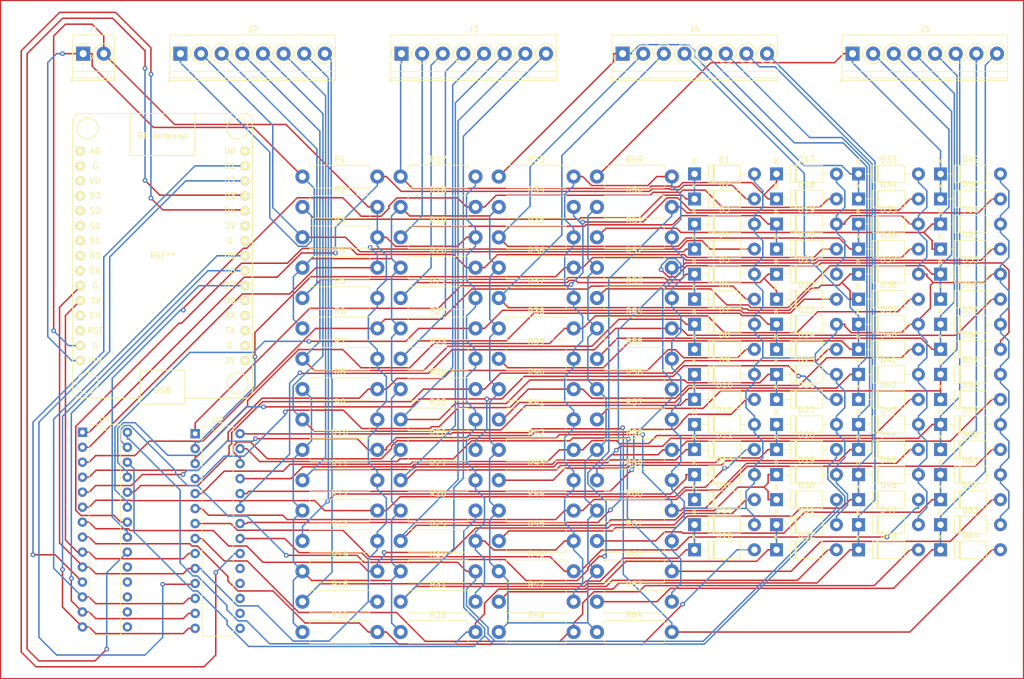
<source format=kicad_pcb>
(kicad_pcb (version 20240108) (generator "pcbnew") (generator_version "8.0")
  (layers (0 "F.Cu" signal) (31 "B.Cu" signal) (34 "B.Paste" user) (35 "F.Paste" user) (36 "B.SilkS" user "B.Silkscreen") (37 "F.SilkS" user "F.Silkscreen") (38 "B.Mask" user) (39 "F.Mask" user) (44 "Edge.Cuts" user))
  (net 0 "")
  (net 1 "/Sensor_1")
  (net 2 "/GND")
  (net 3 "Net-(D2-A)")
  (net 4 "/Sensor_2")
  (net 5 "Net-(D4-A)")
  (net 6 "/Sensor_3")
  (net 7 "Net-(D6-A)")
  (net 8 "/Sensor_4")
  (net 9 "Net-(D8-A)")
  (net 10 "/Sensor_5")
  (net 11 "Net-(D10-A)")
  (net 12 "/Sensor_6")
  (net 13 "Net-(D12-A)")
  (net 14 "/Sensor_7")
  (net 15 "Net-(D14-A)")
  (net 16 "/Sensor_8")
  (net 17 "Net-(D16-A)")
  (net 18 "/Sensor_9")
  (net 19 "Net-(D18-A)")
  (net 20 "/Sensor_10")
  (net 21 "Net-(D20-A)")
  (net 22 "/Sensor_11")
  (net 23 "Net-(D22-A)")
  (net 24 "/Sensor_12")
  (net 25 "Net-(D24-A)")
  (net 26 "/Sensor_13")
  (net 27 "Net-(D26-A)")
  (net 28 "/Sensor_14")
  (net 29 "Net-(D28-A)")
  (net 30 "/Sensor_15")
  (net 31 "Net-(D30-A)")
  (net 32 "/Sensor_16")
  (net 33 "Net-(D32-A)")
  (net 34 "/Sensor_17")
  (net 35 "Net-(D34-A)")
  (net 36 "/Sensor_18")
  (net 37 "Net-(D36-A)")
  (net 38 "/Sensor_19")
  (net 39 "Net-(D38-A)")
  (net 40 "/Sensor_20")
  (net 41 "Net-(D40-A)")
  (net 42 "/Sensor_21")
  (net 43 "Net-(D42-A)")
  (net 44 "/Sensor_22")
  (net 45 "Net-(D44-A)")
  (net 46 "/Sensor_23")
  (net 47 "Net-(D46-A)")
  (net 48 "/Sensor_24")
  (net 49 "Net-(D48-A)")
  (net 50 "/Sensor_25")
  (net 51 "Net-(D50-A)")
  (net 52 "/Sensor_26")
  (net 53 "Net-(D52-A)")
  (net 54 "/Sensor_27")
  (net 55 "Net-(D54-A)")
  (net 56 "/Sensor_28")
  (net 57 "Net-(D56-A)")
  (net 58 "/Sensor_29")
  (net 59 "Net-(D58-A)")
  (net 60 "/Sensor_30")
  (net 61 "Net-(D60-A)")
  (net 62 "/Sensor_31")
  (net 63 "Net-(D62-A)")
  (net 64 "/Sensor_32")
  (net 65 "Net-(D64-A)")
  (net 66 "/5V")
  (net 67 "Net-(U1-VDD)")
  (net 68 "Net-(U1-SO)")
  (net 74 "Net-(U1-SI)")
  (net 75 "Net-(U1-INTA)")
  (net 76 "Net-(U2-~{CS})")
  (net 77 "Net-(U1-~{CS})")
  (net 78 "Net-(U1-SCK)")
  (net 79 "Net-(U2-INTA)")
  (footprint "Resistor_THT:R_Axial_DIN0411_L9.9mm_D3.6mm_P12.70mm_Horizontal" (layer "F.Cu") (at 111.15 40.85)
    (property "Reference" "R49")
    (property "Value" "1k")
  )
  (footprint "TerminalBlock_Phoenix:TerminalBlock_Phoenix_PT-1,5-8-3.5-H_1x08_P3.50mm_Horizontal" (layer "F.Cu") (at 40.5 20)
    (property "Reference" "J2")
    (property "Value" "Conn_01x08_Pin")
  )
  (footprint "Resistor_THT:R_Axial_DIN0411_L9.9mm_D3.6mm_P12.70mm_Horizontal" (layer "F.Cu") (at 111.15 102.65)
    (property "Reference" "R61")
    (property "Value" "1k")
  )
  (footprint "Diode_THT:D_DO-41_SOD81_P10.16mm_Horizontal" (layer "F.Cu") (at 141.61 57.4)
    (property "Reference" "D21")
    (property "Value" "D_Zener")
  )
  (footprint "Diode_THT:D_DO-41_SOD81_P10.16mm_Horizontal" (layer "F.Cu") (at 155.52 61.65)
    (property "Reference" "D38")
    (property "Value" "1N4001")
  )
  (footprint "Resistor_THT:R_Axial_DIN0411_L9.9mm_D3.6mm_P12.70mm_Horizontal" (layer "F.Cu") (at 77.85 61.45)
    (property "Reference" "R21")
    (property "Value" "1k")
  )
  (footprint "TerminalBlock_Phoenix:TerminalBlock_Phoenix_PT-1,5-8-3.5-H_1x08_P3.50mm_Horizontal" (layer "F.Cu") (at 115.5 20)
    (property "Reference" "J4")
    (property "Value" "Conn_01x08_Pin")
  )
  (footprint "Diode_THT:D_DO-41_SOD81_P10.16mm_Horizontal" (layer "F.Cu") (at 169.43 78.65)
    (property "Reference" "D58")
    (property "Value" "1N4001")
  )
  (footprint "Diode_THT:D_DO-41_SOD81_P10.16mm_Horizontal" (layer "F.Cu") (at 141.61 87.15)
    (property "Reference" "D28")
    (property "Value" "1N4001")
  )
  (footprint "Resistor_THT:R_Axial_DIN0411_L9.9mm_D3.6mm_P12.70mm_Horizontal" (layer "F.Cu") (at 94.5 97.5)
    (property "Reference" "R44")
    (property "Value" "100k")
  )
  (footprint "Diode_THT:D_DO-41_SOD81_P10.16mm_Horizontal" (layer "F.Cu") (at 127.7 82.9)
    (property "Reference" "D11")
    (property "Value" "D_Zener")
  )
  (footprint "TerminalBlock_Phoenix:TerminalBlock_Phoenix_PT-1,5-8-3.5-H_1x08_P3.50mm_Horizontal" (layer "F.Cu") (at 154.5 20)
    (property "Reference" "J5")
    (property "Value" "Conn_01x08_Pin")
  )
  (footprint "Diode_THT:D_DO-41_SOD81_P10.16mm_Horizontal" (layer "F.Cu") (at 127.7 78.65)
    (property "Reference" "D10")
    (property "Value" "1N4001")
  )
  (footprint "Resistor_THT:R_Axial_DIN0411_L9.9mm_D3.6mm_P12.70mm_Horizontal" (layer "F.Cu") (at 111.15 61.45)
    (property "Reference" "R53")
    (property "Value" "1k")
  )
  (footprint "Diode_THT:D_DO-41_SOD81_P10.16mm_Horizontal" (layer "F.Cu") (at 141.61 99.9)
    (property "Reference" "D31")
    (property "Value" "D_Zener")
  )
  (footprint "Diode_THT:D_DO-41_SOD81_P10.16mm_Horizontal" (layer "F.Cu") (at 127.7 99.9)
    (property "Reference" "D15")
    (property "Value" "D_Zener")
  )
  (footprint "Package_DIP:DIP-28_W7.62mm" (layer "F.Cu") (at 23.88 84.22)
    (property "Reference" "U1")
    (property "Value" "MCP23S17_SP")
  )
  (footprint "Diode_THT:D_DO-41_SOD81_P10.16mm_Horizontal" (layer "F.Cu") (at 155.52 104.15)
    (property "Reference" "D48")
    (property "Value" "1N4001")
  )
  (footprint "ESP8266:NodeMCU1.0(12-E)" (layer "F.Cu") (at 37.47 54.28)
    (property "Reference" "REF**")
    (property "Value" "NodeMCU1.0(12-E)")
  )
  (footprint "Resistor_THT:R_Axial_DIN0411_L9.9mm_D3.6mm_P12.70mm_Horizontal" (layer "F.Cu") (at 94.5 56.3)
    (property "Reference" "R36")
    (property "Value" "100k")
  )
  (footprint "Resistor_THT:R_Axial_DIN0411_L9.9mm_D3.6mm_P12.70mm_Horizontal" (layer "F.Cu") (at 61.2 112.95)
    (property "Reference" "R15")
    (property "Value" "1k")
  )
  (footprint "Resistor_THT:R_Axial_DIN0411_L9.9mm_D3.6mm_P12.70mm_Horizontal" (layer "F.Cu") (at 94.5 40.85)
    (property "Reference" "R33")
    (property "Value" "1k")
  )
  (footprint "Diode_THT:D_DO-41_SOD81_P10.16mm_Horizontal" (layer "F.Cu") (at 127.7 48.9)
    (property "Reference" "D3")
    (property "Value" "D_Zener")
  )
  (footprint "Resistor_THT:R_Axial_DIN0411_L9.9mm_D3.6mm_P12.70mm_Horizontal" (layer "F.Cu") (at 77.85 66.6)
    (property "Reference" "R22")
    (property "Value" "100k")
  )
  (footprint "Diode_THT:D_DO-41_SOD81_P10.16mm_Horizontal" (layer "F.Cu") (at 169.43 70.15)
    (property "Reference" "D56")
    (property "Value" "1N4001")
  )
  (footprint "Diode_THT:D_DO-41_SOD81_P10.16mm_Horizontal" (layer "F.Cu") (at 127.7 95.65)
    (property "Reference" "D14")
    (property "Value" "1N4001")
  )
  (footprint "Diode_THT:D_DO-41_SOD81_P10.16mm_Horizontal" (layer "F.Cu") (at 141.61 65.9)
    (property "Reference" "D23")
    (property "Value" "D_Zener")
  )
  (footprint "Resistor_THT:R_Axial_DIN0411_L9.9mm_D3.6mm_P12.70mm_Horizontal" (layer "F.Cu") (at 61.2 87.2)
    (property "Reference" "R10")
    (property "Value" "100k")
  )
  (footprint "Diode_THT:D_DO-41_SOD81_P10.16mm_Horizontal" (layer "F.Cu") (at 141.61 61.65)
    (property "Reference" "D22")
    (property "Value" "1N4001")
  )
  (footprint "TerminalBlock_Phoenix:TerminalBlock_Phoenix_PT-1,5-2-3.5-H_1x02_P3.50mm_Horizontal" (layer "F.Cu") (at 24 20)
    (property "Reference" "J1")
    (property "Value" "Conn_01x02_Pin")
  )
  (footprint "Package_DIP:DIP-28_W7.62mm" (layer "F.Cu") (at 43 84.46)
    (property "Reference" "U2")
    (property "Value" "MCP23S17_SP")
  )
  (footprint "Resistor_THT:R_Axial_DIN0411_L9.9mm_D3.6mm_P12.70mm_Horizontal" (layer "F.Cu") (at 77.85 107.8)
    (property "Reference" "R30")
    (property "Value" "100k")
  )
  (footprint "Resistor_THT:R_Axial_DIN0411_L9.9mm_D3.6mm_P12.70mm_Horizontal" (layer "F.Cu") (at 61.2 107.8)
    (property "Reference" "R14")
    (property "Value" "100k")
  )
  (footprint "Resistor_THT:R_Axial_DIN0411_L9.9mm_D3.6mm_P12.70mm_Horizontal" (layer "F.Cu") (at 77.85 82.05)
    (property "Reference" "R25")
    (property "Value" "1k")
  )
  (footprint "Resistor_THT:R_Axial_DIN0411_L9.9mm_D3.6mm_P12.70mm_Horizontal" (layer "F.Cu") (at 111.15 51.15)
    (property "Reference" "R51")
    (property "Value" "1k")
  )
  (footprint "Diode_THT:D_DO-41_SOD81_P10.16mm_Horizontal" (layer "F.Cu") (at 155.52 53.15)
    (property "Reference" "D36")
    (property "Value" "1N4001")
  )
  (footprint "Resistor_THT:R_Axial_DIN0411_L9.9mm_D3.6mm_P12.70mm_Horizontal" (layer "F.Cu") (at 77.85 87.2)
    (property "Reference" "R26")
    (property "Value" "100k")
  )
  (footprint "Resistor_THT:R_Axial_DIN0411_L9.9mm_D3.6mm_P12.70mm_Horizontal" (layer "F.Cu") (at 94.5 92.35)
    (property "Reference" "R43")
    (property "Value" "1k")
  )
  (footprint "Diode_THT:D_DO-41_SOD81_P10.16mm_Horizontal" (layer "F.Cu") (at 127.7 104.15)
    (property "Reference" "D16")
    (property "Value" "1N4001")
  )
  (footprint "Diode_THT:D_DO-41_SOD81_P10.16mm_Horizontal" (layer "F.Cu") (at 127.7 61.65)
    (property "Reference" "D6")
    (property "Value" "1N4001")
  )
  (footprint "Resistor_THT:R_Axial_DIN0411_L9.9mm_D3.6mm_P12.70mm_Horizontal" (layer "F.Cu") (at 111.15 97.5)
    (property "Reference" "R60")
    (property "Value" "100k")
  )
  (footprint "Resistor_THT:R_Axial_DIN0411_L9.9mm_D3.6mm_P12.70mm_Horizontal" (layer "F.Cu") (at 111.15 107.8)
    (property "Reference" "R62")
    (property "Value" "100k")
  )
  (footprint "Diode_THT:D_DO-41_SOD81_P10.16mm_Horizontal" (layer "F.Cu") (at 155.52 87.15)
    (property "Reference" "D44")
    (property "Value" "1N4001")
  )
  (footprint "Diode_THT:D_DO-41_SOD81_P10.16mm_Horizontal" (layer "F.Cu") (at 169.43 87.15)
    (property "Reference" "D60")
    (property "Value" "1N4001")
  )
  (footprint "Diode_THT:D_DO-41_SOD81_P10.16mm_Horizontal" (layer "F.Cu") (at 155.52 44.65)
    (property "Reference" "D34")
    (property "Value" "1N4001")
  )
  (footprint "Resistor_THT:R_Axial_DIN0411_L9.9mm_D3.6mm_P12.70mm_Horizontal" (layer "F.Cu") (at 61.2 82.05)
    (property "Reference" "R9")
    (property "Value" "1k")
  )
  (footprint "Diode_THT:D_DO-41_SOD81_P10.16mm_Horizontal" (layer "F.Cu") (at 127.7 87.15)
    (property "Reference" "D12")
    (property "Value" "1N4001")
  )
  (footprint "Diode_THT:D_DO-41_SOD81_P10.16mm_Horizontal" (layer "F.Cu") (at 155.52 70.15)
    (property "Reference" "D40")
    (property "Value" "1N4001")
  )
  (footprint "Resistor_THT:R_Axial_DIN0411_L9.9mm_D3.6mm_P12.70mm_Horizontal" (layer "F.Cu") (at 61.2 71.75)
    (property "Reference" "R7")
    (property "Value" "1k")
  )
  (footprint "Resistor_THT:R_Axial_DIN0411_L9.9mm_D3.6mm_P12.70mm_Horizontal" (layer "F.Cu") (at 94.5 112.95)
    (property "Reference" "R47")
    (property "Value" "1k")
  )
  (footprint "Diode_THT:D_DO-41_SOD81_P10.16mm_Horizontal" (layer "F.Cu") (at 169.43 65.9)
    (property "Reference" "D55")
    (property "Value" "D_Zener")
  )
  (footprint "Resistor_THT:R_Axial_DIN0411_L9.9mm_D3.6mm_P12.70mm_Horizontal" (layer "F.Cu") (at 77.85 51.15)
    (property "Reference" "R19")
    (property "Value" "1k")
  )
  (footprint "Resistor_THT:R_Axial_DIN0411_L9.9mm_D3.6mm_P12.70mm_Horizontal" (layer "F.Cu") (at 111.15 92.35)
    (property "Reference" "R59")
    (property "Value" "1k")
  )
  (footprint "Resistor_THT:R_Axial_DIN0411_L9.9mm_D3.6mm_P12.70mm_Horizontal" (layer "F.Cu") (at 111.15 71.75)
    (property "Reference" "R55")
    (property "Value" "1k")
  )
  (footprint "Resistor_THT:R_Axial_DIN0411_L9.9mm_D3.6mm_P12.70mm_Horizontal" (layer "F.Cu") (at 94.5 51.15)
    (property "Reference" "R35")
    (property "Value" "1k")
  )
  (footprint "Diode_THT:D_DO-41_SOD81_P10.16mm_Horizontal" (layer "F.Cu") (at 141.61 40.4)
    (property "Reference" "D17")
    (property "Value" "D_Zener")
  )
  (footprint "Resistor_THT:R_Axial_DIN0411_L9.9mm_D3.6mm_P12.70mm_Horizontal" (layer "F.Cu") (at 77.85 46)
    (property "Reference" "R18")
    (property "Value" "100k")
  )
  (footprint "Diode_THT:D_DO-41_SOD81_P10.16mm_Horizontal" (layer "F.Cu") (at 127.7 91.4)
    (property "Reference" "D13")
    (property "Value" "D_Zener")
  )
  (footprint "Diode_THT:D_DO-41_SOD81_P10.16mm_Horizontal" (layer "F.Cu") (at 169.43 53.15)
    (property "Reference" "D52")
    (property "Value" "1N4001")
  )
  (footprint "Diode_THT:D_DO-41_SOD81_P10.16mm_Horizontal" (layer "F.Cu") (at 141.61 44.65)
    (property "Reference" "D18")
    (property "Value" "1N4001")
  )
  (footprint "Resistor_THT:R_Axial_DIN0411_L9.9mm_D3.6mm_P12.70mm_Horizontal" (layer "F.Cu") (at 94.5 118.1)
    (property "Reference" "R48")
    (property "Value" "100k")
  )
  (footprint "Diode_THT:D_DO-41_SOD81_P10.16mm_Horizontal" (layer "F.Cu") (at 169.43 82.9)
    (property "Reference" "D59")
    (property "Value" "D_Zener")
  )
  (footprint "Resistor_THT:R_Axial_DIN0411_L9.9mm_D3.6mm_P12.70mm_Horizontal" (layer "F.Cu") (at 94.5 102.65)
    (property "Reference" "R45")
    (property "Value" "1k")
  )
  (footprint "Resistor_THT:R_Axial_DIN0411_L9.9mm_D3.6mm_P12.70mm_Horizontal" (layer "F.Cu") (at 77.85 71.75)
    (property "Reference" "R23")
    (property "Value" "1k")
  )
  (footprint "Diode_THT:D_DO-41_SOD81_P10.16mm_Horizontal" (layer "F.Cu") (at 127.7 65.9)
    (property "Reference" "D7")
    (property "Value" "D_Zener")
  )
  (footprint "Diode_THT:D_DO-41_SOD81_P10.16mm_Horizontal" (layer "F.Cu") (at 155.52 78.65)
    (property "Reference" "D42")
    (property "Value" "1N4001")
  )
  (footprint "Diode_THT:D_DO-41_SOD81_P10.16mm_Horizontal" (layer "F.Cu") (at 141.61 104.15)
    (property "Reference" "D32")
    (property "Value" "1N4001")
  )
  (footprint "Resistor_THT:R_Axial_DIN0411_L9.9mm_D3.6mm_P12.70mm_Horizontal" (layer "F.Cu") (at 77.85 102.65)
    (property "Reference" "R29")
    (property "Value" "1k")
  )
  (footprint "Resistor_THT:R_Axial_DIN0411_L9.9mm_D3.6mm_P12.70mm_Horizontal" (layer "F.Cu") (at 61.2 118.1)
    (property "Reference" "R16")
    (property "Value" "100k")
  )
  (footprint "Resistor_THT:R_Axial_DIN0411_L9.9mm_D3.6mm_P12.70mm_Horizontal" (layer "F.Cu") (at 111.15 76.9)
    (property "Reference" "R56")
    (property "Value" "100k")
  )
  (footprint "Diode_THT:D_DO-41_SOD81_P10.16mm_Horizontal" (layer "F.Cu") (at 127.7 40.4)
    (property "Reference" "D1")
    (property "Value" "D_Zener")
  )
  (footprint "Diode_THT:D_DO-41_SOD81_P10.16mm_Horizontal" (layer "F.Cu") (at 169.43 61.65)
    (property "Reference" "D54")
    (property "Value" "1N4001")
  )
  (footprint "Resistor_THT:R_Axial_DIN0411_L9.9mm_D3.6mm_P12.70mm_Horizontal" (layer "F.Cu") (at 61.2 92.35)
    (property "Reference" "R11")
    (property "Value" "1k")
  )
  (footprint "Diode_THT:D_DO-41_SOD81_P10.16mm_Horizontal" (layer "F.Cu") (at 155.52 65.9)
    (property "Reference" "D39")
    (property "Value" "D_Zener")
  )
  (footprint "Diode_THT:D_DO-41_SOD81_P10.16mm_Horizontal" (layer "F.Cu") (at 155.52 91.4)
    (property "Reference" "D45")
    (property "Value" "D_Zener")
  )
  (footprint "Diode_THT:D_DO-41_SOD81_P10.16mm_Horizontal" (layer "F.Cu") (at 155.52 40.4)
    (property "Reference" "D33")
    (property "Value" "D_Zener")
  )
  (footprint "Diode_THT:D_DO-41_SOD81_P10.16mm_Horizontal" (layer "F.Cu") (at 169.43 48.9)
    (property "Reference" "D51")
    (property "Value" "D_Zener")
  )
  (footprint "Resistor_THT:R_Axial_DIN0411_L9.9mm_D3.6mm_P12.70mm_Horizontal" (layer "F.Cu") (at 111.15 82.05)
    (property "Reference" "R57")
    (property "Value" "1k")
  )
  (footprint "Diode_THT:D_DO-41_SOD81_P10.16mm_Horizontal" (layer "F.Cu") (at 141.61 53.15)
    (property "Reference" "D20")
    (property "Value" "1N4001")
  )
  (footprint "Resistor_THT:R_Axial_DIN0411_L9.9mm_D3.6mm_P12.70mm_Horizontal" (layer "F.Cu") (at 111.15 87.2)
    (property "Reference" "R58")
    (property "Value" "100k")
  )
  (footprint "Diode_THT:D_DO-41_SOD81_P10.16mm_Horizontal" (layer "F.Cu") (at 155.52 95.65)
    (property "Reference" "D46")
    (property "Value" "1N4001")
  )
  (footprint "Resistor_THT:R_Axial_DIN0411_L9.9mm_D3.6mm_P12.70mm_Horizontal" (layer "F.Cu") (at 61.2 97.5)
    (property "Reference" "R12")
    (property "Value" "100k")
  )
  (footprint "Resistor_THT:R_Axial_DIN0411_L9.9mm_D3.6mm_P12.70mm_Horizontal" (layer "F.Cu") (at 61.2 46)
    (property "Reference" "R2")
    (property "Value" "1k")
  )
  (footprint "Diode_THT:D_DO-41_SOD81_P10.16mm_Horizontal" (layer "F.Cu") (at 127.7 70.15)
    (property "Reference" "D8")
    (property "Value" "1N4001")
  )
  (footprint "Resistor_THT:R_Axial_DIN0411_L9.9mm_D3.6mm_P12.70mm_Horizontal" (layer "F.Cu") (at 94.5 82.05)
    (property "Reference" "R41")
    (property "Value" "1k")
  )
  (footprint "TerminalBlock_Phoenix:TerminalBlock_Phoenix_PT-1,5-8-3.5-H_1x08_P3.50mm_Horizontal" (layer "F.Cu") (at 78 20)
    (property "Reference" "J3")
    (property "Value" "Conn_01x08_Pin")
  )
  (footprint "Resistor_THT:R_Axial_DIN0411_L9.9mm_D3.6mm_P12.70mm_Horizontal" (layer "F.Cu") (at 77.85 112.95)
    (property "Reference" "R31")
    (property "Value" "1k")
  )
  (footprint "Resistor_THT:R_Axial_DIN0411_L9.9mm_D3.6mm_P12.70mm_Horizontal" (layer "F.Cu") (at 61.2 66.6)
    (property "Reference" "R6")
    (property "Value" "100k")
  )
  (footprint "Resistor_THT:R_Axial_DIN0411_L9.9mm_D3.6mm_P12.70mm_Horizontal" (layer "F.Cu") (at 94.5 46)
    (property "Reference" "R34")
    (property "Value" "100k")
  )
  (footprint "Diode_THT:D_DO-41_SOD81_P10.16mm_Horizontal" (layer "F.Cu") (at 169.43 44.65)
    (property "Reference" "D50")
    (property "Value" "1N4001")
  )
  (footprint "Diode_THT:D_DO-41_SOD81_P10.16mm_Horizontal" (layer "F.Cu") (at 127.7 74.4)
    (property "Reference" "D9")
    (property "Value" "D_Zener")
  )
  (footprint "Resistor_THT:R_Axial_DIN0411_L9.9mm_D3.6mm_P12.70mm_Horizontal" (layer "F.Cu") (at 61.2 40.85)
    (property "Reference" "R1")
    (property "Value" "100k")
  )
  (footprint "Diode_THT:D_DO-41_SOD81_P10.16mm_Horizontal" (layer "F.Cu") (at 141.61 70.15)
    (property "Reference" "D24")
    (property "Value" "1N4001")
  )
  (footprint "Resistor_THT:R_Axial_DIN0411_L9.9mm_D3.6mm_P12.70mm_Horizontal" (layer "F.Cu") (at 61.2 56.3)
    (property "Reference" "R4")
    (property "Value" "100k")
  )
  (footprint "Resistor_THT:R_Axial_DIN0411_L9.9mm_D3.6mm_P12.70mm_Horizontal" (layer "F.Cu") (at 94.5 66.6)
    (property "Reference" "R38")
    (property "Value" "100k")
  )
  (footprint "Diode_THT:D_DO-41_SOD81_P10.16mm_Horizontal" (layer "F.Cu") (at 141.61 91.4)
    (property "Reference" "D29")
    (property "Value" "D_Zener")
  )
  (footprint "Diode_THT:D_DO-41_SOD81_P10.16mm_Horizontal" (layer "F.Cu") (at 169.43 57.4)
    (property "Reference" "D53")
    (property "Value" "D_Zener")
  )
  (footprint "Diode_THT:D_DO-41_SOD81_P10.16mm_Horizontal" (layer "F.Cu") (at 169.43 74.4)
    (property "Reference" "D57")
    (property "Value" "D_Zener")
  )
  (footprint "Resistor_THT:R_Axial_DIN0411_L9.9mm_D3.6mm_P12.70mm_Horizontal" (layer "F.Cu") (at 61.2 61.45)
    (property "Reference" "R5")
    (property "Value" "1k")
  )
  (footprint "Resistor_THT:R_Axial_DIN0411_L9.9mm_D3.6mm_P12.70mm_Horizontal" (layer "F.Cu") (at 61.2 102.65)
    (property "Reference" "R13")
    (property "Value" "1k")
  )
  (footprint "Resistor_THT:R_Axial_DIN0411_L9.9mm_D3.6mm_P12.70mm_Horizontal" (layer "F.Cu") (at 111.15 112.95)
    (property "Reference" "R63")
    (property "Value" "1k")
  )
  (footprint "Diode_THT:D_DO-41_SOD81_P10.16mm_Horizontal" (layer "F.Cu") (at 141.61 82.9)
    (property "Reference" "D27")
    (property "Value" "D_Zener")
  )
  (footprint "Resistor_THT:R_Axial_DIN0411_L9.9mm_D3.6mm_P12.70mm_Horizontal" (layer "F.Cu") (at 94.5 107.8)
    (property "Reference" "R46")
    (property "Value" "100k")
  )
  (footprint "Resistor_THT:R_Axial_DIN0411_L9.9mm_D3.6mm_P12.70mm_Horizontal" (layer "F.Cu") (at 94.5 71.75)
    (property "Reference" "R39")
    (property "Value" "1k")
  )
  (footprint "Resistor_THT:R_Axial_DIN0411_L9.9mm_D3.6mm_P12.70mm_Horizontal" (layer "F.Cu") (at 111.15 56.3)
    (property "Reference" "R52")
    (property "Value" "100k")
  )
  (footprint "Resistor_THT:R_Axial_DIN0411_L9.9mm_D3.6mm_P12.70mm_Horizontal" (layer "F.Cu") (at 77.85 76.9)
    (property "Reference" "R24")
    (property "Value" "100k")
  )
  (footprint "Resistor_THT:R_Axial_DIN0411_L9.9mm_D3.6mm_P12.70mm_Horizontal" (layer "F.Cu") (at 111.15 66.6)
    (property "Reference" "R54")
    (property "Value" "100k")
  )
  (footprint "Diode_THT:D_DO-41_SOD81_P10.16mm_Horizontal" (layer "F.Cu") (at 169.43 40.4)
    (property "Reference" "D49")
    (property "Value" "D_Zener")
  )
  (footprint "Diode_THT:D_DO-41_SOD81_P10.16mm_Horizontal" (layer "F.Cu") (at 127.7 44.65)
    (property "Reference" "D2")
    (property "Value" "1N4001")
  )
  (footprint "Diode_THT:D_DO-41_SOD81_P10.16mm_Horizontal" (layer "F.Cu") (at 169.43 99.9)
    (property "Reference" "D63")
    (property "Value" "D_Zener")
  )
  (footprint "Diode_THT:D_DO-41_SOD81_P10.16mm_Horizontal" (layer "F.Cu") (at 141.61 95.65)
    (property "Reference" "D30")
    (property "Value" "1N4001")
  )
  (footprint "Resistor_THT:R_Axial_DIN0411_L9.9mm_D3.6mm_P12.70mm_Horizontal" (layer "F.Cu") (at 77.85 118.1)
    (property "Reference" "R32")
    (property "Value" "100k")
  )
  (footprint "Diode_THT:D_DO-41_SOD81_P10.16mm_Horizontal" (layer "F.Cu") (at 155.52 99.9)
    (property "Reference" "D47")
    (property "Value" "D_Zener")
  )
  (footprint "Diode_THT:D_DO-41_SOD81_P10.16mm_Horizontal" (layer "F.Cu") (at 169.43 95.65)
    (property "Reference" "D62")
    (property "Value" "1N4001")
  )
  (footprint "Diode_THT:D_DO-41_SOD81_P10.16mm_Horizontal" (layer "F.Cu") (at 141.61 78.65)
    (property "Reference" "D26")
    (property "Value" "1N4001")
  )
  (footprint "Resistor_THT:R_Axial_DIN0411_L9.9mm_D3.6mm_P12.70mm_Horizontal" (layer "F.Cu") (at 94.5 61.45)
    (property "Reference" "R37")
    (property "Value" "1k")
  )
  (footprint "Resistor_THT:R_Axial_DIN0411_L9.9mm_D3.6mm_P12.70mm_Horizontal" (layer "F.Cu") (at 77.85 40.85)
    (property "Reference" "R17")
    (property "Value" "1k")
  )
  (footprint "Resistor_THT:R_Axial_DIN0411_L9.9mm_D3.6mm_P12.70mm_Horizontal" (layer "F.Cu") (at 77.85 97.5)
    (property "Reference" "R28")
    (property "Value" "100k")
  )
  (footprint "Diode_THT:D_DO-41_SOD81_P10.16mm_Horizontal" (layer "F.Cu") (at 141.61 48.9)
    (property "Reference" "D19")
    (property "Value" "D_Zener")
  )
  (footprint "Resistor_THT:R_Axial_DIN0411_L9.9mm_D3.6mm_P12.70mm_Horizontal" (layer "F.Cu") (at 61.2 76.9)
    (property "Reference" "R8")
    (property "Value" "100k")
  )
  (footprint "Resistor_THT:R_Axial_DIN0411_L9.9mm_D3.6mm_P12.70mm_Horizontal" (layer "F.Cu") (at 94.5 87.2)
    (property "Reference" "R42")
    (property "Value" "100k")
  )
  (footprint "Diode_THT:D_DO-41_SOD81_P10.16mm_Horizontal" (layer "F.Cu") (at 155.52 48.9)
    (property "Reference" "D35")
    (property "Value" "D_Zener")
  )
  (footprint "Resistor_THT:R_Axial_DIN0411_L9.9mm_D3.6mm_P12.70mm_Horizontal" (layer "F.Cu") (at 61.2 51.15)
    (property "Reference" "R3")
    (property "Value" "1k")
  )
  (footprint "Diode_THT:D_DO-41_SOD81_P10.16mm_Horizontal" (layer "F.Cu") (at 169.43 91.4)
    (property "Reference" "D61")
    (property "Value" "D_Zener")
  )
  (footprint "Diode_THT:D_DO-41_SOD81_P10.16mm_Horizontal" (layer "F.Cu") (at 127.7 57.4)
    (property "Reference" "D5")
    (property "Value" "D_Zener")
  )
  (footprint "Diode_THT:D_DO-41_SOD81_P10.16mm_Horizontal" (layer "F.Cu") (at 169.43 104.15)
    (property "Reference" "D64")
    (property "Value" "1N4001")
  )
  (footprint "Diode_THT:D_DO-41_SOD81_P10.16mm_Horizontal" (layer "F.Cu") (at 155.52 82.9)
    (property "Reference" "D43")
    (property "Value" "D_Zener")
  )
  (footprint "Resistor_THT:R_Axial_DIN0411_L9.9mm_D3.6mm_P12.70mm_Horizontal" (layer "F.Cu") (at 77.85 92.35)
    (property "Reference" "R27")
    (property "Value" "1k")
  )
  (footprint "Resistor_THT:R_Axial_DIN0411_L9.9mm_D3.6mm_P12.70mm_Horizontal" (layer "F.Cu") (at 111.15 46)
    (property "Reference" "R50")
    (property "Value" "100k")
  )
  (footprint "Resistor_THT:R_Axial_DIN0411_L9.9mm_D3.6mm_P12.70mm_Horizontal" (layer "F.Cu") (at 77.85 56.3)
    (property "Reference" "R20")
    (property "Value" "100k")
  )
  (footprint "Diode_THT:D_DO-41_SOD81_P10.16mm_Horizontal" (layer "F.Cu") (at 155.52 57.4)
    (property "Reference" "D37")
    (property "Value" "D_Zener")
  )
  (footprint "Resistor_THT:R_Axial_DIN0411_L9.9mm_D3.6mm_P12.70mm_Horizontal" (layer "F.Cu") (at 94.5 76.9)
    (property "Reference" "R40")
    (property "Value" "100k")
  )
  (footprint "Diode_THT:D_DO-41_SOD81_P10.16mm_Horizontal" (layer "F.Cu") (at 155.52 74.4)
    (property "Reference" "D41")
    (property "Value" "D_Zener")
  )
  (footprint "Diode_THT:D_DO-41_SOD81_P10.16mm_Horizontal" (layer "F.Cu") (at 141.61 74.4)
    (property "Reference" "D25")
    (property "Value" "D_Zener")
  )
  (footprint "Diode_THT:D_DO-41_SOD81_P10.16mm_Horizontal" (layer "F.Cu") (at 127.7 53.15)
    (property "Reference" "D4")
    (property "Value" "1N4001")
  )
  (footprint "Resistor_THT:R_Axial_DIN0411_L9.9mm_D3.6mm_P12.70mm_Horizontal" (layer "F.Cu") (at 111.15 118.1)
    (property "Reference" "R64")
    (property "Value" "100k")
  )
  (gr_rect (start 10 11) (end 183.5 126) (stroke (width 0.2)) (fill none) (layer "F.Cu"))
  (segment (start 61.2 46) (end 63.2787 48.0787) (width 0.25) (layer "F.Cu") (net 1))
  (segment (start 108.4205 47.8267) (end 118.4651 47.8267) (width 0.25) (layer "F.Cu") (net 1))
  (segment (start 108.1685 48.0787) (end 108.4205 47.8267) (width 0.25) (layer "F.Cu") (net 1))
  (segment (start 122.2853 44.0065) (end 125.6298 44.0065) (width 0.25) (layer "F.Cu") (net 1))
  (segment (start 118.4651 47.8267) (end 122.2853 44.0065) (width 0.25) (layer "F.Cu") (net 1))
  (segment (start 63.2787 48.0787) (end 108.1685 48.0787) (width 0.25) (layer "F.Cu") (net 1))
  (segment (start 125.6298 44.0065) (end 126.2733 44.65) (width 0.25) (layer "F.Cu") (net 1))
  (segment (start 127.7 44.65) (end 126.2733 44.65) (width 0.25) (layer "F.Cu") (net 1))
  (segment (start 127.7 40.4) (end 127.7 44.65) (width 0.25) (layer "B.Cu") (net 1))
  (segment (start 55.6603 47.8244) (end 55.6603 36.687) (width 0.25) (layer "B.Cu") (net 1))
  (segment (start 55.6603 36.687) (end 40.5 21.5267) (width 0.25) (layer "B.Cu") (net 1))
  (segment (start 62.7417 51.7675) (end 61.8325 52.6767) (width 0.25) (layer "B.Cu") (net 1))
  (segment (start 61.2 46) (end 62.7417 47.5417) (width 0.25) (layer "B.Cu") (net 1))
  (segment (start 62.7417 47.5417) (end 62.7417 51.7675) (width 0.25) (layer "B.Cu") (net 1))
  (segment (start 40.5 20) (end 40.5 21.5267) (width 0.25) (layer "B.Cu") (net 1))
  (segment (start 61.8325 52.6767) (end 60.5126 52.6767) (width 0.25) (layer "B.Cu") (net 1))
  (segment (start 60.5126 52.6767) (end 55.6603 47.8244) (width 0.25) (layer "B.Cu") (net 1))
  (segment (start 105.6733 102.65) (end 104.1466 104.1767) (width 0.25) (layer "F.Cu") (net 2))
  (segment (start 90.55 51.15) (end 89.0233 51.15) (width 0.25) (layer "F.Cu") (net 2))
  (segment (start 151.77 65.9) (end 153.1967 65.9) (width 0.25) (layer "F.Cu") (net 2))
  (segment (start 167.7143 63.1524) (end 167.7143 59.2891) (width 0.25) (layer "F.Cu") (net 2))
  (segment (start 167.1067 57.7567) (end 168.1767 58.8267) (width 0.25) (layer "F.Cu") (net 2))
  (segment (start 76.9534 52.6767) (end 87.4966 52.6767) (width 0.25) (layer "F.Cu") (net 2))
  (segment (start 21 15) (end 19 17) (width 0.25) (layer "F.Cu") (net 2))
  (segment (start 93.6034 104.1767) (end 92.0767 102.65) (width 0.25) (layer "F.Cu") (net 2))
  (segment (start 154.2846 67.3267) (end 153.1967 66.2388) (width 0.25) (layer "F.Cu") (net 2))
  (segment (start 19 17) (end 19 67) (width 0.25) (layer "F.Cu") (net 2))
  (segment (start 87.4966 52.6767) (end 89.0233 51.15) (width 0.25) (layer "F.Cu") (net 2))
  (segment (start 27.5 20) (end 39.5108 32.0108) (width 0.25) (layer "F.Cu") (net 2))
  (segment (start 179.59 57.4) (end 178.1633 57.4) (width 0.25) (layer "F.Cu") (net 2))
  (segment (start 165.68 65.9) (end 164.9667 65.9) (width 0.25) (layer "F.Cu") (net 2))
  (segment (start 123.85 40.85) (end 122.3233 40.85) (width 0.25) (layer "F.Cu") (net 2))
  (segment (start 153.1967 48.5432) (end 153.1967 48.9) (width 0.25) (layer "F.Cu") (net 2))
  (segment (start 20 103) (end 23.88 106.88) (width 0.25) (layer "F.Cu") (net 2))
  (segment (start 167.7143 59.2891) (end 168.1767 58.8267) (width 0.25) (layer "F.Cu") (net 2))
  (segment (start 58.3841 32.0108) (end 72.3733 46) (width 0.25) (layer "F.Cu") (net 2))
  (segment (start 73.9 51.15) (end 75.4267 51.15) (width 0.25) (layer "F.Cu") (net 2))
  (segment (start 43 107.32) (end 41.8733 107.32) (width 0.25) (layer "F.Cu") (net 2))
  (segment (start 164.9667 65.9) (end 167.7143 63.1524) (width 0.25) (layer "F.Cu") (net 2))
  (segment (start 27.5 17) (end 25.5 15) (width 0.25) (layer "F.Cu") (net 2))
  (segment (start 162.8266 47.4733) (end 154.2666 47.4733) (width 0.25) (layer "F.Cu") (net 2))
  (segment (start 176.7366 58.8267) (end 178.1633 57.4) (width 0.25) (layer "F.Cu") (net 2))
  (segment (start 75.4267 51.15) (end 76.9534 52.6767) (width 0.25) (layer "F.Cu") (net 2))
  (segment (start 23.88 107.08) (end 25.0067 107.08) (width 0.25) (layer "F.Cu") (net 2))
  (segment (start 153.1967 66.2388) (end 153.1967 65.9) (width 0.25) (layer "F.Cu") (net 2))
  (segment (start 27.5 20) (end 27.5 17) (width 0.25) (layer "F.Cu") (net 2))
  (segment (start 23.88 106.88) (end 23.88 107.08) (width 0.25) (layer "F.Cu") (net 2))
  (segment (start 165.68 48.9) (end 164.2533 48.9) (width 0.25) (layer "F.Cu") (net 2))
  (segment (start 107.2 102.65) (end 105.6733 102.65) (width 0.25) (layer "F.Cu") (net 2))
  (segment (start 26.1334 108.2067) (end 25.0067 107.08) (width 0.25) (layer "F.Cu") (net 2))
  (segment (start 119.766 42.3767) (end 110.2534 42.3767) (width 0.25) (layer "F.Cu") (net 2))
  (segment (start 104.1466 104.1767) (end 93.6034 104.1767) (width 0.25) (layer "F.Cu") (net 2))
  (segment (start 162.8266 67.3267) (end 154.2846 67.3267) (width 0.25) (layer "F.Cu") (net 2))
  (segment (start 165.68 57.4) (end 167.1067 57.4) (width 0.25) (layer "F.Cu") (net 2))
  (segment (start 154.2666 47.4733) (end 153.1967 48.5432) (width 0.25) (layer "F.Cu") (net 2))
  (segment (start 107.2 40.85) (end 108.7267 40.85) (width 0.25) (layer "F.Cu") (net 2))
  (segment (start 164.9667 65.9) (end 164.2533 65.9) (width 0.25) (layer "F.Cu") (net 2))
  (segment (start 41.8733 107.32) (end 40.9866 108.2067) (width 0.25) (layer "F.Cu") (net 2))
  (segment (start 121.2927 40.85) (end 119.766 42.3767) (width 0.25) (layer "F.Cu") (net 2))
  (segment (start 25.5 15) (end 21 15) (width 0.25) (layer "F.Cu") (net 2))
  (segment (start 73.9 46) (end 72.3733 46) (width 0.25) (layer "F.Cu") (net 2))
  (segment (start 20 63) (end 20 103) (width 0.25) (layer "F.Cu") (net 2))
  (segment (start 23.5 59.5) (end 20 63) (width 0.25) (layer "F.Cu") (net 2))
  (segment (start 151.77 48.9) (end 153.1967 48.9) (width 0.25) (layer "F.Cu") (net 2))
  (segment (start 168.1767 58.8267) (end 176.7366 58.8267) (width 0.25) (layer "F.Cu") (net 2))
  (segment (start 40.9866 108.2067) (end 26.1334 108.2067) (width 0.25) (layer "F.Cu") (net 2))
  (segment (start 39.5108 32.0108) (end 58.3841 32.0108) (width 0.25) (layer "F.Cu") (net 2))
  (segment (start 167.1067 57.4) (end 167.1067 57.7567) (width 0.25) (layer "F.Cu") (net 2))
  (segment (start 90.55 102.65) (end 92.0767 102.65) (width 0.25) (layer "F.Cu") (net 2))
  (segment (start 164.2533 65.9) (end 162.8266 67.3267) (width 0.25) (layer "F.Cu") (net 2))
  (segment (start 164.2533 48.9) (end 162.8266 47.4733) (width 0.25) (layer "F.Cu") (net 2))
  (segment (start 122.3233 40.85) (end 121.2927 40.85) (width 0.25) (layer "F.Cu") (net 2))
  (segment (start 110.2534 42.3767) (end 108.7267 40.85) (width 0.25) (layer "F.Cu") (net 2))
  (via (at 19 67) (size 0.8) (drill 0.4) (layers "F.Cu" "B.Cu") (net 2))
  (segment (start 167.1067 68.7534) (end 167.1067 71.5466) (width 0.25) (layer "B.Cu") (net 2))
  (segment (start 167.1067 85.7534) (end 167.1067 88.5466) (width 0.25) (layer "B.Cu") (net 2))
  (segment (start 181.0167 80.0466) (end 179.59 81.4733) (width 0.25) (layer "B.Cu") (net 2))
  (segment (start 89.0233 78.9966) (end 90.55 80.5233) (width 0.25) (layer "B.Cu") (net 2))
  (segment (start 123.85 68.7591) (end 123.8501 68.7591) (width 0.25) (layer "B.Cu") (net 2))
  (segment (start 107.2 82.8133) (end 107.2 83.5767) (width 0.25) (layer "B.Cu") (net 2))
  (segment (start 151.77 49.6133) (end 151.77 48.9) (width 0.25) (layer "B.Cu") (net 2))
  (segment (start 73.9 61.45) (end 73.9 62.9767) (width 0.25) (layer "B.Cu") (net 2))
  (segment (start 107.2 92.35) (end 107.2 93.8767) (width 0.25) (layer "B.Cu") (net 2))
  (segment (start 179.59 57.4) (end 179.59 58.8267) (width 0.25) (layer "B.Cu") (net 2))
  (segment (start 72.3733 112.9485) (end 72.3733 105.7034) (width 0.25) (layer "B.Cu") (net 2))
  (segment (start 139.2867 68.7534) (end 137.86 67.3267) (width 0.25) (layer "B.Cu") (net 2))
  (segment (start 137.86 82.9) (end 137.86 81.4733) (width 0.25) (layer "B.Cu") (net 2))
  (segment (start 125.3767 105.7034) (end 123.85 104.1767) (width 0.25) (layer "B.Cu") (net 2))
  (segment (start 50.195 113.67) (end 53.6666 113.67) (width 0.25) (layer "B.Cu") (net 2))
  (segment (start 153.6499 94.7066) (end 151.77 92.8267) (width 0.25) (layer "B.Cu") (net 2))
  (segment (start 107.2 61.45) (end 107.2 62.9767) (width 0.25) (layer "B.Cu") (net 2))
  (segment (start 165.68 48.9) (end 165.68 47.4733) (width 0.25) (layer "B.Cu") (net 2))
  (segment (start 179.59 75.1133) (end 179.59 75.8267) (width 0.25) (layer "B.Cu") (net 2))
  (segment (start 181.0167 85.7534) (end 179.59 84.3267) (width 0.25) (layer "B.Cu") (net 2))
  (segment (start 151.77 47.4733) (end 153.1967 46.0466) (width 0.25) (layer "B.Cu") (net 2))
  (segment (start 75.4267 99.5966) (end 73.9 101.1233) (width 0.25) (layer "B.Cu") (net 2))
  (segment (start 125.8284 54.6551) (end 123.85 52.6767) (width 0.25) (layer "B.Cu") (net 2))
  (segment (start 123.85 49.6233) (end 125.3767 48.0966) (width 0.25) (layer "B.Cu") (net 2))
  (segment (start 73.9 102.65) (end 73.9 104.1767) (width 0.25) (layer "B.Cu") (net 2))
  (segment (start 90.55 82.05) (end 90.55 83.5767) (width 0.25) (layer "B.Cu") (net 2))
  (segment (start 90.55 101.1233) (end 92.0767 99.5966) (width 0.25) (layer "B.Cu") (net 2))
  (segment (start 73.9 83.5767) (end 72.3733 85.1034) (width 0.25) (layer "B.Cu") (net 2))
  (segment (start 139.2867 51.7534) (end 137.86 50.3267) (width 0.25) (layer "B.Cu") (net 2))
  (segment (start 75.4267 58.3966) (end 73.9 59.9233) (width 0.25) (layer "B.Cu") (net 2))
  (segment (start 153.6499 96.5934) (end 153.6499 94.7066) (width 0.25) (layer "B.Cu") (net 2))
  (segment (start 90.55 49.6233) (end 89.0233 48.0966) (width 0.25) (layer "B.Cu") (net 2))
  (segment (start 153.1967 77.2534) (end 151.77 75.8267) (width 0.25) (layer "B.Cu") (net 2))
  (segment (start 123.85 71.75) (end 123.85 70.2233) (width 0.25) (layer "B.Cu") (net 2))
  (segment (start 53.6666 113.67) (end 59.6312 119.6346) (width 0.25) (layer "B.Cu") (net 2))
  (segment (start 89.0233 58.3966) (end 90.55 59.9233) (width 0.25) (layer "B.Cu") (net 2))
  (segment (start 105.6733 78.9966) (end 105.6733 74.8034) (width 0.25) (layer "B.Cu") (net 2))
  (segment (start 139.2867 63.0466) (end 137.86 64.4733) (width 0.25) (layer "B.Cu") (net 2))
  (segment (start 123.85 51.15) (end 123.85 52.6767) (width 0.25) (layer "B.Cu") (net 2))
  (segment (start 151.77 81.4733) (end 153.1967 80.0466) (width 0.25) (layer "B.Cu") (net 2))
  (segment (start 137.86 92.1133) (end 137.86 91.4) (width 0.25) (layer "B.Cu") (net 2))
  (segment (start 123.85 81.2866) (end 123.85 82.05) (width 0.25) (layer "B.Cu") (net 2))
  (segment (start 165.68 74.4) (end 165.68 72.9733) (width 0.25) (layer "B.Cu") (net 2))
  (segment (start 123.85 112.95) (end 123.85 111.4233) (width 0.25) (layer "B.Cu") (net 2))
  (segment (start 123.85 61.45) (end 123.85 62.2133) (width 0.25) (layer "B.Cu") (net 2))
  (segment (start 90.55 72.5133) (end 90.55 71.75) (width 0.25) (layer "B.Cu") (net 2))
  (segment (start 136.4333 77.2534) (end 136.4333 80.0466) (width 0.25) (layer "B.Cu") (net 2))
  (segment (start 137.86 92.8267) (end 136.4333 94.2534) (width 0.25) (layer "B.Cu") (net 2))
  (segment (start 90.55 90.8233) (end 89.0233 89.2966) (width 0.25) (layer "B.Cu") (net 2))
  (segment (start 151.77 57.4) (end 151.77 55.9733) (width 0.25) (layer "B.Cu") (net 2))
  (segment (start 167.1067 80.0466) (end 165.68 81.4733) (width 0.25) (layer "B.Cu") (net 2))
  (segment (start 151.77 67.3267) (end 148.2032 70.8935) (width 0.25) (layer "B.Cu") (net 2))
  (segment (start 90.55 61.45) (end 90.55 62.9767) (width 0.25) (layer "B.Cu") (net 2))
  (segment (start 73.9 91.5866) (end 73.9 92.35) (width 0.25) (layer "B.Cu") (net 2))
  (segment (start 107.2 71.75) (end 107.2 70.2233) (width 0.25) (layer "B.Cu") (net 2))
  (segment (start 107.2 62.9767) (end 108.7267 64.5034) (width 0.25) (layer "B.Cu") (net 2))
  (segment (start 151.77 91.4) (end 151.77 89.9733) (width 0.25) (layer "B.Cu") (net 2))
  (segment (start 108.7267 109.8966) (end 107.2 111.4233) (width 0.25) (layer "B.Cu") (net 2))
  (segment (start 181.0167 54.5466) (end 181.0167 51.7534) (width 0.25) (layer "B.Cu") (net 2))
  (segment (start 137.86 75.1133) (end 137.86 74.4) (width 0.25) (layer "B.Cu") (net 2))
  (segment (start 137.86 58.8267) (end 139.2867 60.2534) (width 0.25) (layer "B.Cu") (net 2))
  (segment (start 89.0233 43.9034) (end 90.55 42.3767) (width 0.25) (layer "B.Cu") (net 2))
  (segment (start 153.1967 46.0466) (end 153.1967 43.2534) (width 0.25) (layer "B.Cu") (net 2))
  (segment (start 167.1067 54.5466) (end 167.1067 51.7534) (width 0.25) (layer "B.Cu") (net 2))
  (segment (start 167.1067 97.0466) (end 167.1067 94.2534) (width 0.25) (layer "B.Cu") (net 2))
  (segment (start 92.0767 95.4034) (end 90.55 93.8767) (width 0.25) (layer "B.Cu") (net 2))
  (segment (start 89.0233 85.1034) (end 90.55 83.5767) (width 0.25) (layer "B.Cu") (net 2))
  (segment (start 73.9 82.05) (end 73.9 83.5767) (width 0.25) (layer "B.Cu") (net 2))
  (segment (start 123.85 51.15) (end 123.85 49.6233) (width 0.25) (layer "B.Cu") (net 2))
  (segment (start 89.0233 68.6966) (end 90.55 70.2233) (width 0.25) (layer "B.Cu") (net 2))
  (segment (start 153.1967 80.0466) (end 153.1967 77.2534) (width 0.25) (layer "B.Cu") (net 2))
  (segment (start 137.86 92.1133) (end 137.86 92.8267) (width 0.25) (layer "B.Cu") (net 2))
  (segment (start 123.85 61.45) (end 123.85 59.9233) (width 0.25) (layer "B.Cu") (net 2))
  (segment (start 137.86 48.9) (end 137.86 47.4733) (width 0.25) (layer "B.Cu") (net 2))
  (segment (start 105.6733 59.0965) (end 106.5001 59.9233) (width 0.25) (layer "B.Cu") (net 2))
  (segment (start 107.2 90.8233) (end 105.6733 89.2966) (width 0.25) (layer "B.Cu") (net 2))
  (segment (start 75.4267 74.8034) (end 75.4267 78.9966) (width 0.25) (layer "B.Cu") (net 2))
  (segment (start 151.77 50.3267) (end 153.1967 51.7534) (width 0.25) (layer "B.Cu") (net 2))
  (segment (start 165.68 99.9) (end 165.68 98.4733) (width 0.25) (layer "B.Cu") (net 2))
  (segment (start 167.1067 94.2534) (end 165.68 92.8267) (width 0.25) (layer "B.Cu") (net 2))
  (segment (start 105.6733 99.5966) (end 105.6733 95.4034) (width 0.25) (layer "B.Cu") (net 2))
  (segment (start 179.59 55.9733) (end 181.0167 54.5466) (width 0.25) (layer "B.Cu") (net 2))
  (segment (start 72.3748 112.95) (end 72.3733 112.95) (width 0.25) (layer "B.Cu") (net 2))
  (segment (start 107.2 102.65) (end 107.2 101.1233) (width 0.25) (layer "B.Cu") (net 2))
  (segment (start 90.55 102.65) (end 90.55 101.1233) (width 0.25) (layer "B.Cu") (net 2))
  (segment (start 179.59 82.9) (end 179.59 84.3267) (width 0.25) (layer "B.Cu") (net 2))
  (segment (start 153.1967 43.2534) (end 151.77 41.8267) (width 0.25) (layer "B.Cu") (net 2))
  (segment (start 21.52 69.52) (end 19 67) (width 0.25) (layer "B.Cu") (net 2))
  (segment (start 92.0767 109.8966) (end 90.55 111.4233) (width 0.25) (layer "B.Cu") (net 2))
  (segment (start 107.2 103.4133) (end 107.2 102.65) (width 0.25) (layer "B.Cu") (net 2))
  (segment (start 65.6887 119.6346) (end 72.3733 112.95) (width 0.25) (layer "B.Cu") (net 2))
  (segment (start 165.68 91.4) (end 165.68 92.8267) (width 0.25) (layer "B.Cu") (net 2))
  (segment (start 90.55 62.9767) (end 89.0233 64.5034) (width 0.25) (layer "B.Cu") (net 2))
  (segment (start 72.3733 89.2966) (end 73.9 90.8233) (width 0.25) (layer "B.Cu") (net 2))
  (segment (start 137.86 56.8) (end 137.86 55.9733) (width 0.25) (layer "B.Cu") (net 2))
  (segment (start 165.68 82.9) (end 165.68 81.4733) (width 0.25) (layer "B.Cu") (net 2))
  (segment (start 179.59 65.9) (end 179.59 67.3267) (width 0.25) (layer "B.Cu") (net 2))
  (segment (start 151.77 84.3267) (end 153.1967 85.7534) (width 0.25) (layer "B.Cu") (net 2))
  (segment (start 90.55 93.1133) (end 90.55 93.8767) (width 0.25) (layer "B.Cu") (net 2))
  (segment (start 125.3767 74.8034) (end 123.85 73.2767) (width 0.25) (layer "B.Cu") (net 2))
  (segment (start 165.68 82.9) (end 165.68 84.3267) (width 0.25) (layer "B.Cu") (net 2))
  (segment (start 151.77 74.4) (end 151.77 75.8267) (width 0.25) (layer "B.Cu") (net 2))
  (segment (start 90.55 92.35) (end 90.55 90.8233) (width 0.25) (layer "B.Cu") (net 2))
  (segment (start 123.85 92.35) (end 123.85 90.8233) (width 0.25) (layer "B.Cu") (net 2))
  (segment (start 123.85 71.75) (end 123.85 73.2767) (width 0.25) (layer "B.Cu") (net 2))
  (segment (start 90.55 51.9133) (end 90.55 52.6767) (width 0.25) (layer "B.Cu") (net 2))
  (segment (start 137.86 56.8) (end 137.86 57.4) (width 0.25) (layer "B.Cu") (net 2))
  (segment (start 73.9 93.8767) (end 75.4267 95.4034) (width 0.25) (layer "B.Cu") (net 2))
  (segment (start 151.77 49.6133) (end 151.77 50.3267) (width 0.25) (layer "B.Cu") (net 2))
  (segment (start 44.1267 107.32) (end 44.1267 107.6017) (width 0.25) (layer "B.Cu") (net 2))
  (segment (start 43 107.32) (end 44.1267 107.32) (width 0.25) (layer "B.Cu") (net 2))
  (segment (start 125.9384 97.1394) (end 125.9384 99.0349) (width 0.25) (layer "B.Cu") (net 2))
  (segment (start 73.9 71.75) (end 73.9 73.2767) (width 0.25) (layer "B.Cu") (net 2))
  (segment (start 73.9 52.6767) (end 75.4267 54.2034) (width 0.25) (layer "B.Cu") (net 2))
  (segment (start 181.0167 97.0466) (end 179.59 98.4733) (width 0.25) (layer "B.Cu") (net 2))
  (segment (start 179.59 92.1133) (end 179.59 91.4) (width 0.25) (layer "B.Cu") (net 2))
  (segment (start 139.2867 46.0466) (end 137.86 47.4733) (width 0.25) (layer "B.Cu") (net 2))
  (segment (start 181.0167 63.0466) (end 179.59 64.4733) (width 0.25) (layer "B.Cu") (net 2))
  (segment (start 165.68 84.3267) (end 167.1067 85.7534) (width 0.25) (layer "B.Cu") (net 2))
  (segment (start 137.86 82.9) (end 137.86 84.3267) (width 0.25) (layer "B.Cu") (net 2))
  (segment (start 179.59 75.8267) (end 181.0167 77.2534) (width 0.25) (layer "B.Cu") (net 2))
  (segment (start 107.2 51.9133) (end 107.2 51.15) (width 0.25) (layer "B.Cu") (net 2))
  (segment (start 151.77 74.4) (end 150.3433 74.4) (width 0.25) (layer "B.Cu") (net 2))
  (segment (start 90.55 72.5133) (end 90.55 73.2767) (width 0.25) (layer "B.Cu") (net 2))
  (segment (start 125.3767 48.0966) (end 125.3767 43.9034) (width 0.25) (layer "B.Cu") (net 2))
  (segment (start 23.5 69.52) (end 21.52 69.52) (width 0.25) (layer "B.Cu") (net 2))
  (segment (start 179.59 99.9) (end 179.59 98.4733) (width 0.25) (layer "B.Cu") (net 2))
  (segment (start 108.7267 64.5034) (end 108.7267 68.6966) (width 0.25) (layer "B.Cu") (net 2))
  (segment (start 107.2 92.35) (end 107.2 90.8233) (width 0.25) (layer "B.Cu") (net 2))
  (segment (start 151.77 98.4733) (end 153.6499 96.5934) (width 0.25) (layer "B.Cu") (net 2))
  (segment (start 90.55 93.1133) (end 90.55 92.35) (width 0.25) (layer "B.Cu") (net 2))
  (segment (start 125.3767 89.2966) (end 123.85 90.8233) (width 0.25) (layer "B.Cu") (net 2))
  (segment (start 167.1067 88.5466) (end 165.68 89.9733) (width 0.25) (layer "B.Cu") (net 2))
  (segment (start 73.9 73.2767) (end 75.4267 74.8034) (width 0.25) (layer "B.Cu") (net 2))
  (segment (start 151.77 40.4) (end 151.77 41.8267) (width 0.25) (layer "B.Cu") (net 2))
  (segment (start 73.9 70.9866) (end 73.9 71.75) (width 0.25) (layer "B.Cu") (net 2))
  (segment (start 137.86 89.9733) (end 139.2867 88.5466) (width 0.25) (layer "B.Cu") (net 2))
  (segment (start 137.86 57.4) (end 137.86 58.8267) (width 0.25) (layer "B.Cu") (net 2))
  (segment (start 107.2 51.9133) (end 107.2 52.6767) (width 0.25) (layer "B.Cu") (net 2))
  (segment (start 139.2867 85.7534) (end 137.86 84.3267) (width 0.25) (layer "B.Cu") (net 2))
  (segment (start 107.2 82.8133) (end 107.2 82.05) (width 0.25) (layer "B.Cu") (net 2))
  (segment (start 165.68 40.4) (end 165.68 41.8267) (width 0.25) (layer "B.Cu") (net 2))
  (segment (start 123.85 102.65) (end 123.85 104.1767) (width 0.25) (layer "B.Cu") (net 2))
  (segment (start 73.9 61.45) (end 73.9 59.9233) (width 0.25) (layer "B.Cu") (net 2))
  (segment (start 125.3767 67.2325) (end 125.3767 64.5034) (width 0.25) (layer "B.Cu") (net 2))
  (segment (start 72.3748 112.95) (end 72.3733 112.9485) (width 0.25) (layer "B.Cu") (net 2))
  (segment (start 137.86 41.8267) (end 139.2867 43.2534) (width 0.25) (layer "B.Cu") (net 2))
  (segment (start 167.1067 77.2534) (end 167.1067 80.0466) (width 0.25) (layer "B.Cu") (net 2))
  (segment (start 137.86 72.9733) (end 139.2867 71.5466) (width 0.25) (layer "B.Cu") (net 2))
  (segment (start 137.86 48.9) (end 137.86 50.3267) (width 0.25) (layer "B.Cu") (net 2))
  (segment (start 73.9 102.65) (end 73.9 101.1233) (width 0.25) (layer "B.Cu") (net 2))
  (segment (start 165.68 47.4733) (end 167.1067 46.0466) (width 0.25) (layer "B.Cu") (net 2))
  (segment (start 179.59 56.8) (end 179.59 57.4) (width 0.25) (layer "B.Cu") (net 2))
  (segment (start 125.3767 43.9034) (end 123.85 42.3767) (width 0.25) (layer "B.Cu") (net 2))
  (segment (start 151.77 82.9) (end 151.77 81.4733) (width 0.25) (layer "B.Cu") (net 2))
  (segment (start 137.86 65.9) (end 137.86 64.4733) (width 0.25) (layer "B.Cu") (net 2))
  (segment (start 136.4333 80.0466) (end 137.86 81.4733) (width 0.25) (layer "B.Cu") (net 2))
  (segment (start 90.55 40.85) (end 90.55 42.3767) (width 0.25) (layer "B.Cu") (net 2))
  (segment (start 73.9 112.95) (end 72.4867 112.95) (width 0.25) (layer "B.Cu") (net 2))
  (segment (start 90.55 102.65) (end 90.55 104.1767) (width 0.25) (layer "B.Cu") (net 2))
  (segment (start 73.9 70.9866) (end 73.9 70.2233) (width 0.25) (layer "B.Cu") (net 2))
  (segment (start 165.68 74.4) (end 165.68 75.8267) (width 0.25) (layer "B.Cu") (net 2))
  (segment (start 181.0167 51.7534) (end 179.59 50.3267) (width 0.25) (layer "B.Cu") (net 2))
  (segment (start 137.86 99.9) (end 137.86 98.4733) (width 0.25) (layer "B.Cu") (net 2))
  (segment (start 75.4267 95.4034) (end 75.4267 99.5966) (width 0.25) (layer "B.Cu") (net 2))
  (segment (start 107.2 103.4133) (end 107.2 104.1767) (width 0.25) (layer "B.Cu") (net 2))
  (segment (start 107.2 82.05) (end 107.2 80.5233) (width 0.25) (layer "B.Cu") (net 2))
  (segment (start 151.77 48.9) (end 151.77 47.4733) (width 0.25) (layer "B.Cu") (net 2))
  (segment (start 59.6312 119.6346) (end 65.6887 119.6346) (width 0.25) (layer "B.Cu") (net 2))
  (segment (start 90.55 51.9133) (end 90.55 51.15) (width 0.25) (layer "B.Cu") (net 2))
  (segment (start 89.0233 89.2966) (end 89.0233 85.1034) (width 0.25) (layer "B.Cu") (net 2))
  (segment (start 107.2 71.75) (end 107.2 73.2767) (width 0.25) (layer "B.Cu") (net 2))
  (segment (start 151.77 99.9) (end 151.77 98.4733) (width 0.25) (layer "B.Cu") (net 2))
  (segment (start 75.4267 54.2034) (end 75.4267 58.3966) (width 0.25) (layer "B.Cu") (net 2))
  (segment (start 167.1067 46.0466) (end 167.1067 43.2534) (width 0.25) (layer "B.Cu") (net 2))
  (segment (start 125.3767 109.8966) (end 125.3767 105.7034) (width 0.25) (layer "B.Cu") (net 2))
  (segment (start 123.8501 68.7591) (end 125.3767 67.2325) (width 0.25) (layer "B.Cu") (net 2))
  (segment (start 107.2 80.5233) (end 105.6733 78.9966) (width 0.25) (layer "B.Cu") (net 2))
  (segment (start 137.86 91.4) (end 137.86 89.9733) (width 0.25) (layer "B.Cu") (net 2))
  (segment (start 123.85 82.05) (end 123.85 83.5767) (width 0.25) (layer "B.Cu") (net 2))
  (segment (start 123.85 40.85) (end 123.85 42.3767) (width 0.25) (layer "B.Cu") (net 2))
  (segment (start 123.85 83.5767) (end 125.3767 85.1034) (width 0.25) (layer "B.Cu") (net 2))
  (segment (start 139.2867 88.5466) (end 139.2867 85.7534) (width 0.25) (layer "B.Cu") (net 2))
  (segment (start 181.0167 77.2534) (end 181.0167 80.0466) (width 0.25) (layer "B.Cu") (net 2))
  (segment (start 179.59 89.9733) (end 181.0167 88.5466) (width 0.25) (layer "B.Cu") (net 2))
  (segment (start 123.85 81.2866) (end 123.85 80.5233) (width 0.25) (layer "B.Cu") (net 2))
  (segment (start 72.4867 112.95) (end 72.3748 112.95) (width 0.25) (layer "B.Cu") (net 2))
  (segment (start 92.0767 105.7034) (end 92.0767 109.8966) (width 0.25) (layer "B.Cu") (net 2))
  (segment (start 139.2867 54.5466) (end 139.2867 51.7534) (width 0.25) (layer "B.Cu") (net 2))
  (segment (start 72.3733 64.5034) (end 72.3733 68.6966) (width 0.25) (layer "B.Cu") (net 2))
  (segment (start 107.2 60.6866) (end 107.2 59.9233) (width 0.25) (layer "B.Cu") (net 2))
  (segment (start 90.55 82.05) (end 90.55 80.5233) (width 0.25) (layer "B.Cu") (net 2))
  (segment (start 151.77 83.6133) (end 151.77 84.3267) (width 0.25) (layer "B.Cu") (net 2))
  (segment (start 105.6733 89.2966) (end 105.6733 85.1034) (width 0.25) (layer "B.Cu") (net 2))
  (segment (start 165.68 75.8267) (end 167.1067 77.2534) (width 0.25) (layer "B.Cu") (net 2))
  (segment (start 139.2867 60.2534) (end 139.2867 63.0466) (width 0.25) (layer "B.Cu") (net 2))
  (segment (start 73.9 82.05) (end 73.9 80.5233) (width 0.25) (layer "B.Cu") (net 2))
  (segment (start 123.85 102.65) (end 123.85 101.1233) (width 0.25) (layer "B.Cu") (net 2))
  (segment (start 107.2 112.95) (end 107.2 111.4233) (width 0.25) (layer "B.Cu") (net 2))
  (segment (start 107.2 40.85) (end 107.2 42.3767) (width 0.25) (layer "B.Cu") (net 2))
  (segment (start 106.5001 59.9233) (end 107.2 59.9233) (width 0.25) (layer "B.Cu") (net 2))
  (segment (start 107.2 49.6233) (end 105.6733 48.0966) (width 0.25) (layer "B.Cu") (net 2))
  (segment (start 181.0167 46.0466) (end 179.59 47.4733) (width 0.25) (layer "B.Cu") (net 2))
  (segment (start 90.55 104.1767) (end 92.0767 105.7034) (width 0.25) (layer "B.Cu") (net 2))
  (segment (start 123.85 92.35) (end 123.85 93.8767) (width 0.25) (layer "B.Cu") (net 2))
  (segment (start 167.1067 71.5466) (end 165.68 72.9733) (width 0.25) (layer "B.Cu") (net 2))
  (segment (start 179.59 74.4) (end 179.59 72.9733) (width 0.25) (layer "B.Cu") (net 2))
  (segment (start 165.68 67.3267) (end 167.1067 68.7534) (width 0.25) (layer "B.Cu") (net 2))
  (segment (start 89.0233 74.8034) (end 89.0233 78.9966) (width 0.25) (layer "B.Cu") (net 2))
  (segment (start 179.59 92.1133) (end 179.59 92.8267) (width 0.25) (layer "B.Cu") (net 2))
  (segment (start 181.0167 88.5466) (end 181.0167 85.7534) (width 0.25) (layer "B.Cu") (net 2))
  (segment (start 153.1967 51.7534) (end 153.1967 54.5466) (width 0.25) (layer "B.Cu") (net 2))
  (segment (start 89.0233 48.0966) (end 89.0233 43.9034) (width 0.25) (layer "B.Cu") (net 2))
  (segment (start 179.59 58.8267) (end 181.0167 60.2534) (width 0.25) (layer "B.Cu") (net 2))
  (segment (start 105.6733 54.2034) (end 105.6733 59.0965) (width 0.25) (layer "B.Cu") (net 2))
  (segment (start 73.9 91.5866) (end 73.9 90.8233) (width 0.25) (layer "B.Cu") (net 2))
  (segment (start 179.59 75.1133) (end 179.59 74.4) (width 0.25) (layer "B.Cu") (net 2))
  (segment (start 105.6733 85.1034) (end 107.2 83.5767) (width 0.25) (layer "B.Cu") (net 2))
  (segment (start 179.59 92.8267) (end 181.0167 94.2534) (width 0.25) (layer "B.Cu") (net 2))
  (segment (start 181.0167 71.5466) (end 181.0167 68.7534) (width 0.25) (layer "B.Cu") (net 2))
  (segment (start 148.2032 72.2599) (end 150.3433 74.4) (width 0.25) (layer "B.Cu") (net 2))
  (segment (start 123.85 80.5233) (end 125.3767 78.9966) (width 0.25) (layer "B.Cu") (net 2))
  (segment (start 136.4333 97.0466) (end 136.3405 97.1394) (width 0.25) (layer "B.Cu") (net 2))
  (segment (start 73.9 62.9767) (end 72.3733 64.5034) (width 0.25) (layer "B.Cu") (net 2))
  (segment (start 136.4333 97.0466) (end 137.86 98.4733) (width 0.25) (layer "B.Cu") (net 2))
  (segment (start 151.77 65.9) (end 151.77 67.3267) (width 0.25) (layer "B.Cu") (net 2))
  (segment (start 123.85 59.9233) (end 125.8284 57.9449) (width 0.25) (layer "B.Cu") (net 2))
  (segment (start 151.77 83.6133) (end 151.77 82.9) (width 0.25) (layer "B.Cu") (net 2))
  (segment (start 75.4267 78.9966) (end 73.9 80.5233) (width 0.25) (layer "B.Cu") (net 2))
  (segment (start 139.3513 71.6112) (end 139.2867 71.5466) (width 0.25) (layer "B.Cu") (net 2))
  (segment (start 137.86 65.9) (end 137.86 67.3267) (width 0.25) (layer "B.Cu") (net 2))
  (segment (start 137.86 75.8267) (end 136.4333 77.2534) (width 0.25) (layer "B.Cu") (net 2))
  (segment (start 72.3733 68.6966) (end 73.9 70.2233) (width 0.25) (layer "B.Cu") (net 2))
  (segment (start 107.2 52.6767) (end 105.6733 54.2034) (width 0.25) (layer "B.Cu") (net 2))
  (segment (start 89.0233 54.2034) (end 89.0233 58.3966) (width 0.25) (layer "B.Cu") (net 2))
  (segment (start 89.0233 64.5034) (end 89.0233 68.6966) (width 0.25) (layer "B.Cu") (net 2))
  (segment (start 125.8284 57.9449) (end 125.8284 54.6551) (width 0.25) (layer "B.Cu") (net 2))
  (segment (start 125.9384 99.0349) (end 123.85 101.1233) (width 0.25) (layer "B.Cu") (net 2))
  (segment (start 179.59 72.9733) (end 181.0167 71.5466) (width 0.25) (layer "B.Cu") (net 2))
  (segment (start 153.1967 54.5466) (end 151.77 55.9733) (width 0.25) (layer "B.Cu") (net 2))
  (segment (start 165.68 57.4) (end 165.68 55.9733) (width 0.25) (layer "B.Cu") (net 2))
  (segment (start 107.2 101.1233) (end 105.6733 99.5966) (width 0.25) (layer "B.Cu") (net 2))
  (segment (start 90.55 112.95) (end 90.55 111.4233) (width 0.25) (layer "B.Cu") (net 2))
  (segment (start 137.86 75.1133) (end 137.86 75.8267) (width 0.25) (layer "B.Cu") (net 2))
  (segment (start 148.2032 71.6112) (end 139.3513 71.6112) (width 0.25) (layer "B.Cu") (net 2))
  (segment (start 179.59 65.9) (end 179.59 64.4733) (width 0.25) (layer "B.Cu") (net 2))
  (segment (start 153.1967 85.7534) (end 153.1967 88.5466) (width 0.25) (layer "B.Cu") (net 2))
  (segment (start 90.55 61.45) (end 90.55 59.9233) (width 0.25) (layer "B.Cu") (net 2))
  (segment (start 179.59 40.4) (end 179.59 41.8267) (width 0.25) (layer "B.Cu") (net 2))
  (segment (start 179.59 48.9) (end 179.59 50.3267) (width 0.25) (layer "B.Cu") (net 2))
  (segment (start 72.3733 85.1034) (end 72.3733 89.2966) (width 0.25) (layer "B.Cu") (net 2))
  (segment (start 165.68 65.9) (end 165.68 67.3267) (width 0.25) (layer "B.Cu") (net 2))
  (segment (start 92.0767 99.5966) (end 92.0767 95.4034) (width 0.25) (layer "B.Cu") (net 2))
  (segment (start 90.55 71.75) (end 90.55 70.2233) (width 0.25) (layer "B.Cu") (net 2))
  (segment (start 181.0167 43.2534) (end 181.0167 46.0466) (width 0.25) (layer "B.Cu") (net 2))
  (segment (start 165.68 98.4733) (end 167.1067 97.0466) (width 0.25) (layer "B.Cu") (net 2))
  (segment (start 90.55 52.6767) (end 89.0233 54.2034) (width 0.25) (layer "B.Cu") (net 2))
  (segment (start 165.68 55.9733) (end 167.1067 54.5466) (width 0.25) (layer "B.Cu") (net 2))
  (segment (start 123.85 111.4233) (end 125.3767 109.8966) (width 0.25) (layer "B.Cu") (net 2))
  (segment (start 179.59 91.4) (end 179.59 89.9733) (width 0.25) (layer "B.Cu") (net 2))
  (segment (start 90.55 73.2767) (end 89.0233 74.8034) (width 0.25) (layer "B.Cu") (net 2))
  (segment (start 148.2032 70.8935) (end 148.2032 71.6112) (width 0.25) (layer "B.Cu") (net 2))
  (segment (start 181.0167 94.2534) (end 181.0167 97.0466) (width 0.25) (layer "B.Cu") (net 2))
  (segment (start 125.3767 78.9966) (end 125.3767 74.8034) (width 0.25) (layer "B.Cu") (net 2))
  (segment (start 181.0167 60.2534) (end 181.0167 63.0466) (width 0.25) (layer "B.Cu") (net 2))
  (segment (start 107.2 51.15) (end 107.2 49.6233) (width 0.25) (layer "B.Cu") (net 2))
  (segment (start 179.59 56.8) (end 179.59 55.9733) (width 0.25) (layer "B.Cu") (net 2))
  (segment (start 105.6733 48.0966) (end 105.6733 43.9034) (width 0.25) (layer "B.Cu") (net 2))
  (segment (start 44.1267 107.6017) (end 50.195 113.67) (width 0.25) (layer "B.Cu") (net 2))
  (segment (start 181.0167 68.7534) (end 179.59 67.3267) (width 0.25) (layer "B.Cu") (net 2))
  (segment (start 179.59 41.8267) (end 181.0167 43.2534) (width 0.25) (layer "B.Cu") (net 2))
  (segment (start 139.2867 43.2534) (end 139.2867 46.0466) (width 0.25) (layer "B.Cu") (net 2))
  (segment (start 167.1067 43.2534) (end 165.68 41.8267) (width 0.25) (layer "B.Cu") (net 2))
  (segment (start 73.9 92.35) (end 73.9 93.8767) (width 0.25) (layer "B.Cu") (net 2))
  (segment (start 151.77 91.4) (end 151.77 92.8267) (width 0.25) (layer "B.Cu") (net 2))
  (segment (start 108.7267 105.7034) (end 108.7267 109.8966) (width 0.25) (layer "B.Cu") (net 2))
  (segment (start 90.55 51.15) (end 90.55 49.6233) (width 0.25) (layer "B.Cu") (net 2))
  (segment (start 125.9384 97.1394) (end 125.9384 95.9651) (width 0.25) (layer "B.Cu") (net 2))
  (segment (start 139.2867 71.5466) (end 139.2867 68.7534) (width 0.25) (layer "B.Cu") (net 2))
  (segment (start 125.3767 64.5034) (end 123.85 62.9767) (width 0.25) (layer "B.Cu") (net 2))
  (segment (start 136.3405 97.1394) (end 125.9384 97.1394) (width 0.25) (layer "B.Cu") (net 2))
  (segment (start 105.6733 43.9034) (end 107.2 42.3767) (width 0.25) (layer "B.Cu") (net 2))
  (segment (start 73.9 46) (end 73.9 51.15) (width 0.25) (layer "B.Cu") (net 2))
  (segment (start 153.1967 88.5466) (end 151.77 89.9733) (width 0.25) (layer "B.Cu") (net 2))
  (segment (start 165.68 91.4) (end 165.68 89.9733) (width 0.25) (layer "B.Cu") (net 2))
  (segment (start 165.68 48.9) (end 165.68 50.3267) (width 0.25) (layer "B.Cu") (net 2))
  (segment (start 123.85 70.2233) (end 123.85 68.7591) (width 0.25) (layer "B.Cu") (net 2))
  (segment (start 167.1067 51.7534) (end 165.68 50.3267) (width 0.25) (layer "B.Cu") (net 2))
  (segment (start 179.59 82.9) (end 179.59 81.4733) (width 0.25) (layer "B.Cu") (net 2))
  (segment (start 137.86 74.4) (end 137.86 72.9733) (width 0.25) (layer "B.Cu") (net 2))
  (segment (start 105.6733 95.4034) (end 107.2 93.8767) (width 0.25) (layer "B.Cu") (net 2))
  (segment (start 107.2 60.6866) (end 107.2 61.45) (width 0.25) (layer "B.Cu") (net 2))
  (segment (start 105.6733 74.8034) (end 107.2 73.2767) (width 0.25) (layer "B.Cu") (net 2))
  (segment (start 72.3733 105.7034) (end 73.9 104.1767) (width 0.25) (layer "B.Cu") (net 2))
  (segment (start 136.4333 94.2534) (end 136.4333 97.0466) (width 0.25) (layer "B.Cu") (net 2))
  (segment (start 123.85 62.2133) (end 123.85 62.9767) (width 0.25) (layer "B.Cu") (net 2))
  (segment (start 148.2032 71.6112) (end 148.2032 72.2599) (width 0.25) (layer "B.Cu") (net 2))
  (segment (start 179.59 48.9) (end 179.59 47.4733) (width 0.25) (layer "B.Cu") (net 2))
  (segment (start 125.3767 85.1034) (end 125.3767 89.2966) (width 0.25) (layer "B.Cu") (net 2))
  (segment (start 73.9 51.15) (end 73.9 52.6767) (width 0.25) (layer "B.Cu") (net 2))
  (segment (start 137.86 40.4) (end 137.86 41.8267) (width 0.25) (layer "B.Cu") (net 2))
  (segment (start 108.7267 68.6966) (end 107.2 70.2233) (width 0.25) (layer "B.Cu") (net 2))
  (segment (start 137.86 55.9733) (end 139.2867 54.5466) (width 0.25) (layer "B.Cu") (net 2))
  (segment (start 125.9384 95.9651) (end 123.85 93.8767) (width 0.25) (layer "B.Cu") (net 2))
  (segment (start 107.2 104.1767) (end 108.7267 105.7034) (width 0.25) (layer "B.Cu") (net 2))
  (segment (start 51.318 57.9087) (end 56.9221 57.9087) (width 0.25) (layer "F.Cu") (net 3))
  (segment (start 61.025 53.8058) (end 66.7942 53.8058) (width 0.25) (layer "F.Cu") (net 3))
  (segment (start 125.1602 43.0648) (end 123.6216 43.0648) (width 0.25) (layer "F.Cu") (net 3))
  (segment (start 77.9343 43.3576) (end 75.4267 40.85) (width 0.25) (layer "F.Cu") (net 3))
  (segment (start 134.1032 42.3199) (end 125.9051 42.3199) (width 0.25) (layer "F.Cu") (net 3))
  (segment (start 137.86 44.65) (end 136.4333 44.65) (width 0.25) (layer "F.Cu") (net 3))
  (segment (start 73.9 40.85) (end 75.4267 40.85) (width 0.25) (layer "F.Cu") (net 3))
  (segment (start 56.9221 57.9087) (end 61.025 53.8058) (width 0.25) (layer "F.Cu") (net 3))
  (segment (start 120.5144 42.9059) (end 120.0627 43.3576) (width 0.25) (layer "F.Cu") (net 3))
  (segment (start 136.4333 44.65) (end 134.1032 42.3199) (width 0.25) (layer "F.Cu") (net 3))
  (segment (start 25.0067 84.22) (end 51.318 57.9087) (width 0.25) (layer "F.Cu") (net 3))
  (segment (start 123.4627 42.9059) (end 120.5144 42.9059) (width 0.25) (layer "F.Cu") (net 3))
  (segment (start 123.6216 43.0648) (end 123.4627 42.9059) (width 0.25) (layer "F.Cu") (net 3))
  (segment (start 125.9051 42.3199) (end 125.1602 43.0648) (width 0.25) (layer "F.Cu") (net 3))
  (segment (start 120.0627 43.3576) (end 77.9343 43.3576) (width 0.25) (layer "F.Cu") (net 3))
  (segment (start 23.88 84.22) (end 25.0067 84.22) (width 0.25) (layer "F.Cu") (net 3))
  (via (at 66.7942 53.8058) (size 0.8) (drill 0.4) (layers "F.Cu" "B.Cu") (net 3))
  (segment (start 66.7942 49.4825) (end 66.7942 53.8058) (width 0.25) (layer "B.Cu") (net 3))
  (segment (start 73.9 40.85) (end 73.9 42.3767) (width 0.25) (layer "B.Cu") (net 3))
  (segment (start 73.9 42.3767) (end 66.7942 49.4825) (width 0.25) (layer "B.Cu") (net 3))
  (segment (start 125.8261 53.5972) (end 70.9609 53.5972) (width 0.25) (layer "F.Cu") (net 4))
  (segment (start 127.7 53.15) (end 126.2733 53.15) (width 0.25) (layer "F.Cu") (net 4))
  (segment (start 70.9609 53.5972) (end 68.5137 51.15) (width 0.25) (layer "F.Cu") (net 4))
  (segment (start 126.2733 53.15) (end 125.8261 53.5972) (width 0.25) (layer "F.Cu") (net 4))
  (segment (start 68.5137 51.15) (end 61.2 51.15) (width 0.25) (layer "F.Cu") (net 4))
  (segment (start 127.7 53.15) (end 127.7 48.9) (width 0.25) (layer "B.Cu") (net 4))
  (segment (start 61.2 51.15) (end 56.1637 46.1137) (width 0.25) (layer "B.Cu") (net 4))
  (segment (start 56.1637 46.1137) (end 56.1637 32.1637) (width 0.25) (layer "B.Cu") (net 4))
  (segment (start 56.1637 32.1637) (end 44 20) (width 0.25) (layer "B.Cu") (net 4))
  (segment (start 125.8582 52.406) (end 125.1187 53.1455) (width 0.25) (layer "F.Cu") (net 5))
  (segment (start 130.362 53.1499) (end 128.9354 51.7233) (width 0.25) (layer "F.Cu") (net 5))
  (segment (start 23.88 86.76) (end 25.0067 86.76) (width 0.25) (layer "F.Cu") (net 5))
  (segment (start 51.008 60.7587) (end 25.0067 86.76) (width 0.25) (layer "F.Cu") (net 5))
  (segment (start 72.9704 53.1455) (end 72.6933 52.8684) (width 0.25) (layer "F.Cu") (net 5))
  (segment (start 128.9354 51.7233) (end 126.4646 51.7233) (width 0.25) (layer "F.Cu") (net 5))
  (segment (start 137.86 53.15) (end 130.362 53.15) (width 0.25) (layer "F.Cu") (net 5))
  (segment (start 126.4646 51.7233) (end 125.8582 52.3297) (width 0.25) (layer "F.Cu") (net 5))
  (segment (start 72.3733 56.3) (end 63.4787 56.3) (width 0.25) (layer "F.Cu") (net 5))
  (segment (start 73.9 56.3) (end 72.3733 56.3) (width 0.25) (layer "F.Cu") (net 5))
  (segment (start 59.02 60.7587) (end 51.008 60.7587) (width 0.25) (layer "F.Cu") (net 5))
  (segment (start 125.8582 52.3297) (end 125.8582 52.406) (width 0.25) (layer "F.Cu") (net 5))
  (segment (start 63.4787 56.3) (end 59.02 60.7587) (width 0.25) (layer "F.Cu") (net 5))
  (segment (start 125.1187 53.1455) (end 72.9704 53.1455) (width 0.25) (layer "F.Cu") (net 5))
  (segment (start 130.362 53.15) (end 130.362 53.1499) (width 0.25) (layer "F.Cu") (net 5))
  (via (at 72.6933 52.8684) (size 0.8) (drill 0.4) (layers "F.Cu" "B.Cu") (net 5))
  (segment (start 73.9 54.7733) (end 73.9 54.0751) (width 0.25) (layer "B.Cu") (net 5))
  (segment (start 73.9 56.3) (end 73.9 54.7733) (width 0.25) (layer "B.Cu") (net 5))
  (segment (start 73.9 54.0751) (end 72.6933 52.8684) (width 0.25) (layer "B.Cu") (net 5))
  (segment (start 125.303 58.3703) (end 122.9824 58.3703) (width 0.25) (layer "F.Cu") (net 6))
  (segment (start 122.9824 58.3703) (end 122.5969 57.9848) (width 0.25) (layer "F.Cu") (net 6))
  (segment (start 122.5969 57.9848) (end 106.2796 57.9848) (width 0.25) (layer "F.Cu") (net 6))
  (segment (start 106.2796 57.9848) (end 105.986 58.2784) (width 0.25) (layer "F.Cu") (net 6))
  (segment (start 64.3716 58.2784) (end 61.2 61.45) (width 0.25) (layer "F.Cu") (net 6))
  (segment (start 126.2733 57.4) (end 125.303 58.3703) (width 0.25) (layer "F.Cu") (net 6))
  (segment (start 105.986 58.2784) (end 64.3716 58.2784) (width 0.25) (layer "F.Cu") (net 6))
  (segment (start 127.7 57.4) (end 126.2733 57.4) (width 0.25) (layer "F.Cu") (net 6))
  (segment (start 61.2 61.45) (end 63.6507 58.9993) (width 0.25) (layer "B.Cu") (net 6))
  (segment (start 127.7 61.65) (end 127.7 57.4) (width 0.25) (layer "B.Cu") (net 6))
  (segment (start 63.6507 36.1507) (end 47.5 20) (width 0.25) (layer "B.Cu") (net 6))
  (segment (start 63.6507 58.9993) (end 63.6507 36.1507) (width 0.25) (layer "B.Cu") (net 6))
  (segment (start 23.88 89.3) (end 25.0067 89.3) (width 0.25) (layer "F.Cu") (net 7))
  (segment (start 84.7926 65.0482) (end 75.1778 65.0482) (width 0.25) (layer "F.Cu") (net 7))
  (segment (start 109.6632 59.9233) (end 89.9175 59.9233) (width 0.25) (layer "F.Cu") (net 7))
  (segment (start 137.86 61.65) (end 136.4333 61.65) (width 0.25) (layer "F.Cu") (net 7))
  (segment (start 35.2188 85.73) (end 32.7755 88.1733) (width 0.25) (layer "F.Cu") (net 7))
  (segment (start 136.4333 61.65) (end 134.2137 59.4304) (width 0.25) (layer "F.Cu") (net 7))
  (segment (start 89.9175 59.9233) (end 84.7926 65.0482) (width 0.25) (layer "F.Cu") (net 7))
  (segment (start 44.3127 85.73) (end 35.2188 85.73) (width 0.25) (layer "F.Cu") (net 7))
  (segment (start 134.2137 59.4304) (end 110.1561 59.4304) (width 0.25) (layer "F.Cu") (net 7))
  (segment (start 75.1778 65.0482) (end 73.626 66.6) (width 0.25) (layer "F.Cu") (net 7))
  (segment (start 73.1367 66.6) (end 73.626 66.6) (width 0.25) (layer "F.Cu") (net 7))
  (segment (start 32.7755 88.1733) (end 26.1334 88.1733) (width 0.25) (layer "F.Cu") (net 7))
  (segment (start 110.1561 59.4304) (end 109.6632 59.9233) (width 0.25) (layer "F.Cu") (net 7))
  (segment (start 26.1334 88.1733) (end 25.0067 89.3) (width 0.25) (layer "F.Cu") (net 7))
  (segment (start 73.9 66.6) (end 73.626 66.6) (width 0.25) (layer "F.Cu") (net 7))
  (segment (start 73.1367 66.6) (end 72.3733 66.6) (width 0.25) (layer "F.Cu") (net 7))
  (segment (start 63.4427 66.6) (end 44.3127 85.73) (width 0.25) (layer "F.Cu") (net 7))
  (segment (start 72.3733 66.6) (end 63.4427 66.6) (width 0.25) (layer "F.Cu") (net 7))
  (segment (start 85.8766 69.6252) (end 110.284 69.6252) (width 0.25) (layer "F.Cu") (net 8))
  (segment (start 125.4287 65.0554) (end 126.2733 65.9) (width 0.25) (layer "F.Cu") (net 8))
  (segment (start 127.7 65.9) (end 126.2733 65.9) (width 0.25) (layer "F.Cu") (net 8))
  (segment (start 81.7674 73.7344) (end 85.8766 69.6252) (width 0.25) (layer "F.Cu") (net 8))
  (segment (start 114.8538 65.0554) (end 125.4287 65.0554) (width 0.25) (layer "F.Cu") (net 8))
  (segment (start 61.2 71.75) (end 63.1844 73.7344) (width 0.25) (layer "F.Cu") (net 8))
  (segment (start 110.284 69.6252) (end 114.8538 65.0554) (width 0.25) (layer "F.Cu") (net 8))
  (segment (start 63.1844 73.7344) (end 81.7674 73.7344) (width 0.25) (layer "F.Cu") (net 8))
  (segment (start 127.7 70.15) (end 127.7 65.9) (width 0.25) (layer "B.Cu") (net 8))
  (segment (start 51 20) (end 64.1578 33.1578) (width 0.25) (layer "B.Cu") (net 8))
  (segment (start 64.1578 33.1578) (end 64.1578 68.7922) (width 0.25) (layer "B.Cu") (net 8))
  (segment (start 64.1578 68.7922) (end 61.2 71.75) (width 0.25) (layer "B.Cu") (net 8))
  (segment (start 74.6634 76.9) (end 75.4267 76.9) (width 0.25) (layer "F.Cu") (net 9))
  (segment (start 123.2175 70.2233) (end 119.711 73.7298) (width 0.25) (layer "F.Cu") (net 9))
  (segment (start 41.2492 90.6543) (end 41.2888 90.6939) (width 0.25) (layer "F.Cu") (net 9))
  (segment (start 125.8358 71.5766) (end 124.4825 70.2233) (width 0.25) (layer "F.Cu") (net 9))
  (segment (start 85.0491 75.085) (end 77.2417 75.085) (width 0.25) (layer "F.Cu") (net 9))
  (segment (start 70.8466 78.4267) (end 72.3733 76.9) (width 0.25) (layer "F.Cu") (net 9))
  (segment (start 23.88 91.84) (end 25.0067 91.84) (width 0.25) (layer "F.Cu") (net 9))
  (segment (start 43.4458 90.6939) (end 48.5899 85.5498) (width 0.25) (layer "F.Cu") (net 9))
  (segment (start 124.4825 70.2233) (end 123.2175 70.2233) (width 0.25) (layer "F.Cu") (net 9))
  (segment (start 137.86 70.15) (end 136.4333 70.15) (width 0.25) (layer "F.Cu") (net 9))
  (segment (start 86.4043 73.7298) (end 85.0491 75.085) (width 0.25) (layer "F.Cu") (net 9))
  (segment (start 74.6634 76.9) (end 73.9 76.9) (width 0.25) (layer "F.Cu") (net 9))
  (segment (start 125.8358 71.5767) (end 125.8358 71.5766) (width 0.25) (layer "F.Cu") (net 9))
  (segment (start 136.4333 70.15) (end 135.0066 71.5767) (width 0.25) (layer "F.Cu") (net 9))
  (segment (start 77.2417 75.085) (end 75.4267 76.9) (width 0.25) (layer "F.Cu") (net 9))
  (segment (start 48.5899 85.5498) (end 48.5899 84.2038) (width 0.25) (layer "F.Cu") (net 9))
  (segment (start 25.0067 91.84) (end 26.1924 90.6543) (width 0.25) (layer "F.Cu") (net 9))
  (segment (start 48.5899 84.2038) (end 54.367 78.4267) (width 0.25) (layer "F.Cu") (net 9))
  (segment (start 135.0066 71.5767) (end 125.8358 71.5767) (width 0.25) (layer "F.Cu") (net 9))
  (segment (start 41.2888 90.6939) (end 43.4458 90.6939) (width 0.25) (layer "F.Cu") (net 9))
  (segment (start 73.9 76.9) (end 72.3733 76.9) (width 0.25) (layer "F.Cu") (net 9))
  (segment (start 54.367 78.4267) (end 70.8466 78.4267) (width 0.25) (layer "F.Cu") (net 9))
  (segment (start 26.1924 90.6543) (end 41.2492 90.6543) (width 0.25) (layer "F.Cu") (net 9))
  (segment (start 119.711 73.7298) (end 86.4043 73.7298) (width 0.25) (layer "F.Cu") (net 9))
  (segment (start 99.0482 79.661) (end 94.8998 83.8094) (width 0.25) (layer "F.Cu") (net 10))
  (segment (start 127.7 78.65) (end 126.2733 78.65) (width 0.25) (layer "F.Cu") (net 10))
  (segment (start 94.8998 83.8094) (end 83.5239 83.8094) (width 0.25) (layer "F.Cu") (net 10))
  (segment (start 83.5239 83.8094) (end 83.2942 84.0391) (width 0.25) (layer "F.Cu") (net 10))
  (segment (start 126.2733 78.65) (end 125.2623 79.661) (width 0.25) (layer "F.Cu") (net 10))
  (segment (start 63.1891 84.0391) (end 61.2 82.05) (width 0.25) (layer "F.Cu") (net 10))
  (segment (start 125.2623 79.661) (end 99.0482 79.661) (width 0.25) (layer "F.Cu") (net 10))
  (segment (start 83.2942 84.0391) (end 63.1891 84.0391) (width 0.25) (layer "F.Cu") (net 10))
  (segment (start 59.6242 76.3144) (end 64.6766 71.262) (width 0.25) (layer "B.Cu") (net 10))
  (segment (start 61.2 82.05) (end 59.6242 80.4742) (width 0.25) (layer "B.Cu") (net 10))
  (segment (start 127.7 74.4) (end 127.7 78.65) (width 0.25) (layer "B.Cu") (net 10))
  (segment (start 64.6766 71.262) (end 64.6766 30.1766) (width 0.25) (layer "B.Cu") (net 10))
  (segment (start 64.6766 30.1766) (end 54.5 20) (width 0.25) (layer "B.Cu") (net 10))
  (segment (start 59.6242 80.4742) (end 59.6242 76.3144) (width 0.25) (layer "B.Cu") (net 10))
  (segment (start 137.86 78.65) (end 136.4333 78.65) (width 0.25) (layer "F.Cu") (net 11))
  (segment (start 89.4824 84.7699) (end 100.0229 84.7699) (width 0.25) (layer "F.Cu") (net 11))
  (segment (start 75.4267 86.8254) (end 77.1251 85.127) (width 0.25) (layer "F.Cu") (net 11))
  (segment (start 126.7368 81.1631) (end 133.9202 81.1631) (width 0.25) (layer "F.Cu") (net 11))
  (segment (start 100.6219 84.1709) (end 116.5701 84.1709) (width 0.25) (layer "F.Cu") (net 11))
  (segment (start 77.1251 85.127) (end 89.1253 85.127) (width 0.25) (layer "F.Cu") (net 11))
  (segment (start 26.1334 93.2533) (end 32.175 93.2533) (width 0.25) (layer "F.Cu") (net 11))
  (segment (start 89.1253 85.127) (end 89.4824 84.7699) (width 0.25) (layer "F.Cu") (net 11))
  (segment (start 100.0229 84.7699) (end 100.6219 84.1709) (width 0.25) (layer "F.Cu") (net 11))
  (segment (start 116.5701 84.1709) (end 117.016 83.725) (width 0.25) (layer "F.Cu") (net 11))
  (segment (start 70.4793 85.306) (end 53.2412 85.306) (width 0.25) (layer "F.Cu") (net 11))
  (segment (start 124.3438 83.725) (end 125.5249 82.5439) (width 0.25) (layer "F.Cu") (net 11))
  (segment (start 125.5249 82.375) (end 126.7368 81.1631) (width 0.25) (layer "F.Cu") (net 11))
  (segment (start 73.9 87.2) (end 72.3733 87.2) (width 0.25) (layer "F.Cu") (net 11))
  (segment (start 23.88 94.38) (end 25.0067 94.38) (width 0.25) (layer "F.Cu") (net 11))
  (segment (start 117.016 83.725) (end 124.3438 83.725) (width 0.25) (layer "F.Cu") (net 11))
  (segment (start 72.3733 87.2) (end 70.4793 85.306) (width 0.25) (layer "F.Cu") (net 11))
  (segment (start 74.6634 87.2) (end 75.4267 87.2) (width 0.25) (layer "F.Cu") (net 11))
  (segment (start 25.0067 94.38) (end 26.1334 93.2533) (width 0.25) (layer "F.Cu") (net 11))
  (segment (start 125.5249 82.5439) (end 125.5249 82.375) (width 0.25) (layer "F.Cu") (net 11))
  (segment (start 133.9202 81.1631) (end 136.4333 78.65) (width 0.25) (layer "F.Cu") (net 11))
  (segment (start 32.175 93.2533) (end 34.0473 91.381) (width 0.25) (layer "F.Cu") (net 11))
  (segment (start 74.6634 87.2) (end 73.9 87.2) (width 0.25) (layer "F.Cu") (net 11))
  (segment (start 75.4267 87.2) (end 75.4267 86.8254) (width 0.25) (layer "F.Cu") (net 11))
  (segment (start 34.0473 91.381) (end 40.9482 91.381) (width 0.25) (layer "F.Cu") (net 11))
  (via (at 53.2412 85.306) (size 0.8) (drill 0.4) (layers "F.Cu" "B.Cu") (net 11))
  (via (at 40.9482 91.381) (size 0.8) (drill 0.4) (layers "F.Cu" "B.Cu") (net 11))
  (segment (start 48.4035 85.73) (end 43.4668 90.6667) (width 0.25) (layer "B.Cu") (net 11))
  (segment (start 52.8172 85.73) (end 48.4035 85.73) (width 0.25) (layer "B.Cu") (net 11))
  (segment (start 41.6625 90.6667) (end 40.9482 91.381) (width 0.25) (layer "B.Cu") (net 11))
  (segment (start 53.2412 85.306) (end 52.8172 85.73) (width 0.25) (layer "B.Cu") (net 11))
  (segment (start 43.4668 90.6667) (end 41.6625 90.6667) (width 0.25) (layer "B.Cu") (net 11))
  (segment (start 79.8861 90.5365) (end 79.8876 90.535) (width 0.25) (layer "F.Cu") (net 12))
  (segment (start 127.7 87.15) (end 126.2733 87.15) (width 0.25) (layer "F.Cu") (net 12))
  (segment (start 63.0135 90.5365) (end 79.8861 90.5365) (width 0.25) (layer "F.Cu") (net 12))
  (segment (start 80.3785 90.0848) (end 103.7872 90.0848) (width 0.25) (layer "F.Cu") (net 12))
  (segment (start 79.9283 90.535) (end 80.3785 90.0848) (width 0.25) (layer "F.Cu") (net 12))
  (segment (start 61.2 92.35) (end 63.0135 90.5365) (width 0.25) (layer "F.Cu") (net 12))
  (segment (start 112.9005 89.3993) (end 113.3877 88.9121) (width 0.25) (layer "F.Cu") (net 12))
  (segment (start 104.4727 89.3993) (end 112.9005 89.3993) (width 0.25) (layer "F.Cu") (net 12))
  (segment (start 124.5112 88.9121) (end 126.2733 87.15) (width 0.25) (layer "F.Cu") (net 12))
  (segment (start 103.7872 90.0848) (end 104.4727 89.3993) (width 0.25) (layer "F.Cu") (net 12))
  (segment (start 113.3877 88.9121) (end 124.5112 88.9121) (width 0.25) (layer "F.Cu") (net 12))
  (segment (start 79.8876 90.535) (end 79.9283 90.535) (width 0.25) (layer "F.Cu") (net 12))
  (segment (start 127.7 87.15) (end 127.7 82.9) (width 0.25) (layer "B.Cu") (net 12))
  (segment (start 65.1284 27.1284) (end 58 20) (width 0.25) (layer "B.Cu") (net 12))
  (segment (start 61.2 92.35) (end 65.1284 88.4216) (width 0.25) (layer "B.Cu") (net 12))
  (segment (start 65.1284 88.4216) (end 65.1284 27.1284) (width 0.25) (layer "B.Cu") (net 12))
  (segment (start 73.9 97.5) (end 64.9573 97.5) (width 0.25) (layer "F.Cu") (net 13))
  (segment (start 129.5213 93.5683) (end 132.7877 90.3019) (width 0.25) (layer "F.Cu") (net 13))
  (segment (start 75.4267 97.5) (end 77.7648 95.1619) (width 0.25) (layer "F.Cu") (net 13))
  (segment (start 63.2733 95.816) (end 31.9895 95.816) (width 0.25) (layer "F.Cu") (net 13))
  (segment (start 73.9 97.5) (end 75.4267 97.5) (width 0.25) (layer "F.Cu") (net 13))
  (segment (start 124.4406 95.1619) (end 126.0342 93.5683) (width 0.25) (layer "F.Cu") (net 13))
  (segment (start 126.0342 93.5683) (end 129.5213 93.5683) (width 0.25) (layer "F.Cu") (net 13))
  (segment (start 64.9573 97.5) (end 63.2733 95.816) (width 0.25) (layer "F.Cu") (net 13))
  (segment (start 77.7648 95.1619) (end 124.4406 95.1619) (width 0.25) (layer "F.Cu") (net 13))
  (segment (start 23.88 96.92) (end 25.0067 96.92) (width 0.25) (layer "F.Cu") (net 13))
  (segment (start 31.9187 95.7452) (end 26.1815 95.7452) (width 0.25) (layer "F.Cu") (net 13))
  (segment (start 26.1815 95.7452) (end 25.0067 96.92) (width 0.25) (layer "F.Cu") (net 13))
  (segment (start 31.9895 95.816) (end 31.9187 95.7452) (width 0.25) (layer "F.Cu") (net 13))
  (via (at 132.7877 90.3019) (size 0.8) (drill 0.4) (layers "F.Cu" "B.Cu") (net 13))
  (segment (start 132.7877 90.3019) (end 133.2814 90.3019) (width 0.25) (layer "B.Cu") (net 13))
  (segment (start 137.86 87.15) (end 136.4333 87.15) (width 0.25) (layer "B.Cu") (net 13))
  (segment (start 133.2814 90.3019) (end 136.4333 87.15) (width 0.25) (layer "B.Cu") (net 13))
  (segment (start 127.7 91.4) (end 126.2733 91.4) (width 0.25) (layer "F.Cu") (net 14))
  (segment (start 66.7055 94.6876) (end 65.4834 95.9097) (width 0.25) (layer "F.Cu") (net 14))
  (segment (start 126.2733 92.0953) (end 123.681 94.6876) (width 0.25) (layer "F.Cu") (net 14))
  (segment (start 123.681 94.6876) (end 66.7055 94.6876) (width 0.25) (layer "F.Cu") (net 14))
  (segment (start 126.2733 91.4) (end 126.2733 92.0953) (width 0.25) (layer "F.Cu") (net 14))
  (via (at 65.4834 95.9097) (size 0.8) (drill 0.4) (layers "F.Cu" "B.Cu") (net 14))
  (segment (start 65.5866 95.8065) (end 65.4834 95.9097) (width 0.25) (layer "B.Cu") (net 14))
  (segment (start 127.7 91.4) (end 127.7 95.65) (width 0.25) (layer "B.Cu") (net 14))
  (segment (start 65.5866 24.0866) (end 65.5866 95.8065) (width 0.25) (layer "B.Cu") (net 14))
  (segment (start 61.2 102.65) (end 61.2 100.1931) (width 0.25) (layer "B.Cu") (net 14))
  (segment (start 61.2 100.1931) (end 65.4834 95.9097) (width 0.25) (layer "B.Cu") (net 14))
  (segment (start 61.5 20) (end 65.5866 24.0866) (width 0.25) (layer "B.Cu") (net 14))
  (segment (start 134.1032 97.9801) (end 136.4333 95.65) (width 0.25) (layer "F.Cu") (net 15))
  (segment (start 137.86 95.65) (end 136.4333 95.65) (width 0.25) (layer "F.Cu") (net 15))
  (segment (start 75.0576 104.602) (end 86.4388 104.602) (width 0.25) (layer "F.Cu") (net 15))
  (segment (start 31.6802 100.5867) (end 31.9775 100.884) (width 0.25) (layer "F.Cu") (net 15))
  (segment (start 25.0067 99.46) (end 26.1334 100.5867) (width 0.25) (layer "F.Cu") (net 15))
  (segment (start 112.9998 100.4562) (end 113.5333 99.9227) (width 0.25) (layer "F.Cu") (net 15))
  (segment (start 26.1334 100.5867) (end 31.6802 100.5867) (width 0.25) (layer "F.Cu") (net 15))
  (segment (start 113.5333 99.9227) (end 124.2623 99.9227) (width 0.25) (layer "F.Cu") (net 15))
  (segment (start 46.0568 100.884) (end 48.6828 103.51) (width 0.25) (layer "F.Cu") (net 15))
  (segment (start 126.2049 97.9801) (end 134.1032 97.9801) (width 0.25) (layer "F.Cu") (net 15))
  (segment (start 31.9775 100.884) (end 46.0568 100.884) (width 0.25) (layer "F.Cu") (net 15))
  (segment (start 23.88 99.46) (end 25.0067 99.46) (width 0.25) (layer "F.Cu") (net 15))
  (segment (start 54.5065 106.2733) (end 70.8466 106.2733) (width 0.25) (layer "F.Cu") (net 15))
  (segment (start 51.7432 103.51) (end 54.5065 106.2733) (width 0.25) (layer "F.Cu") (net 15))
  (segment (start 48.6828 103.51) (end 51.7432 103.51) (width 0.25) (layer "F.Cu") (net 15))
  (segment (start 86.4388 104.602) (end 90.5846 100.4562) (width 0.25) (layer "F.Cu") (net 15))
  (segment (start 73.9 107.8) (end 72.3733 107.8) (width 0.25) (layer "F.Cu") (net 15))
  (segment (start 124.2623 99.9227) (end 126.2049 97.9801) (width 0.25) (layer "F.Cu") (net 15))
  (segment (start 70.8466 106.2733) (end 72.3733 107.8) (width 0.25) (layer "F.Cu") (net 15))
  (segment (start 90.5846 100.4562) (end 112.9998 100.4562) (width 0.25) (layer "F.Cu") (net 15))
  (via (at 75.0576 104.602) (size 0.8) (drill 0.4) (layers "F.Cu" "B.Cu") (net 15))
  (segment (start 73.9 106.2733) (end 75.0576 105.1157) (width 0.25) (layer "B.Cu") (net 15))
  (segment (start 73.9 107.8) (end 73.9 106.2733) (width 0.25) (layer "B.Cu") (net 15))
  (segment (start 75.0576 105.1157) (end 75.0576 104.602) (width 0.25) (layer "B.Cu") (net 15))
  (segment (start 64.2341 109.9159) (end 61.2 112.95) (width 0.25) (layer "F.Cu") (net 16))
  (segment (start 127.7 104.15) (end 126.2733 104.15) (width 0.25) (layer "F.Cu") (net 16))
  (segment (start 109.2737 109.4634) (end 108.8212 109.9159) (width 0.25) (layer "F.Cu") (net 16))
  (segment (start 108.8212 109.9159) (end 64.2341 109.9159) (width 0.25) (layer "F.Cu") (net 16))
  (segment (start 115.5976 105.5752) (end 111.7094 109.4634) (width 0.25) (layer "F.Cu") (net 16))
  (segment (start 111.7094 109.4634) (end 109.2737 109.4634) (width 0.25) (layer "F.Cu") (net 16))
  (segment (start 124.8481 105.5752) (end 115.5976 105.5752) (width 0.25) (layer "F.Cu") (net 16))
  (segment (start 126.2733 104.15) (end 124.8481 105.5752) (width 0.25) (layer "F.Cu") (net 16))
  (segment (start 127.7 104.15) (end 127.7 99.9) (width 0.25) (layer "B.Cu") (net 16))
  (segment (start 61.2 112.95) (end 66.2153 107.9347) (width 0.25) (layer "B.Cu") (net 16))
  (segment (start 66.2153 75.1602) (end 66.0675 75.0124) (width 0.25) (layer "B.Cu") (net 16))
  (segment (start 66.2153 107.9347) (end 66.2153 75.1602) (width 0.25) (layer "B.Cu") (net 16))
  (segment (start 66.0675 75.0124) (end 66.0675 21.0675) (width 0.25) (layer "B.Cu") (net 16))
  (segment (start 66.0675 21.0675) (end 65 20) (width 0.25) (layer "B.Cu") (net 16))
  (segment (start 48.5608 108.684) (end 48.5608 109.4486) (width 0.25) (layer "F.Cu") (net 17))
  (segment (start 56.1999 111.13) (end 61.6432 116.5733) (width 0.25) (layer "F.Cu") (net 17))
  (segment (start 61.6432 116.5733) (end 70.8466 116.5733) (width 0.25) (layer "F.Cu") (net 17))
  (segment (start 23.88 102) (end 25.0067 102) (width 0.25) (layer "F.Cu") (net 17))
  (segment (start 25.0067 102) (end 26.1334 103.1267) (width 0.25) (layer "F.Cu") (net 17))
  (segment (start 26.1334 103.1267) (end 42.0867 103.1267) (width 0.25) (layer "F.Cu") (net 17))
  (segment (start 118.8937 120.1684) (end 77.4951 120.1684) (width 0.25) (layer "F.Cu") (net 17))
  (segment (start 50.2422 111.13) (end 56.1999 111.13) (width 0.25) (layer "F.Cu") (net 17))
  (segment (start 125.6754 113.3867) (end 118.8937 120.1684) (width 0.25) (layer "F.Cu") (net 17))
  (segment (start 73.9 118.1) (end 72.3733 118.1) (width 0.25) (layer "F.Cu") (net 17))
  (segment (start 70.8466 116.5733) (end 72.3733 118.1) (width 0.25) (layer "F.Cu") (net 17))
  (segment (start 73.9 118.1) (end 75.4267 118.1) (width 0.25) (layer "F.Cu") (net 17))
  (segment (start 77.4951 120.1684) (end 75.4267 118.1) (width 0.25) (layer "F.Cu") (net 17))
  (segment (start 42.47 103.51) (end 43.3868 103.51) (width 0.25) (layer "F.Cu") (net 17))
  (segment (start 42.0867 103.1267) (end 42.47 103.51) (width 0.25) (layer "F.Cu") (net 17))
  (segment (start 48.5608 109.4486) (end 50.2422 111.13) (width 0.25) (layer "F.Cu") (net 17))
  (segment (start 43.3868 103.51) (end 48.5608 108.684) (width 0.25) (layer "F.Cu") (net 17))
  (via (at 125.6754 113.3867) (size 0.8) (drill 0.4) (layers "F.Cu" "B.Cu") (net 17))
  (segment (start 134.9121 104.15) (end 125.6754 113.3867) (width 0.25) (layer "B.Cu") (net 17))
  (segment (start 137.86 104.15) (end 134.9121 104.15) (width 0.25) (layer "B.Cu") (net 17))
  (segment (start 141.61 40.4) (end 141.61 41.8267) (width 0.25) (layer "F.Cu") (net 18))
  (segment (start 141.61 44.65) (end 140.1833 44.65) (width 0.25) (layer "F.Cu") (net 18))
  (segment (start 119.9276 42.8539) (end 79.8539 42.8539) (width 0.25) (layer "F.Cu") (net 18))
  (segment (start 125.718 41.8682) (end 124.9731 42.6131) (width 0.25) (layer "F.Cu") (net 18))
  (segment (start 123.6499 42.4542) (end 120.3273 42.4542) (width 0.25) (layer "F.Cu") (net 18))
  (segment (start 139.485 43.9517) (end 137.4015 41.8682) (width 0.25) (layer "F.Cu") (net 18))
  (segment (start 141.61 41.8267) (end 139.485 43.9517) (width 0.25) (layer "F.Cu") (net 18))
  (segment (start 79.8539 42.8539) (end 77.85 40.85) (width 0.25) (layer "F.Cu") (net 18))
  (segment (start 123.8088 42.6131) (end 123.6499 42.4542) (width 0.25) (layer "F.Cu") (net 18))
  (segment (start 140.1833 44.65) (end 139.485 43.9517) (width 0.25) (layer "F.Cu") (net 18))
  (segment (start 124.9731 42.6131) (end 123.8088 42.6131) (width 0.25) (layer "F.Cu") (net 18))
  (segment (start 137.4015 41.8682) (end 125.718 41.8682) (width 0.25) (layer "F.Cu") (net 18))
  (segment (start 120.3273 42.4542) (end 119.9276 42.8539) (width 0.25) (layer "F.Cu") (net 18))
  (segment (start 77.85 21.6767) (end 78 21.5267) (width 0.25) (layer "B.Cu") (net 18))
  (segment (start 78 20) (end 78 21.5267) (width 0.25) (layer "B.Cu") (net 18))
  (segment (start 77.85 40.85) (end 77.85 21.6767) (width 0.25) (layer "B.Cu") (net 18))
  (segment (start 120.69 43.5165) (end 120.1849 44.0216) (width 0.25) (layer "F.Cu") (net 19))
  (segment (start 51.1641 53.01) (end 51.7564 53.01) (width 0.25) (layer "F.Cu") (net 19))
  (segment (start 75.8751 45.8011) (end 77.2029 44.4733) (width 0.25) (layer "F.Cu") (net 19))
  (segment (start 148.9166 46.0767) (end 132.4276 46.0767) (width 0.25) (layer "F.Cu") (net 19))
  (segment (start 77.2029 44.4733) (end 87.4966 44.4733) (width 0.25) (layer "F.Cu") (net 19))
  (segment (start 120.1849 44.0216) (end 94.0551 44.0216) (width 0.25) (layer "F.Cu") (net 19))
  (segment (start 132.4276 46.0767) (end 129.4949 43.144) (width 0.25) (layer "F.Cu") (net 19))
  (segment (start 125.7199 43.144) (end 125.3474 43.5165) (width 0.25) (layer "F.Cu") (net 19))
  (segment (start 60.325 44.4414) (end 68.0339 44.4414) (width 0.25) (layer "F.Cu") (net 19))
  (segment (start 125.3474 43.5165) (end 120.69 43.5165) (width 0.25) (layer "F.Cu") (net 19))
  (segment (start 129.4949 43.144) (end 125.7199 43.144) (width 0.25) (layer "F.Cu") (net 19))
  (segment (start 71.1693 47.5768) (end 74.5415 47.5768) (width 0.25) (layer "F.Cu") (net 19))
  (segment (start 41 63.5) (end 41 63.1741) (width 0.25) (layer "F.Cu") (net 19))
  (segment (start 41 63.1741) (end 51.1641 53.01) (width 0.25) (layer "F.Cu") (net 19))
  (segment (start 89.0233 46) (end 90.55 46) (width 0.25) (layer "F.Cu") (net 19))
  (segment (start 94.0551 44.0216) (end 92.0767 46) (width 0.25) (layer "F.Cu") (net 19))
  (segment (start 151.77 44.65) (end 150.3433 44.65) (width 0.25) (layer "F.Cu") (net 19))
  (segment (start 75.8751 46.2432) (end 75.8751 45.8011) (width 0.25) (layer "F.Cu") (net 19))
  (segment (start 68.0339 44.4414) (end 71.1693 47.5768) (width 0.25) (layer "F.Cu") (net 19))
  (segment (start 51.7564 53.01) (end 60.325 44.4414) (width 0.25) (layer "F.Cu") (net 19))
  (segment (start 74.5415 47.5768) (end 75.8751 46.2432) (width 0.25) (layer "F.Cu") (net 19))
  (segment (start 90.55 46) (end 92.0767 46) (width 0.25) (layer "F.Cu") (net 19))
  (segment (start 150.3433 44.65) (end 148.9166 46.0767) (width 0.25) (layer "F.Cu") (net 19))
  (segment (start 87.4966 44.4733) (end 89.0233 46) (width 0.25) (layer "F.Cu") (net 19))
  (via (at 41 63.5) (size 0.8) (drill 0.4) (layers "F.Cu" "B.Cu") (net 19))
  (segment (start 31.2183 100.8733) (end 31.5 100.8733) (width 0.25) (layer "B.Cu") (net 19))
  (segment (start 28.9317 98.5867) (end 31.2183 100.8733) (width 0.25) (layer "B.Cu") (net 19))
  (segment (start 40.5 63.5) (end 28.9317 75.0683) (width 0.25) (layer "B.Cu") (net 19))
  (segment (start 31.5 100.8733) (end 31.5 102) (width 0.25) (layer "B.Cu") (net 19))
  (segment (start 41 63.5) (end 40.5 63.5) (width 0.25) (layer "B.Cu") (net 19))
  (segment (start 28.9317 75.0683) (end 28.9317 98.5867) (width 0.25) (layer "B.Cu") (net 19))
  (segment (start 109.0224 49.2801) (end 109.2743 49.0282) (width 0.25) (layer "F.Cu") (net 20))
  (segment (start 123.9747 49.0282) (end 125.5303 47.4726) (width 0.25) (layer "F.Cu") (net 20))
  (segment (start 141.61 48.9) (end 140.1833 48.9) (width 0.25) (layer "F.Cu") (net 20))
  (segment (start 109.2743 49.0282) (end 123.9747 49.0282) (width 0.25) (layer "F.Cu") (net 20))
  (segment (start 79.7199 49.2801) (end 109.0224 49.2801) (width 0.25) (layer "F.Cu") (net 20))
  (segment (start 77.85 51.15) (end 79.7199 49.2801) (width 0.25) (layer "F.Cu") (net 20))
  (segment (start 125.5303 47.4726) (end 138.7559 47.4726) (width 0.25) (layer "F.Cu") (net 20))
  (segment (start 138.7559 47.4726) (end 140.1833 48.9) (width 0.25) (layer "F.Cu") (net 20))
  (segment (start 81.5 47.5) (end 81.5 20) (width 0.25) (layer "B.Cu") (net 20))
  (segment (start 77.85 51.15) (end 81.5 47.5) (width 0.25) (layer "B.Cu") (net 20))
  (segment (start 141.61 48.9) (end 141.61 53.15) (width 0.25) (layer "B.Cu") (net 20))
  (segment (start 126.4646 54.5767) (end 126.2733 54.3854) (width 0.25) (layer "F.Cu") (net 21))
  (segment (start 61.1514 53.0371) (end 69.4438 53.0371) (width 0.25) (layer "F.Cu") (net 21))
  (segment (start 22.7533 97.4582) (end 22.7533 83.217) (width 0.25) (layer "F.Cu") (net 21))
  (segment (start 23.6284 98.3333) (end 22.7533 97.4582) (width 0.25) (layer "F.Cu") (net 21))
  (segment (start 30.3733 99.46) (end 29.2466 98.3333) (width 0.25) (layer "F.Cu") (net 21))
  (segment (start 86.7722 54.0489) (end 89.0233 56.3) (width 0.25) (layer "F.Cu") (net 21))
  (segment (start 94.2875 54.0892) (end 92.0767 56.3) (width 0.25) (layer "F.Cu") (net 21))
  (segment (start 150.3433 53.15) (end 149.3688 53.15) (width 0.25) (layer "F.Cu") (net 21))
  (segment (start 29.2466 98.3333) (end 23.6284 98.3333) (width 0.25) (layer "F.Cu") (net 21))
  (segment (start 126.2733 54.3854) (end 126.2733 54.3853) (width 0.25) (layer "F.Cu") (net 21))
  (segment (start 69.4438 53.0371) (end 70.4556 54.0489) (width 0.25) (layer "F.Cu") (net 21))
  (segment (start 22.7533 83.217) (end 40.2465 65.7238) (width 0.25) (layer "F.Cu") (net 21))
  (segment (start 149.3688 53.15) (end 147.9421 54.5767) (width 0.25) (layer "F.Cu") (net 21))
  (segment (start 58.6385 55.55) (end 61.1514 53.0371) (width 0.25) (layer "F.Cu") (net 21))
  (segment (start 50.8538 55.55) (end 58.6385 55.55) (width 0.25) (layer "F.Cu") (net 21))
  (segment (start 147.9421 54.5767) (end 126.4646 54.5767) (width 0.25) (layer "F.Cu") (net 21))
  (segment (start 125.9772 54.0892) (end 94.2875 54.0892) (width 0.25) (layer "F.Cu") (net 21))
  (segment (start 31.5 99.46) (end 30.3733 99.46) (width 0.25) (layer "F.Cu") (net 21))
  (segment (start 90.55 56.3) (end 92.0767 56.3) (width 0.25) (layer "F.Cu") (net 21))
  (segment (start 70.4556 54.0489) (end 86.7722 54.0489) (width 0.25) (layer "F.Cu") (net 21))
  (segment (start 40.68 65.7238) (end 50.8538 55.55) (width 0.25) (layer "F.Cu") (net 21))
  (segment (start 40.2465 65.7238) (end 40.68 65.7238) (width 0.25) (layer "F.Cu") (net 21))
  (segment (start 126.2733 54.3853) (end 125.9772 54.0892) (width 0.25) (layer "F.Cu") (net 21))
  (segment (start 151.77 53.15) (end 150.3433 53.15) (width 0.25) (layer "F.Cu") (net 21))
  (segment (start 90.55 56.3) (end 89.0233 56.3) (width 0.25) (layer "F.Cu") (net 21))
  (segment (start 106.0765 58.8267) (end 80.4733 58.8267) (width 0.25) (layer "F.Cu") (net 22))
  (segment (start 80.4733 58.8267) (end 77.85 61.45) (width 0.25) (layer "F.Cu") (net 22))
  (segment (start 141.61 61.65) (end 141.61 60.2233) (width 0.25) (layer "F.Cu") (net 22))
  (segment (start 141.61 57.4) (end 140.1833 57.4) (width 0.25) (layer "F.Cu") (net 22))
  (segment (start 107.5463 58.4365) (end 106.4667 58.4365) (width 0.25) (layer "F.Cu") (net 22))
  (segment (start 141.61 60.2233) (end 139.485 58.0983) (width 0.25) (layer "F.Cu") (net 22))
  (segment (start 139.485 58.0983) (end 140.1833 57.4) (width 0.25) (layer "F.Cu") (net 22))
  (segment (start 139.485 58.0983) (end 138.7566 58.8267) (width 0.25) (layer "F.Cu") (net 22))
  (segment (start 107.9365 58.8267) (end 107.5463 58.4365) (width 0.25) (layer "F.Cu") (net 22))
  (segment (start 138.7566 58.8267) (end 107.9365 58.8267) (width 0.25) (layer "F.Cu") (net 22))
  (segment (start 106.4667 58.4365) (end 106.0765 58.8267) (width 0.25) (layer "F.Cu") (net 22))
  (segment (start 83.0158 56.2842) (end 77.85 61.45) (width 0.25) (layer "B.Cu") (net 22))
  (segment (start 85 20) (end 83.0158 21.9842) (width 0.25) (layer "B.Cu") (net 22))
  (segment (start 83.0158 21.9842) (end 83.0158 56.2842) (width 0.25) (layer "B.Cu") (net 22))
  (segment (start 135.4979 63.5314) (end 135.9466 63.9801) (width 0.25) (layer "F.Cu") (net 23))
  (segment (start 136.681 63.9801) (end 136.6827 63.9818) (width 0.25) (layer "F.Cu") (net 23))
  (segment (start 142.9031 63.9818) (end 142.9038 63.9825) (width 0.25) (layer "F.Cu") (net 23))
  (segment (start 142.9038 63.9825) (end 143.9704 63.9825) (width 0.25) (layer "F.Cu") (net 23))
  (segment (start 90.55 66.6) (end 80.9004 66.6) (width 0.25) (layer "F.Cu") (net 23))
  (segment (start 78.7038 68.7966) (end 62.3221 68.7966) (width 0.25) (layer "F.Cu") (net 23))
  (segment (start 151.77 61.65) (end 150.3433 61.65) (width 0.25) (layer "F.Cu") (net 23))
  (segment (start 91.3134 66.6) (end 90.55 66.6) (width 0.25) (layer "F.Cu") (net 23))
  (segment (start 143.9704 63.9825) (end 146.3029 61.65) (width 0.25) (layer "F.Cu") (net 23))
  (segment (start 136.6827 63.9818) (end 142.9031 63.9818) (width 0.25) (layer "F.Cu") (net 23))
  (segment (start 80.9004 66.6) (end 78.7038 68.7966) (width 0.25) (layer "F.Cu") (net 23))
  (segment (start 91.3134 66.6) (end 92.0767 66.6) (width 0.25) (layer "F.Cu") (net 23))
  (segment (start 146.3029 61.65) (end 150.3433 61.65) (width 0.25) (layer "F.Cu") (net 23))
  (segment (start 95.1453 63.5314) (end 135.4979 63.5314) (width 0.25) (layer "F.Cu") (net 23))
  (segment (start 92.0767 66.6) (end 95.1453 63.5314) (width 0.25) (layer "F.Cu") (net 23))
  (segment (start 135.9466 63.9801) (end 136.681 63.9801) (width 0.25) (layer "F.Cu") (net 23))
  (via (at 62.3221 68.7966) (size 0.8) (drill 0.4) (layers "F.Cu" "B.Cu") (net 23))
  (segment (start 42.1106 70.6752) (end 52.8955 70.6752) (width 0.25) (layer "B.Cu") (net 23))
  (segment (start 54.7741 68.7966) (end 62.3221 68.7966) (width 0.25) (layer "B.Cu") (net 23))
  (segment (start 31.2183 95.7933) (end 29.4011 93.9761) (width 0.25) (layer "B.Cu") (net 23))
  (segment (start 31.5 96.92) (end 31.5 95.7933) (width 0.25) (layer "B.Cu") (net 23))
  (segment (start 31.5 95.7933) (end 31.2183 95.7933) (width 0.25) (layer "B.Cu") (net 23))
  (segment (start 52.8955 70.6752) (end 54.7741 68.7966) (width 0.25) (layer "B.Cu") (net 23))
  (segment (start 29.4011 83.3847) (end 42.1106 70.6752) (width 0.25) (layer "B.Cu") (net 23))
  (segment (start 29.4011 93.9761) (end 29.4011 83.3847) (width 0.25) (layer "B.Cu") (net 23))
  (segment (start 135.7612 64.4335) (end 138.7168 64.4335) (width 0.25) (layer "F.Cu") (net 24))
  (segment (start 135.3493 64.0216) (end 135.7612 64.4335) (width 0.25) (layer "F.Cu") (net 24))
  (segment (start 100.4418 64.0216) (end 135.3493 64.0216) (width 0.25) (layer "F.Cu") (net 24))
  (segment (start 80.8797 68.7203) (end 95.7431 68.7203) (width 0.25) (layer "F.Cu") (net 24))
  (segment (start 77.85 71.75) (end 80.8797 68.7203) (width 0.25) (layer "F.Cu") (net 24))
  (segment (start 141.61 65.9) (end 140.1833 65.9) (width 0.25) (layer "F.Cu") (net 24))
  (segment (start 138.7168 64.4335) (end 140.1833 65.9) (width 0.25) (layer "F.Cu") (net 24))
  (segment (start 95.7431 68.7203) (end 100.4418 64.0216) (width 0.25) (layer "F.Cu") (net 24))
  (segment (start 141.61 70.15) (end 141.61 65.9) (width 0.25) (layer "B.Cu") (net 24))
  (segment (start 85.4502 23.0498) (end 88.5 20) (width 0.25) (layer "B.Cu") (net 24))
  (segment (start 85.4502 64.1498) (end 85.4502 23.0498) (width 0.25) (layer "B.Cu") (net 24))
  (segment (start 77.85 71.75) (end 85.4502 64.1498) (width 0.25) (layer "B.Cu") (net 24))
  (segment (start 33.7534 93.2533) (end 43.4491 93.2533) (width 0.25) (layer "F.Cu") (net 25))
  (segment (start 79.6006 79.0218) (end 81.7224 76.9) (width 0.25) (layer "F.Cu") (net 25))
  (segment (start 126.0868 72.0714) (end 123.9766 74.1816) (width 0.25) (layer "F.Cu") (net 25))
  (segment (start 49.1991 84.2796) (end 54.4569 79.0218) (width 0.25) (layer "F.Cu") (net 25))
  (segment (start 148.4219 72.0714) (end 126.0868 72.0714) (width 0.25) (layer "F.Cu") (net 25))
  (segment (start 94.7951 74.1816) (end 92.0767 76.9) (width 0.25) (layer "F.Cu") (net 25))
  (segment (start 89.7867 76.9) (end 89.0233 76.9) (width 0.25) (layer "F.Cu") (net 25))
  (segment (start 90.55 76.9) (end 92.0767 76.9) (width 0.25) (layer "F.Cu") (net 25))
  (segment (start 89.7867 76.9) (end 90.55 76.9) (width 0.25) (layer "F.Cu") (net 25))
  (segment (start 48.749 87.9534) (end 48.749 86.5486) (width 0.25) (layer "F.Cu") (net 25))
  (segment (start 123.9766 74.1816) (end 94.7951 74.1816) (width 0.25) (layer "F.Cu") (net 25))
  (segment (start 49.1991 86.0985) (end 49.1991 84.2796) (width 0.25) (layer "F.Cu") (net 25))
  (segment (start 151.77 70.15) (end 150.3433 70.15) (width 0.25) (layer "F.Cu") (net 25))
  (segment (start 32.6267 94.38) (end 33.7534 93.2533) (width 0.25) (layer "F.Cu") (net 25))
  (segment (start 31.5 94.38) (end 32.6267 94.38) (width 0.25) (layer "F.Cu") (net 25))
  (segment (start 150.3433 70.15) (end 148.4219 72.0714) (width 0.25) (layer "F.Cu") (net 25))
  (segment (start 43.4491 93.2533) (end 48.749 87.9534) (width 0.25) (layer "F.Cu") (net 25))
  (segment (start 54.4569 79.0218) (end 79.6006 79.0218) (width 0.25) (layer "F.Cu") (net 25))
  (segment (start 48.749 86.5486) (end 49.1991 86.0985) (width 0.25) (layer "F.Cu") (net 25))
  (segment (start 81.7224 76.9) (end 89.0233 76.9) (width 0.25) (layer "F.Cu") (net 25))
  (segment (start 125.9864 75.3485) (end 126.4646 75.8267) (width 0.25) (layer "F.Cu") (net 26))
  (segment (start 126.4646 75.8267) (end 138.7566 75.8267) (width 0.25) (layer "F.Cu") (net 26))
  (segment (start 95.7838 79.3426) (end 99.7779 75.3485) (width 0.25) (layer "F.Cu") (net 26))
  (segment (start 77.85 82.05) (end 84.4125 82.05) (width 0.25) (layer "F.Cu") (net 26))
  (segment (start 84.4125 82.05) (end 87.1199 79.3426) (width 0.25) (layer "F.Cu") (net 26))
  (segment (start 87.1199 79.3426) (end 95.7838 79.3426) (width 0.25) (layer "F.Cu") (net 26))
  (segment (start 99.7779 75.3485) (end 125.9864 75.3485) (width 0.25) (layer "F.Cu") (net 26))
  (segment (start 141.61 74.4) (end 140.1833 74.4) (width 0.25) (layer "F.Cu") (net 26))
  (segment (start 138.7566 75.8267) (end 140.1833 74.4) (width 0.25) (layer "F.Cu") (net 26))
  (segment (start 141.61 74.4) (end 141.61 78.65) (width 0.25) (layer "B.Cu") (net 26))
  (segment (start 86.6843 25.3157) (end 92 20) (width 0.25) (layer "B.Cu") (net 26))
  (segment (start 86.6843 73.2157) (end 86.6843 25.3157) (width 0.25) (layer "B.Cu") (net 26))
  (segment (start 77.85 82.05) (end 86.6843 73.2157) (width 0.25) (layer "B.Cu") (net 26))
  (segment (start 79.6738 79.908) (end 54.602 79.908) (width 0.25) (layer "F.Cu") (net 27))
  (segment (start 92.4708 78.5641) (end 81.0177 78.5641) (width 0.25) (layer "F.Cu") (net 27))
  (segment (start 125.8621 72.937) (end 143.5938 72.937) (width 0.25) (layer "F.Cu") (net 27))
  (segment (start 143.5938 72.937) (end 145.3465 74.6897) (width 0.25) (layer "F.Cu") (net 27))
  (segment (start 92.4708 78.5641) (end 94.9951 78.5641) (width 0.25) (layer "F.Cu") (net 27))
  (segment (start 124.0683 74.7308) (end 125.8621 72.937) (width 0.25) (layer "F.Cu") (net 27))
  (segment (start 94.9951 78.5641) (end 98.8284 74.7308) (width 0.25) (layer "F.Cu") (net 27))
  (segment (start 81.0177 78.5641) (end 79.6738 79.908) (width 0.25) (layer "F.Cu") (net 27))
  (segment (start 98.8284 74.7308) (end 124.0683 74.7308) (width 0.25) (layer "F.Cu") (net 27))
  (via (at 54.602 79.908) (size 0.8) (drill 0.4) (layers "F.Cu" "B.Cu") (net 27))
  (via (at 145.3465 74.6897) (size 0.8) (drill 0.4) (layers "F.Cu" "B.Cu") (net 27))
  (via (at 92.4708 78.5641) (size 0.8) (drill 0.4) (layers "F.Cu" "B.Cu") (net 27))
  (segment (start 43.5691 88.1304) (end 51.7915 79.908) (width 0.25) (layer "B.Cu") (net 27))
  (segment (start 31.5 91.84) (end 31.5 90.7133) (width 0.25) (layer "B.Cu") (net 27))
  (segment (start 30.8519 82.5947) (end 32.8123 82.5947) (width 0.25) (layer "B.Cu") (net 27))
  (segment (start 32.8123 82.5947) (end 38.348 88.1304) (width 0.25) (layer "B.Cu") (net 27))
  (segment (start 51.7915 79.908) (end 54.602 79.908) (width 0.25) (layer "B.Cu") (net 27))
  (segment (start 151.77 78.65) (end 150.3433 78.65) (width 0.25) (layer "B.Cu") (net 27))
  (segment (start 90.55 85.6733) (end 92.4708 83.7525) (width 0.25) (layer "B.Cu") (net 27))
  (segment (start 29.8704 89.3654) (end 29.8704 83.5762) (width 0.25) (layer "B.Cu") (net 27))
  (segment (start 146.383 74.6897) (end 145.3465 74.6897) (width 0.25) (layer "B.Cu") (net 27))
  (segment (start 38.348 88.1304) (end 43.5691 88.1304) (width 0.25) (layer "B.Cu") (net 27))
  (segment (start 29.8704 83.5762) (end 30.8519 82.5947) (width 0.25) (layer "B.Cu") (net 27))
  (segment (start 90.55 87.2) (end 90.55 85.6733) (width 0.25) (layer "B.Cu") (net 27))
  (segment (start 31.5 90.7133) (end 31.2183 90.7133) (width 0.25) (layer "B.Cu") (net 27))
  (segment (start 150.3433 78.65) (end 146.383 74.6897) (width 0.25) (layer "B.Cu") (net 27))
  (segment (start 31.2183 90.7133) (end 29.8704 89.3654) (width 0.25) (layer "B.Cu") (net 27))
  (segment (start 92.4708 83.7525) (end 92.4708 78.5641) (width 0.25) (layer "B.Cu") (net 27))
  (segment (start 115.9732 89.851) (end 116.4604 89.3638) (width 0.25) (layer "F.Cu") (net 28))
  (segment (start 131.2543 89.3638) (end 132.0317 88.5864) (width 0.25) (layer "F.Cu") (net 28))
  (segment (start 104.9779 89.851) (end 115.9732 89.851) (width 0.25) (layer "F.Cu") (net 28))
  (segment (start 141.61 87.15) (end 140.1833 87.15) (width 0.25) (layer "F.Cu") (net 28))
  (segment (start 104.2242 90.6047) (end 104.9779 89.851) (width 0.25) (layer "F.Cu") (net 28))
  (segment (start 138.7469 88.5864) (end 140.1833 87.15) (width 0.25) (layer "F.Cu") (net 28))
  (segment (start 77.85 92.35) (end 78.7521 92.35) (width 0.25) (layer "F.Cu") (net 28))
  (segment (start 78.7521 92.35) (end 80.4974 90.6047) (width 0.25) (layer "F.Cu") (net 28))
  (segment (start 80.4974 90.6047) (end 104.2242 90.6047) (width 0.25) (layer "F.Cu") (net 28))
  (segment (start 132.0317 88.5864) (end 138.7469 88.5864) (width 0.25) (layer "F.Cu") (net 28))
  (segment (start 116.4604 89.3638) (end 131.2543 89.3638) (width 0.25) (layer "F.Cu") (net 28))
  (segment (start 87.136 28.364) (end 95.5 20) (width 0.25) (layer "B.Cu") (net 28))
  (segment (start 77.85 92.35) (end 87.136 83.064) (width 0.25) (layer "B.Cu") (net 28))
  (segment (start 87.136 83.064) (end 87.136 28.364) (width 0.25) (layer "B.Cu") (net 28))
  (segment (start 141.61 82.9) (end 141.61 87.15) (width 0.25) (layer "B.Cu") (net 28))
  (segment (start 153.1967 96.3243) (end 153.1967 95.049) (width 0.25) (layer "B.Cu") (net 29))
  (segment (start 48.416 116.8772) (end 52.087 120.5482) (width 0.25) (layer "B.Cu") (net 29))
  (segment (start 88.56 113.9508) (end 88.56 101.0167) (width 0.25) (layer "B.Cu") (net 29))
  (segment (start 93.5123 120.1443) (end 129.3767 120.1443) (width 0.25) (layer "B.Cu") (net 29))
  (segment (start 92.0947 118.7267) (end 93.5123 120.1443) (width 0.25) (layer "B.Cu") (net 29))
  (segment (start 90.55 97.5) (end 90.55 99.0267) (width 0.25) (layer "B.Cu") (net 29))
  (segment (start 42.6398 111.13) (end 43.3825 111.13) (width 0.25) (layer "B.Cu") (net 29))
  (segment (start 43.3825 111.13) (end 48.416 116.1635) (width 0.25) (layer "B.Cu") (net 29))
  (segment (start 129.3767 120.1443) (end 153.1967 96.3243) (width 0.25) (layer "B.Cu") (net 29))
  (segment (start 92.0947 118.7267) (end 92.0947 117.4855) (width 0.25) (layer "B.Cu") (net 29))
  (segment (start 153.1967 95.049) (end 150.3181 92.1704) (width 0.25) (layer "B.Cu") (net 29))
  (segment (start 90.2732 120.5482) (end 92.0947 118.7267) (width 0.25) (layer "B.Cu") (net 29))
  (segment (start 32.6267 90.4267) (end 32.6267 101.1169) (width 0.25) (layer "B.Cu") (net 29))
  (segment (start 31.5 89.3) (end 32.6267 90.4267) (width 0.25) (layer "B.Cu") (net 29))
  (segment (start 150.3181 92.1704) (end 150.3181 90.0286) (width 0.25) (layer "B.Cu") (net 29))
  (segment (start 150.3181 90.0286) (end 151.77 88.5767) (width 0.25) (layer "B.Cu") (net 29))
  (segment (start 92.0947 117.4855) (end 88.56 113.9508) (width 0.25) (layer "B.Cu") (net 29))
  (segment (start 52.087 120.5482) (end 90.2732 120.5482) (width 0.25) (layer "B.Cu") (net 29))
  (segment (start 88.56 101.0167) (end 90.55 99.0267) (width 0.25) (layer "B.Cu") (net 29))
  (segment (start 151.77 87.15) (end 151.77 88.5767) (width 0.25) (layer "B.Cu") (net 29))
  (segment (start 48.416 116.1635) (end 48.416 116.8772) (width 0.25) (layer "B.Cu") (net 29))
  (segment (start 32.6267 101.1169) (end 42.6398 111.13) (width 0.25) (layer "B.Cu") (net 29))
  (segment (start 141.61 95.65) (end 140.1833 95.65) (width 0.25) (layer "F.Cu") (net 30))
  (segment (start 139.485 93.525) (end 135.0486 93.525) (width 0.25) (layer "F.Cu") (net 30))
  (segment (start 140.1833 92.8267) (end 140.1833 91.4) (width 0.25) (layer "F.Cu") (net 30))
  (segment (start 80.4955 100.0045) (end 77.85 102.65) (width 0.25) (layer "F.Cu") (net 30))
  (segment (start 112.5588 100.0045) (end 80.4955 100.0045) (width 0.25) (layer "F.Cu") (net 30))
  (segment (start 124.4653 99.0798) (end 113.4835 99.0798) (width 0.25) (layer "F.Cu") (net 30))
  (segment (start 140.1833 95.65) (end 140.1833 94.2233) (width 0.25) (layer "F.Cu") (net 30))
  (segment (start 139.485 93.525) (end 140.1833 92.8267) (width 0.25) (layer "F.Cu") (net 30))
  (segment (start 140.1833 94.2233) (end 139.485 93.525) (width 0.25) (layer "F.Cu") (net 30))
  (segment (start 113.4835 99.0798) (end 112.5588 100.0045) (width 0.25) (layer "F.Cu") (net 30))
  (segment (start 126.0167 97.5284) (end 124.4653 99.0798) (width 0.25) (layer "F.Cu") (net 30))
  (segment (start 135.0486 93.525) (end 131.0452 97.5284) (width 0.25) (layer "F.Cu") (net 30))
  (segment (start 141.61 91.4) (end 140.1833 91.4) (width 0.25) (layer "F.Cu") (net 30))
  (segment (start 131.0452 97.5284) (end 126.0167 97.5284) (width 0.25) (layer "F.Cu") (net 30))
  (segment (start 77.85 102.0112) (end 77.85 102.65) (width 0.25) (layer "B.Cu") (net 30))
  (segment (start 99 20) (end 87.5877 31.4123) (width 0.25) (layer "B.Cu") (net 30))
  (segment (start 87.5877 31.4123) (end 87.5877 92.2735) (width 0.25) (layer "B.Cu") (net 30))
  (segment (start 87.5877 92.2735) (end 77.85 102.0112) (width 0.25) (layer "B.Cu") (net 30))
  (segment (start 71.6261 106.2733) (end 87.4966 106.2733) (width 0.25) (layer "F.Cu") (net 31))
  (segment (start 70.4424 105.0896) (end 71.6261 106.2733) (width 0.25) (layer "F.Cu") (net 31))
  (segment (start 90.55 107.8) (end 89.0233 107.8) (width 0.25) (layer "F.Cu") (net 31))
  (segment (start 58.4566 105.0896) (end 70.4424 105.0896) (width 0.25) (layer "F.Cu") (net 31))
  (segment (start 87.4966 106.2733) (end 89.0233 107.8) (width 0.25) (layer "F.Cu") (net 31))
  (via (at 58.4566 105.0896) (size 0.8) (drill 0.4) (layers "F.Cu" "B.Cu") (net 31))
  (segment (start 92.6834 118.461) (end 92.6834 117.3343) (width 0.25) (layer "B.Cu") (net 31))
  (segment (start 32.0012 83.0706) (end 39.6878 90.7572) (width 0.25) (layer "B.Cu") (net 31))
  (segment (start 31.5 86.76) (end 30.3477 85.6077) (width 0.25) (layer "B.Cu") (net 31))
  (segment (start 48.5608 98.43) (end 51.797 98.43) (width 0.25) (layer "B.Cu") (net 31))
  (segment (start 43.4069 93.2761) (end 48.5608 98.43) (width 0.25) (layer "B.Cu") (net 31))
  (segment (start 151.77 97.0767) (end 129.1746 119.6721) (width 0.25) (layer "B.Cu") (net 31))
  (segment (start 89.0233 110.8534) (end 90.55 109.3267) (width 0.25) (layer "B.Cu") (net 31))
  (segment (start 129.1746 119.6721) (end 93.8945 119.6721) (width 0.25) (layer "B.Cu") (net 31))
  (segment (start 31.0365 83.0706) (end 32.0012 83.0706) (width 0.25) (layer "B.Cu") (net 31))
  (segment (start 39.6878 91.2349) (end 41.729 93.2761) (width 0.25) (layer "B.Cu") (net 31))
  (segment (start 89.0233 113.6742) (end 89.0233 110.8534) (width 0.25) (layer "B.Cu") (net 31))
  (segment (start 30.3477 85.6077) (end 30.3477 83.7594) (width 0.25) (layer "B.Cu") (net 31))
  (segment (start 51.797 98.43) (end 58.4566 105.0896) (width 0.25) (layer "B.Cu") (net 31))
  (segment (start 39.6878 90.7572) (end 39.6878 91.2349) (width 0.25) (layer "B.Cu") (net 31))
  (segment (start 151.77 95.65) (end 151.77 97.0767) (width 0.25) (layer "B.Cu") (net 31))
  (segment (start 93.8945 119.6721) (end 92.6834 118.461) (width 0.25) (layer "B.Cu") (net 31))
  (segment (start 30.3477 83.7594) (end 31.0365 83.0706) (width 0.25) (layer "B.Cu") (net 31))
  (segment (start 41.729 93.2761) (end 43.4069 93.2761) (width 0.25) (layer "B.Cu") (net 31))
  (segment (start 92.6834 117.3343) (end 89.0233 113.6742) (width 0.25) (layer "B.Cu") (net 31))
  (segment (start 90.55 107.8) (end 90.55 109.3267) (width 0.25) (layer "B.Cu") (net 31))
  (segment (start 141.61 104.15) (end 140.1833 104.15) (width 0.25) (layer "F.Cu") (net 32))
  (segment (start 109.4617 109.9159) (end 112.2581 109.9159) (width 0.25) (layer "F.Cu") (net 32))
  (segment (start 77.85 112.95) (end 80.4309 110.3691) (width 0.25) (layer "F.Cu") (net 32))
  (segment (start 116.063 106.111) (end 138.2223 106.111) (width 0.25) (layer "F.Cu") (net 32))
  (segment (start 80.4309 110.3691) (end 109.0085 110.3691) (width 0.25) (layer "F.Cu") (net 32))
  (segment (start 112.2581 109.9159) (end 116.063 106.111) (width 0.25) (layer "F.Cu") (net 32))
  (segment (start 109.0085 110.3691) (end 109.4617 109.9159) (width 0.25) (layer "F.Cu") (net 32))
  (segment (start 138.2223 106.111) (end 140.1833 104.15) (width 0.25) (layer "F.Cu") (net 32))
  (segment (start 102.5 20) (end 88.4882 34.0118) (width 0.25) (layer "B.Cu") (net 32))
  (segment (start 88.4882 92.0118) (end 86.8885 93.6115) (width 0.25) (layer "B.Cu") (net 32))
  (segment (start 88.4882 34.0118) (end 88.4882 92.0118) (width 0.25) (layer "B.Cu") (net 32))
  (segment (start 86.8885 93.6115) (end 86.8885 103.9115) (width 0.25) (layer "B.Cu") (net 32))
  (segment (start 86.8885 103.9115) (end 77.85 112.95) (width 0.25) (layer "B.Cu") (net 32))
  (segment (start 141.61 104.15) (end 141.61 99.9) (width 0.25) (layer "B.Cu") (net 32))
  (segment (start 92.0767 113.209) (end 94.4649 110.8208) (width 0.25) (layer "F.Cu") (net 33))
  (segment (start 109.1975 110.8193) (end 109.6492 110.3676) (width 0.25) (layer "F.Cu") (net 33))
  (segment (start 145.1666 109.3267) (end 150.3433 104.15) (width 0.25) (layer "F.Cu") (net 33))
  (segment (start 94.4649 110.8208) (end 109.1956 110.8208) (width 0.25) (layer "F.Cu") (net 33))
  (segment (start 113.7646 109.3267) (end 145.1666 109.3267) (width 0.25) (layer "F.Cu") (net 33))
  (segment (start 90.55 118.1) (end 90.55 116.5733) (width 0.25) (layer "F.Cu") (net 33))
  (segment (start 112.7237 110.3676) (end 113.7646 109.3267) (width 0.25) (layer "F.Cu") (net 33))
  (segment (start 109.1956 110.8208) (end 109.1971 110.8193) (width 0.25) (layer "F.Cu") (net 33))
  (segment (start 109.1971 110.8193) (end 109.1975 110.8193) (width 0.25) (layer "F.Cu") (net 33))
  (segment (start 92.0767 115.0466) (end 92.0767 113.209) (width 0.25) (layer "F.Cu") (net 33))
  (segment (start 151.77 104.15) (end 150.3433 104.15) (width 0.25) (layer "F.Cu") (net 33))
  (segment (start 90.55 116.5733) (end 92.0767 115.0466) (width 0.25) (layer "F.Cu") (net 33))
  (segment (start 109.6492 110.3676) (end 112.7237 110.3676) (width 0.25) (layer "F.Cu") (net 33))
  (segment (start 87.0275 120.0958) (end 89.0233 118.1) (width 0.25) (layer "B.Cu") (net 33))
  (segment (start 40.4525 106.4025) (end 42.6402 108.5902) (width 0.25) (layer "B.Cu") (net 33))
  (segment (start 51.7452 116.21) (end 55.631 120.0958) (width 0.25) (layer "B.Cu") (net 33))
  (segment (start 48.3932 113.6007) (end 48.3932 114.3298) (width 0.25) (layer "B.Cu") (net 33))
  (segment (start 55.631 120.0958) (end 87.0275 120.0958) (width 0.25) (layer "B.Cu") (net 33))
  (segment (start 31.7818 85.3467) (end 40.4525 94.0174) (width 0.25) (layer "B.Cu") (net 33))
  (segment (start 48.3932 114.3298) (end 50.2734 116.21) (width 0.25) (layer "B.Cu") (net 33))
  (segment (start 31.5 85.3467) (end 31.7818 85.3467) (width 0.25) (layer "B.Cu") (net 33))
  (segment (start 90.55 118.1) (end 89.0233 118.1) (width 0.25) (layer "B.Cu") (net 33))
  (segment (start 40.4525 94.0174) (end 40.4525 106.4025) (width 0.25) (layer "B.Cu") (net 33))
  (segment (start 50.2734 116.21) (end 51.7452 116.21) (width 0.25) (layer "B.Cu") (net 33))
  (segment (start 42.6402 108.5902) (end 43.3827 108.5902) (width 0.25) (layer "B.Cu") (net 33))
  (segment (start 31.5 84.22) (end 31.5 85.3467) (width 0.25) (layer "B.Cu") (net 33))
  (segment (start 43.3827 108.5902) (end 48.3932 113.6007) (width 0.25) (layer "B.Cu") (net 33))
  (segment (start 113.9733 21.3767) (end 94.5 40.85) (width 0.25) (layer "F.Cu") (net 34))
  (segment (start 113.9733 20) (end 113.9733 21.3767) (width 0.25) (layer "F.Cu") (net 34))
  (segment (start 115.5 20) (end 113.9733 20) (width 0.25) (layer "F.Cu") (net 34))
  (segment (start 115.5 20) (end 117.0267 20) (width 0.25) (layer "B.Cu") (net 34))
  (segment (start 127.75 19.477) (end 126.7463 18.4733) (width 0.25) (layer "B.Cu") (net 34))
  (segment (start 117.0267 19.809) (end 117.0267 20) (width 0.25) (layer "B.Cu") (net 34))
  (segment (start 146.2442 38.9733) (end 127.75 20.4791) (width 0.25) (layer "B.Cu") (net 34))
  (segment (start 152.6666 38.9733) (end 146.2442 38.9733) (width 0.25) (layer "B.Cu") (net 34))
  (segment (start 155.52 40.4) (end 154.0933 40.4) (width 0.25) (layer "B.Cu") (net 34))
  (segment (start 126.7463 18.4733) (end 118.3624 18.4733) (width 0.25) (layer "B.Cu") (net 34))
  (segment (start 154.0933 40.4) (end 152.6666 38.9733) (width 0.25) (layer "B.Cu") (net 34))
  (segment (start 155.52 44.65) (end 155.52 40.4) (width 0.25) (layer "B.Cu") (net 34))
  (segment (start 127.75 20.4791) (end 127.75 19.477) (width 0.25) (layer "B.Cu") (net 34))
  (segment (start 118.3624 18.4733) (end 117.0267 19.809) (width 0.25) (layer "B.Cu") (net 34))
  (segment (start 84.241 63.1904) (end 62.4427 63.1904) (width 0.25) (layer "F.Cu") (net 35))
  (segment (start 106.7676 59.1632) (end 106.5558 59.375) (width 0.25) (layer "F.Cu") (net 35))
  (segment (start 126.9392 46.5513) (end 162.352 46.5513) (width 0.25) (layer "F.Cu") (net 35))
  (segment (start 118.9356 48.5534) (end 123.0308 44.4582) (width 0.25) (layer "F.Cu") (net 35))
  (segment (start 88.0564 59.375) (end 84.241 63.1904) (width 0.25) (layer "F.Cu") (net 35))
  (segment (start 106.5558 59.375) (end 88.0564 59.375) (width 0.25) (layer "F.Cu") (net 35))
  (segment (start 108.7214 48.5534) (end 118.9356 48.5534) (width 0.25) (layer "F.Cu") (net 35))
  (segment (start 123.0308 44.4582) (end 124.8461 44.4582) (width 0.25) (layer "F.Cu") (net 35))
  (segment (start 62.4427 63.1904) (end 43 82.6331) (width 0.25) (layer "F.Cu") (net 35))
  (segment (start 43 82.6331) (end 43 83.3333) (width 0.25) (layer "F.Cu") (net 35))
  (segment (start 165.68 44.65) (end 164.2533 44.65) (width 0.25) (layer "F.Cu") (net 35))
  (segment (start 162.352 46.5513) (end 164.2533 44.65) (width 0.25) (layer "F.Cu") (net 35))
  (segment (start 124.8461 44.4582) (end 126.9392 46.5513) (width 0.25) (layer "F.Cu") (net 35))
  (segment (start 43 84.46) (end 43 83.3333) (width 0.25) (layer "F.Cu") (net 35))
  (via (at 108.7214 48.5534) (size 0.8) (drill 0.4) (layers "F.Cu" "B.Cu") (net 35))
  (via (at 106.7676 59.1632) (size 0.8) (drill 0.4) (layers "F.Cu" "B.Cu") (net 35))
  (segment (start 107.2 46) (end 107.2 47.5267) (width 0.25) (layer "B.Cu") (net 35))
  (segment (start 107.2 47.5267) (end 108.4741 48.8007) (width 0.25) (layer "B.Cu") (net 35))
  (segment (start 108.4741 48.8007) (end 108.7214 48.5534) (width 0.25) (layer "B.Cu") (net 35))
  (segment (start 108.4741 48.8007) (end 108.7694 49.0961) (width 0.25) (layer "B.Cu") (net 35))
  (segment (start 108.7694 49.0961) (end 108.7694 57.1614) (width 0.25) (layer "B.Cu") (net 35))
  (segment (start 108.7694 57.1614) (end 106.7676 59.1632) (width 0.25) (layer "B.Cu") (net 35))
  (segment (start 155.52 53.15) (end 154.0933 53.15) (width 0.25) (layer "F.Cu") (net 36))
  (segment (start 152.2149 51.2716) (end 126.2775 51.2716) (width 0.25) (layer "F.Cu") (net 36))
  (segment (start 124.8616 52.6875) (end 96.0375 52.6875) (width 0.25) (layer "F.Cu") (net 36))
  (segment (start 96.0375 52.6875) (end 94.5 51.15) (width 0.25) (layer "F.Cu") (net 36))
  (segment (start 154.0933 53.15) (end 152.2149 51.2716) (width 0.25) (layer "F.Cu") (net 36))
  (segment (start 126.2775 51.2716) (end 124.8616 52.6875) (width 0.25) (layer "F.Cu") (net 36))
  (segment (start 155.52 48.9) (end 155.52 53.15) (width 0.25) (layer "B.Cu") (net 36))
  (segment (start 94.5 51.15) (end 99.8111 45.8389) (width 0.25) (layer "B.Cu") (net 36))
  (segment (start 99.8111 39.1889) (end 119 20) (width 0.25) (layer "B.Cu") (net 36))
  (segment (start 99.8111 45.8389) (end 99.8111 39.1889) (width 0.25) (layer "B.Cu") (net 36))
  (segment (start 148.5602 54.5974) (end 148.1292 55.0284) (width 0.25) (layer "F.Cu") (net 37))
  (segment (start 125.8273 54.5782) (end 110.4485 54.5782) (width 0.25) (layer "F.Cu") (net 37))
  (segment (start 126.2775 55.0284) (end 125.8273 54.5782) (width 0.25) (layer "F.Cu") (net 37))
  (segment (start 53.1385 71.4075) (end 53.1385 67.3168) (width 0.25) (layer "F.Cu") (net 37))
  (segment (start 148.1292 55.0284) (end 126.2775 55.0284) (width 0.25) (layer "F.Cu") (net 37))
  (segment (start 164.2533 53.15) (end 162.8059 54.5974) (width 0.25) (layer "F.Cu") (net 37))
  (segment (start 62.6286 57.8267) (end 104.1466 57.8267) (width 0.25) (layer "F.Cu") (net 37))
  (segment (start 53.1385 67.3168) (end 62.6286 57.8267) (width 0.25) (layer "F.Cu") (net 37))
  (segment (start 104.1466 57.8267) (end 105.6733 56.3) (width 0.25) (layer "F.Cu") (net 37))
  (segment (start 110.4485 54.5782) (end 108.7267 56.3) (width 0.25) (layer "F.Cu") (net 37))
  (segment (start 162.8059 54.5974) (end 148.5602 54.5974) (width 0.25) (layer "F.Cu") (net 37))
  (segment (start 165.68 53.15) (end 164.2533 53.15) (width 0.25) (layer "F.Cu") (net 37))
  (segment (start 107.2 56.3) (end 108.7267 56.3) (width 0.25) (layer "F.Cu") (net 37))
  (segment (start 107.2 56.3) (end 105.6733 56.3) (width 0.25) (layer "F.Cu") (net 37))
  (via (at 53.1385 71.4075) (size 0.8) (drill 0.4) (layers "F.Cu" "B.Cu") (net 37))
  (segment (start 43 87) (end 43 85.8733) (width 0.25) (layer "B.Cu") (net 37))
  (segment (start 43.7042 85.8733) (end 53.1385 76.439) (width 0.25) (layer "B.Cu") (net 37))
  (segment (start 53.1385 76.439) (end 53.1385 71.4075) (width 0.25) (layer "B.Cu") (net 37))
  (segment (start 43 85.8733) (end 43.7042 85.8733) (width 0.25) (layer "B.Cu") (net 37))
  (segment (start 135.9104 63.3049) (end 136.6446 63.3049) (width 0.25) (layer "F.Cu") (net 38))
  (segment (start 143.7833 63.5308) (end 147.584 59.7301) (width 0.25) (layer "F.Cu") (net 38))
  (segment (start 135.6837 63.0782) (end 135.9104 63.3049) (width 0.25) (layer "F.Cu") (net 38))
  (segment (start 143.0909 63.5308) (end 143.7833 63.5308) (width 0.25) (layer "F.Cu") (net 38))
  (segment (start 155.52 57.4) (end 154.0933 57.4) (width 0.25) (layer "F.Cu") (net 38))
  (segment (start 136.8697 63.53) (end 137.5921 63.53) (width 0.25) (layer "F.Cu") (net 38))
  (segment (start 148.7421 59.7301) (end 149.1938 59.2784) (width 0.25) (layer "F.Cu") (net 38))
  (segment (start 136.6446 63.3049) (end 136.8697 63.53) (width 0.25) (layer "F.Cu") (net 38))
  (segment (start 152.6817 58.8116) (end 154.0933 60.2233) (width 0.25) (layer "F.Cu") (net 38))
  (segment (start 94.5 61.45) (end 96.1282 63.0782) (width 0.25) (layer "F.Cu") (net 38))
  (segment (start 149.1938 59.2784) (end 152.2149 59.2784) (width 0.25) (layer "F.Cu") (net 38))
  (segment (start 152.6817 58.8116) (end 154.0933 57.4) (width 0.25) (layer "F.Cu") (net 38))
  (segment (start 137.5922 63.5301) (end 143.0902 63.5301) (width 0.25) (layer "F.Cu") (net 38))
  (segment (start 143.0902 63.5301) (end 143.0909 63.5308) (width 0.25) (layer "F.Cu") (net 38))
  (segment (start 137.5921 63.53) (end 137.5922 63.5301) (width 0.25) (layer "F.Cu") (net 38))
  (segment (start 96.1282 63.0782) (end 135.6837 63.0782) (width 0.25) (layer "F.Cu") (net 38))
  (segment (start 147.584 59.7301) (end 148.7421 59.7301) (width 0.25) (layer "F.Cu") (net 38))
  (segment (start 154.0933 60.2233) (end 154.0933 61.65) (width 0.25) (layer "F.Cu") (net 38))
  (segment (start 155.52 61.65) (end 154.0933 61.65) (width 0.25) (layer "F.Cu") (net 38))
  (segment (start 152.2149 59.2784) (end 152.6817 58.8116) (width 0.25) (layer "F.Cu") (net 38))
  (segment (start 105.2009 37.2991) (end 122.5 20) (width 0.25) (layer "B.Cu") (net 38))
  (segment (start 105.2009 50.7491) (end 105.2009 37.2991) (width 0.25) (layer "B.Cu") (net 38))
  (segment (start 94.5 61.45) (end 105.2009 50.7491) (width 0.25) (layer "B.Cu") (net 38))
  (segment (start 145.0369 67.3267) (end 132.7536 67.3267) (width 0.25) (layer "F.Cu") (net 39))
  (segment (start 43 88.4133) (end 43.1859 88.4133) (width 0.25) (layer "F.Cu") (net 39))
  (segment (start 162.1283 63.775) (end 148.5886 63.775) (width 0.25) (layer "F.Cu") (net 39))
  (segment (start 148.5886 63.775) (end 145.0369 67.3267) (width 0.25) (layer "F.Cu") (net 39))
  (segment (start 79.379 73.2789) (end 83.4852 69.1727) (width 0.25) (layer "F.Cu") (net 39))
  (segment (start 132.7536 67.3267) (end 129.9002 64.4733) (width 0.25) (layer "F.Cu") (net 39))
  (segment (start 107.9634 66.6) (end 108.7267 66.6) (width 0.25) (layer "F.Cu") (net 39))
  (segment (start 51.9 79.6992) (end 51.9 78.8373) (width 0.25) (layer "F.Cu") (net 39))
  (segment (start 107.9634 66.6) (end 107.2 66.6) (width 0.25) (layer "F.Cu") (net 39))
  (segment (start 164.2533 61.65) (end 162.1283 63.775) (width 0.25) (layer "F.Cu") (net 39))
  (segment (start 60.5512 70.1861) (end 68.0286 70.1861) (width 0.25) (layer "F.Cu") (net 39))
  (segment (start 129.9002 64.4733) (end 110.8534 64.4733) (width 0.25) (layer "F.Cu") (net 39))
  (segment (start 110.8534 64.4733) (end 108.7267 66.6) (width 0.25) (layer "F.Cu") (net 39))
  (segment (start 43.1859 88.4133) (end 51.9 79.6992) (width 0.25) (layer "F.Cu") (net 39))
  (segment (start 71.1214 73.2789) (end 79.379 73.2789) (width 0.25) (layer "F.Cu") (net 39))
  (segment (start 68.0286 70.1861) (end 71.1214 73.2789) (width 0.25) (layer "F.Cu") (net 39))
  (segment (start 51.9 78.8373) (end 60.5512 70.1861) (width 0.25) (layer "F.Cu") (net 39))
  (segment (start 103.1006 69.1727) (end 105.6733 66.6) (width 0.25) (layer "F.Cu") (net 39))
  (segment (start 165.68 61.65) (end 164.2533 61.65) (width 0.25) (layer "F.Cu") (net 39))
  (segment (start 107.2 66.6) (end 105.6733 66.6) (width 0.25) (layer "F.Cu") (net 39))
  (segment (start 83.4852 69.1727) (end 103.1006 69.1727) (width 0.25) (layer "F.Cu") (net 39))
  (segment (start 43 89.54) (end 43 88.4133) (width 0.25) (layer "F.Cu") (net 39))
  (segment (start 96.0267 73.2767) (end 94.5 71.75) (width 0.25) (layer "F.Cu") (net 40))
  (segment (start 155.52 70.15) (end 154.0933 70.15) (width 0.25) (layer "F.Cu") (net 40))
  (segment (start 152.6666 68.7233) (end 116.7767 68.7233) (width 0.25) (layer "F.Cu") (net 40))
  (segment (start 112.2233 73.2767) (end 96.0267 73.2767) (width 0.25) (layer "F.Cu") (net 40))
  (segment (start 154.0933 70.15) (end 152.6666 68.7233) (width 0.25) (layer "F.Cu") (net 40))
  (segment (start 116.7767 68.7233) (end 112.2233 73.2767) (width 0.25) (layer "F.Cu") (net 40))
  (segment (start 155.52 70.15) (end 155.52 65.9) (width 0.25) (layer "B.Cu") (net 40))
  (segment (start 154.0933 61.8982) (end 146.3179 54.1228) (width 0.25) (layer "B.Cu") (net 40))
  (segment (start 155.52 64.4733) (end 154.0933 63.0466) (width 0.25) (layer "B.Cu") (net 40))
  (segment (start 154.0933 63.0466) (end 154.0933 61.8982) (width 0.25) (layer "B.Cu") (net 40))
  (segment (start 146.3179 40.3179) (end 126 20) (width 0.25) (layer "B.Cu") (net 40))
  (segment (start 155.52 65.9) (end 155.52 64.4733) (width 0.25) (layer "B.Cu") (net 40))
  (segment (start 146.3179 54.1228) (end 146.3179 40.3179) (width 0.25) (layer "B.Cu") (net 40))
  (segment (start 87.6205 80.0333) (end 84.3889 83.2649) (width 0.25) (layer "F.Cu") (net 41))
  (segment (start 107.2 76.9) (end 105.6733 76.9) (width 0.25) (layer "F.Cu") (net 41))
  (segment (start 165.68 70.15) (end 164.2533 70.15) (width 0.25) (layer "F.Cu") (net 41))
  (segment (start 150.1459 71.5767) (end 145.4442 76.2784) (width 0.25) (layer "F.Cu") (net 41))
  (segment (start 58.5878 80.4724) (end 58.2836 80.7766) (width 0.25) (layer "F.Cu") (net 41))
  (segment (start 84.3889 83.2649) (end 83.1115 83.2649) (width 0.25) (layer "F.Cu") (net 41))
  (segment (start 162.8266 71.5767) (end 150.1459 71.5767) (width 0.25) (layer "F.Cu") (net 41))
  (segment (start 96.3707 80.0333) (end 87.6205 80.0333) (width 0.25) (layer "F.Cu") (net 41))
  (segment (start 68.1427 80.4724) (end 58.5878 80.4724) (width 0.25) (layer "F.Cu") (net 41))
  (segment (start 105.6733 76.9001) (end 99.5039 76.9001) (width 0.25) (layer "F.Cu") (net 41))
  (segment (start 99.5039 76.9001) (end 96.3707 80.0333) (width 0.25) (layer "F.Cu") (net 41))
  (segment (start 164.2533 70.15) (end 162.8266 71.5767) (width 0.25) (layer "F.Cu") (net 41))
  (segment (start 82.7935 83.5829) (end 71.2532 83.5829) (width 0.25) (layer "F.Cu") (net 41))
  (segment (start 110.2557 78.429) (end 108.7267 76.9) (width 0.25) (layer "F.Cu") (net 41))
  (segment (start 71.2532 83.5829) (end 68.1427 80.4724) (width 0.25) (layer "F.Cu") (net 41))
  (segment (start 145.4442 76.2784) (end 126.6308 76.2784) (width 0.25) (layer "F.Cu") (net 41))
  (segment (start 107.2 76.9) (end 108.7267 76.9) (width 0.25) (layer "F.Cu") (net 41))
  (segment (start 126.6308 76.2784) (end 124.4802 78.429) (width 0.25) (layer "F.Cu") (net 41))
  (segment (start 83.1115 83.2649) (end 82.7935 83.5829) (width 0.25) (layer "F.Cu") (net 41))
  (segment (start 105.6733 76.9) (end 105.6733 76.9001) (width 0.25) (layer "F.Cu") (net 41))
  (segment (start 124.4802 78.429) (end 110.2557 78.429) (width 0.25) (layer "F.Cu") (net 41))
  (via (at 58.2836 80.7766) (size 0.8) (drill 0.4) (layers "F.Cu" "B.Cu") (net 41))
  (segment (start 44.1267 92.08) (end 47.9367 88.27) (width 0.25) (layer "B.Cu") (net 41))
  (segment (start 47.9367 88.27) (end 51.3049 88.27) (width 0.25) (layer "B.Cu") (net 41))
  (segment (start 58.2836 81.2913) (end 58.2836 80.7766) (width 0.25) (layer "B.Cu") (net 41))
  (segment (start 51.3049 88.27) (end 58.2836 81.2913) (width 0.25) (layer "B.Cu") (net 41))
  (segment (start 43 92.08) (end 44.1267 92.08) (width 0.25) (layer "B.Cu") (net 41))
  (segment (start 95.1387 82.05) (end 94.5 82.05) (width 0.25) (layer "F.Cu") (net 42))
  (segment (start 126.8262 76.7301) (end 124.3936 79.1627) (width 0.25) (layer "F.Cu") (net 42))
  (segment (start 155.52 74.4) (end 154.0933 74.4) (width 0.25) (layer "F.Cu") (net 42))
  (segment (start 154.0933 74.4) (end 151.7632 76.7301) (width 0.25) (layer "F.Cu") (net 42))
  (segment (start 98.026 79.1627) (end 95.1387 82.05) (width 0.25) (layer "F.Cu") (net 42))
  (segment (start 151.7632 76.7301) (end 126.8262 76.7301) (width 0.25) (layer "F.Cu") (net 42))
  (segment (start 124.3936 79.1627) (end 98.026 79.1627) (width 0.25) (layer "F.Cu") (net 42))
  (segment (start 144.6316 35.1316) (end 129.5 20) (width 0.25) (layer "B.Cu") (net 42))
  (segment (start 156.9467 71.5466) (end 156.9467 39.1646) (width 0.25) (layer "B.Cu") (net 42))
  (segment (start 155.52 78.65) (end 155.52 74.4) (width 0.25) (layer "B.Cu") (net 42))
  (segment (start 155.52 74.4) (end 155.52 72.9733) (width 0.25) (layer "B.Cu") (net 42))
  (segment (start 156.9467 39.1646) (end 152.9137 35.1316) (width 0.25) (layer "B.Cu") (net 42))
  (segment (start 152.9137 35.1316) (end 144.6316 35.1316) (width 0.25) (layer "B.Cu") (net 42))
  (segment (start 155.52 72.9733) (end 156.9467 71.5466) (width 0.25) (layer "B.Cu") (net 42))
  (segment (start 119.9149 86.1438) (end 114.9542 86.1438) (width 0.25) (layer "F.Cu") (net 43))
  (segment (start 79.5119 89.6331) (end 79.9636 89.1814) (width 0.25) (layer "F.Cu") (net 43))
  (segment (start 164.2533 78.65) (end 158.1305 84.7728) (width 0.25) (layer "F.Cu") (net 43))
  (segment (start 114.4562 85.6458) (end 110.2809 85.6458) (width 0.25) (layer "F.Cu") (net 43))
  (segment (start 104.7869 87.2) (end 105.6733 87.2) (width 0.25) (layer "F.Cu") (net 43))
  (segment (start 47.9367 90.81) (end 57.917 90.81) (width 0.25) (layer "F.Cu") (net 43))
  (segment (start 44.1267 94.62) (end 47.9367 90.81) (width 0.25) (layer "F.Cu") (net 43))
  (segment (start 57.917 90.81) (end 59.0939 89.6331) (width 0.25) (layer "F.Cu") (net 43))
  (segment (start 59.0939 89.6331) (end 79.5119 89.6331) (width 0.25) (layer "F.Cu") (net 43))
  (segment (start 43 94.62) (end 44.1267 94.62) (width 0.25) (layer "F.Cu") (net 43))
  (segment (start 102.8055 89.1814) (end 104.7869 87.2) (width 0.25) (layer "F.Cu") (net 43))
  (segment (start 158.1305 84.7728) (end 121.2859 84.7728) (width 0.25) (layer "F.Cu") (net 43))
  (segment (start 107.2 87.2) (end 108.7267 87.2) (width 0.25) (layer "F.Cu") (net 43))
  (segment (start 165.68 78.65) (end 164.2533 78.65) (width 0.25) (layer "F.Cu") (net 43))
  (segment (start 114.9542 86.1438) (end 114.4562 85.6458) (width 0.25) (layer "F.Cu") (net 43))
  (segment (start 107.2 87.2) (end 105.6733 87.2) (width 0.25) (layer "F.Cu") (net 43))
  (segment (start 121.2859 84.7728) (end 119.9149 86.1438) (width 0.25) (layer "F.Cu") (net 43))
  (segment (start 110.2809 85.6458) (end 108.7267 87.2) (width 0.25) (layer "F.Cu") (net 43))
  (segment (start 79.9636 89.1814) (end 102.8055 89.1814) (width 0.25) (layer "F.Cu") (net 43))
  (segment (start 132.2443 89.8177) (end 116.7788 89.8177) (width 0.25) (layer "F.Cu") (net 44))
  (segment (start 154.0933 87.15) (end 152.2051 89.0382) (width 0.25) (layer "F.Cu") (net 44))
  (segment (start 133.0238 89.0382) (end 132.2443 89.8177) (width 0.25) (layer "F.Cu") (net 44))
  (segment (start 105.7423 90.3027) (end 103.695 92.35) (width 0.25) (layer "F.Cu") (net 44))
  (segment (start 155.52 87.15) (end 154.0933 87.15) (width 0.25) (layer "F.Cu") (net 44))
  (segment (start 116.7788 89.8177) (end 116.2938 90.3027) (width 0.25) (layer "F.Cu") (net 44))
  (segment (start 152.2051 89.0382) (end 133.0238 89.0382) (width 0.25) (layer "F.Cu") (net 44))
  (segment (start 116.2938 90.3027) (end 105.7423 90.3027) (width 0.25) (layer "F.Cu") (net 44))
  (segment (start 103.695 92.35) (end 94.5 92.35) (width 0.25) (layer "F.Cu") (net 44))
  (segment (start 147.2282 34.2282) (end 133 20) (width 0.25) (layer "B.Cu") (net 44))
  (segment (start 155.52 87.15) (end 155.52 82.9) (width 0.25) (layer "B.Cu") (net 44))
  (segment (start 155.52 82.9) (end 155.52 81.4733) (width 0.25) (layer "B.Cu") (net 44))
  (segment (start 157.3996 79.5937) (end 157.3996 38.9195) (width 0.25) (layer "B.Cu") (net 44))
  (segment (start 155.52 81.4733) (end 157.3996 79.5937) (width 0.25) (layer "B.Cu") (net 44))
  (segment (start 152.7083 34.2282) (end 147.2282 34.2282) (width 0.25) (layer "B.Cu") (net 44))
  (segment (start 157.3996 38.9195) (end 152.7083 34.2282) (width 0.25) (layer "B.Cu") (net 44))
  (segment (start 124.6278 95.6136) (end 126.2041 94.0373) (width 0.25) (layer "F.Cu") (net 45))
  (segment (start 104.1466 99.0267) (end 58.5942 99.0267) (width 0.25) (layer "F.Cu") (net 45))
  (segment (start 107.2 97.5) (end 105.6733 97.5) (width 0.25) (layer "F.Cu") (net 45))
  (segment (start 57.8542 98.2867) (end 45.2534 98.2867) (width 0.25) (layer "F.Cu") (net 45))
  (segment (start 43 97.16) (end 44.1267 97.16) (width 0.25) (layer "F.Cu") (net 45))
  (segment (start 110.6131 95.6136) (end 124.6278 95.6136) (width 0.25) (layer "F.Cu") (net 45))
  (segment (start 108.7267 97.5) (end 110.6131 95.6136) (width 0.25) (layer "F.Cu") (net 45))
  (segment (start 45.2534 98.2867) (end 44.1267 97.16) (width 0.25) (layer "F.Cu") (net 45))
  (segment (start 126.2041 94.0373) (end 131.9726 94.0373) (width 0.25) (layer "F.Cu") (net 45))
  (segment (start 107.2 97.5) (end 108.7267 97.5) (width 0.25) (layer "F.Cu") (net 45))
  (segment (start 131.9726 94.0373) (end 136.52 89.4899) (width 0.25) (layer "F.Cu") (net 45))
  (segment (start 136.52 89.4899) (end 161.9134 89.4899) (width 0.25) (layer "F.Cu") (net 45))
  (segment (start 105.6733 97.5) (end 104.1466 99.0267) (width 0.25) (layer "F.Cu") (net 45))
  (segment (start 161.9134 89.4899) (end 164.2533 87.15) (width 0.25) (layer "F.Cu") (net 45))
  (segment (start 58.5942 99.0267) (end 57.8542 98.2867) (width 0.25) (layer "F.Cu") (net 45))
  (segment (start 165.68 87.15) (end 164.2533 87.15) (width 0.25) (layer "F.Cu") (net 45))
  (segment (start 113.714 100.9582) (end 96.1918 100.9582) (width 0.25) (layer "F.Cu") (net 46))
  (segment (start 152.6666 97.0767) (end 145.6637 97.0767) (width 0.25) (layer "F.Cu") (net 46))
  (segment (start 124.5622 100.3757) (end 114.2965 100.3757) (width 0.25) (layer "F.Cu") (net 46))
  (segment (start 96.1918 100.9582) (end 94.5 102.65) (width 0.25) (layer "F.Cu") (net 46))
  (segment (start 114.2965 100.3757) (end 113.714 100.9582) (width 0.25) (layer "F.Cu") (net 46))
  (segment (start 126.5061 98.4318) (end 124.5622 100.3757) (width 0.25) (layer "F.Cu") (net 46))
  (segment (start 145.6637 97.0767) (end 144.3086 98.4318) (width 0.25) (layer "F.Cu") (net 46))
  (segment (start 144.3086 98.4318) (end 126.5061 98.4318) (width 0.25) (layer "F.Cu") (net 46))
  (segment (start 155.52 95.65) (end 154.0933 95.65) (width 0.25) (layer "F.Cu") (net 46))
  (segment (start 154.0933 95.65) (end 152.6666 97.0767) (width 0.25) (layer "F.Cu") (net 46))
  (segment (start 138.7279 22.2279) (end 136.5 20) (width 0.25) (layer "B.Cu") (net 46))
  (segment (start 155.52 89.9733) (end 157.8513 87.642) (width 0.25) (layer "B.Cu") (net 46))
  (segment (start 141.3489 22.2279) (end 138.7279 22.2279) (width 0.25) (layer "B.Cu") (net 46))
  (segment (start 157.8513 38.7303) (end 141.3489 22.2279) (width 0.25) (layer "B.Cu") (net 46))
  (segment (start 157.8513 87.642) (end 157.8513 38.7303) (width 0.25) (layer "B.Cu") (net 46))
  (segment (start 155.52 95.65) (end 155.52 91.4) (width 0.25) (layer "B.Cu") (net 46))
  (segment (start 155.52 91.4) (end 155.52 89.9733) (width 0.25) (layer "B.Cu") (net 46))
  (segment (start 160.3249 101.989) (end 126.8086 101.989) (width 0.25) (layer "F.Cu") (net 47))
  (segment (start 124.6194 104.1782) (end 111.9492 104.1782) (width 0.25) (layer "F.Cu") (net 47))
  (segment (start 49.0265 99.7) (end 43 99.7) (width 0.25) (layer "F.Cu") (net 47))
  (segment (start 107.2 107.8) (end 105.6733 107.8) (width 0.25) (layer "F.Cu") (net 47))
  (segment (start 72.5523 105.3288) (end 68.0517 100.8282) (width 0.25) (layer "F.Cu") (net 47))
  (segment (start 108.7267 107.4007) (end 108.7267 107.8) (width 0.25) (layer "F.Cu") (net 47))
  (segment (start 103.2021 105.3288) (end 72.5523 105.3288) (width 0.25) (layer "F.Cu") (net 47))
  (segment (start 50.1547 100.8282) (end 49.0265 99.7) (width 0.25) (layer "F.Cu") (net 47))
  (segment (start 107.2 107.8) (end 108.7267 107.8) (width 0.25) (layer "F.Cu") (net 47))
  (segment (start 126.8086 101.989) (end 124.6194 104.1782) (width 0.25) (layer "F.Cu") (net 47))
  (segment (start 105.6733 107.8) (end 103.2021 105.3288) (width 0.25) (layer "F.Cu") (net 47))
  (segment (start 111.9492 104.1782) (end 108.7267 107.4007) (width 0.25) (layer "F.Cu") (net 47))
  (segment (start 68.0517 100.8282) (end 50.1547 100.8282) (width 0.25) (layer "F.Cu") (net 47))
  (via (at 160.3249 101.989) (size 0.8) (drill 0.4) (layers "F.Cu" "B.Cu") (net 47))
  (segment (start 165.68 95.65) (end 165.68 97.0767) (width 0.25) (layer "B.Cu") (net 47))
  (segment (start 165.68 97.0767) (end 165.2372 97.0767) (width 0.25) (layer "B.Cu") (net 47))
  (segment (start 165.2372 97.0767) (end 160.3249 101.989) (width 0.25) (layer "B.Cu") (net 47))
  (segment (start 109.3831 111.2725) (end 109.8363 110.8193) (width 0.25) (layer "F.Cu") (net 48))
  (segment (start 94.5 112.95) (end 96.1775 111.2725) (width 0.25) (layer "F.Cu") (net 48))
  (segment (start 96.1775 111.2725) (end 109.3831 111.2725) (width 0.25) (layer "F.Cu") (net 48))
  (segment (start 113.8443 110.8193) (end 114.8852 109.7784) (width 0.25) (layer "F.Cu") (net 48))
  (segment (start 109.8363 110.8193) (end 113.8443 110.8193) (width 0.25) (layer "F.Cu") (net 48))
  (segment (start 148.4649 109.7784) (end 154.0933 104.15) (width 0.25) (layer "F.Cu") (net 48))
  (segment (start 155.52 104.15) (end 154.0933 104.15) (width 0.25) (layer "F.Cu") (net 48))
  (segment (start 114.8852 109.7784) (end 148.4649 109.7784) (width 0.25) (layer "F.Cu") (net 48))
  (segment (start 155.52 99.9) (end 155.52 98.4733) (width 0.25) (layer "B.Cu") (net 48))
  (segment (start 155.52 104.15) (end 155.52 99.9) (width 0.25) (layer "B.Cu") (net 48))
  (segment (start 155.52 98.4733) (end 158.303 95.6903) (width 0.25) (layer "B.Cu") (net 48))
  (segment (start 158.303 38.303) (end 140 20) (width 0.25) (layer "B.Cu") (net 48))
  (segment (start 158.303 95.6903) (end 158.303 38.303) (width 0.25) (layer "B.Cu") (net 48))
  (segment (start 107.2 116.5733) (end 108.7267 115.0466) (width 0.25) (layer "F.Cu") (net 49))
  (segment (start 165.68 104.15) (end 164.2533 104.15) (width 0.25) (layer "F.Cu") (net 49))
  (segment (start 43 102.24) (end 44.1267 102.24) (width 0.25) (layer "F.Cu") (net 49))
  (segment (start 118.2647 111.271) (end 119.3056 110.2301) (width 0.25) (layer "F.Cu") (net 49))
  (segment (start 82.0308 119.6807) (end 77.1363 114.7862) (width 0.25) (layer "F.Cu") (net 49))
  (segment (start 107.2 117.3366) (end 107.2 116.5733) (width 0.25) (layer "F.Cu") (net 49))
  (segment (start 110.6303 111.271) (end 118.2647 111.271) (width 0.25) (layer "F.Cu") (net 49))
  (segment (start 107.2 117.3366) (end 104.8559 119.6807) (width 0.25) (layer "F.Cu") (net 49))
  (segment (start 158.1732 110.2301) (end 164.2533 104.15) (width 0.25) (layer "F.Cu") (net 49))
  (segment (start 107.2 118.1) (end 107.2 117.3366) (width 0.25) (layer "F.Cu") (net 49))
  (segment (start 104.8559 119.6807) (end 82.0308 119.6807) (width 0.25) (layer "F.Cu") (net 49))
  (segment (start 51.8323 106.05) (end 47.9367 106.05) (width 0.25) (layer "F.Cu") (net 49))
  (segment (start 60.5685 114.7862) (end 51.8323 106.05) (width 0.25) (layer "F.Cu") (net 49))
  (segment (start 108.7267 113.1746) (end 110.6303 111.271) (width 0.25) (layer "F.Cu") (net 49))
  (segment (start 47.9367 106.05) (end 44.1267 102.24) (width 0.25) (layer "F.Cu") (net 49))
  (segment (start 119.3056 110.2301) (end 158.1732 110.2301) (width 0.25) (layer "F.Cu") (net 49))
  (segment (start 108.7267 115.0466) (end 108.7267 113.1746) (width 0.25) (layer "F.Cu") (net 49))
  (segment (start 77.1363 114.7862) (end 60.5685 114.7862) (width 0.25) (layer "F.Cu") (net 49))
  (segment (start 151.4466 21.5267) (end 130.4733 21.5267) (width 0.25) (layer "F.Cu") (net 50))
  (segment (start 154.5 20) (end 152.9733 20) (width 0.25) (layer "F.Cu") (net 50))
  (segment (start 152.9733 20) (end 151.4466 21.5267) (width 0.25) (layer "F.Cu") (net 50))
  (segment (start 130.4733 21.5267) (end 111.15 40.85) (width 0.25) (layer "F.Cu") (net 50))
  (segment (start 169.43 36.4567) (end 169.43 40.4) (width 0.25) (layer "B.Cu") (net 50))
  (segment (start 169.43 44.65) (end 169.43 40.4) (width 0.25) (layer "B.Cu") (net 50))
  (segment (start 154.5 20) (end 154.5 21.5267) (width 0.25) (layer "B.Cu") (net 50))
  (segment (start 154.5 21.5267) (end 169.43 36.4567) (width 0.25) (layer "B.Cu") (net 50))
  (segment (start 179.59 44.65) (end 178.1633 44.65) (width 0.25) (layer "F.Cu") (net 51))
  (segment (start 123.85 46) (end 125.3767 46) (width 0.25) (layer "F.Cu") (net 51))
  (segment (start 60.5879 104.6379) (end 58.19 102.24) (width 0.25) (layer "F.Cu") (net 51))
  (segment (start 95.5521 105.8004) (end 72.383 105.8004) (width 0.25) (layer "F.Cu") (net 51))
  (segment (start 72.383 105.8004) (end 71.2205 104.6379) (width 0.25) (layer "F.Cu") (net 51))
  (segment (start 99.1257 109.374) (end 95.5521 105.8004) (width 0.25) (layer "F.Cu") (net 51))
  (segment (start 107.8011 109.374) (end 99.1257 109.374) (width 0.25) (layer "F.Cu") (net 51))
  (segment (start 175.8103 47.003) (end 178.1633 44.65) (width 0.25) (layer "F.Cu") (net 51))
  (segment (start 126.3797 47.003) (end 175.8103 47.003) (width 0.25) (layer "F.Cu") (net 51))
  (segment (start 71.2205 104.6379) (end 60.5879 104.6379) (width 0.25) (layer "F.Cu") (net 51))
  (segment (start 109.6233 107.1676) (end 109.6233 107.5518) (width 0.25) (layer "F.Cu") (net 51))
  (segment (start 109.6233 107.5518) (end 107.8011 109.374) (width 0.25) (layer "F.Cu") (net 51))
  (segment (start 111.5223 105.2686) (end 109.6233 107.1676) (width 0.25) (layer "F.Cu") (net 51))
  (segment (start 112.446 105.2686) (end 111.5223 105.2686) (width 0.25) (layer "F.Cu") (net 51))
  (segment (start 125.3767 46) (end 126.3797 47.003) (width 0.25) (layer "F.Cu") (net 51))
  (segment (start 58.19 102.24) (end 50.62 102.24) (width 0.25) (layer "F.Cu") (net 51))
  (via (at 112.446 105.2686) (size 0.8) (drill 0.4) (layers "F.Cu" "B.Cu") (net 51))
  (segment (start 112.7066 96.0657) (end 112.7066 105.008) (width 0.25) (layer "B.Cu") (net 51))
  (segment (start 123.85 47.5267) (end 113.1615 58.2152) (width 0.25) (layer "B.Cu") (net 51))
  (segment (start 123.85 46) (end 123.85 47.5267) (width 0.25) (layer "B.Cu") (net 51))
  (segment (start 113.1615 87.5167) (end 109.61 91.0682) (width 0.25) (layer "B.Cu") (net 51))
  (segment (start 112.7066 105.008) (end 112.446 105.2686) (width 0.25) (layer "B.Cu") (net 51))
  (segment (start 113.1615 58.2152) (end 113.1615 87.5167) (width 0.25) (layer "B.Cu") (net 51))
  (segment (start 109.61 92.9691) (end 112.7066 96.0657) (width 0.25) (layer "B.Cu") (net 51))
  (segment (start 109.61 91.0682) (end 109.61 92.9691) (width 0.25) (layer "B.Cu") (net 51))
  (segment (start 169.43 48.9) (end 168.0033 48.9) (width 0.25) (layer "F.Cu") (net 52))
  (segment (start 111.15 51.15) (end 112.6845 49.6155) (width 0.25) (layer "F.Cu") (net 52))
  (segment (start 112.6845 49.6155) (end 124.6655 49.6155) (width 0.25) (layer "F.Cu") (net 52))
  (segment (start 169.43 53.15) (end 168.0033 53.15) (width 0.25) (layer "F.Cu") (net 52))
  (segment (start 166.5766 50.3267) (end 166.5917 50.3116) (width 0.25) (layer "F.Cu") (net 52))
  (segment (start 166.5917 50.3116) (end 168.0033 48.9) (width 0.25) (layer "F.Cu") (net 52))
  (segment (start 166.5917 50.3116) (end 168.0033 51.7233) (width 0.25) (layer "F.Cu") (net 52))
  (segment (start 125.3767 50.3267) (end 166.5766 50.3267) (width 0.25) (layer "F.Cu") (net 52))
  (segment (start 168.0033 51.7233) (end 168.0033 53.15) (width 0.25) (layer "F.Cu") (net 52))
  (segment (start 124.6655 49.6155) (end 125.3767 50.3267) (width 0.25) (layer "F.Cu") (net 52))
  (segment (start 170.8567 32.8567) (end 158 20) (width 0.25) (layer "B.Cu") (net 52))
  (segment (start 169.43 47.4733) (end 170.8567 46.0466) (width 0.25) (layer "B.Cu") (net 52))
  (segment (start 170.8567 46.0466) (end 170.8567 32.8567) (width 0.25) (layer "B.Cu") (net 52))
  (segment (start 169.43 48.9) (end 169.43 47.4733) (width 0.25) (layer "B.Cu") (net 52))
  (segment (start 148.2956 55.5008) (end 126.1759 55.5008) (width 0.25) (layer "F.Cu") (net 53))
  (segment (start 51.9319 99.5148) (end 111.3076 99.5148) (width 0.25) (layer "F.Cu") (net 53))
  (segment (start 179.59 53.15) (end 178.1633 53.15) (width 0.25) (layer "F.Cu") (net 53))
  (segment (start 148.7473 55.0491) (end 148.2956 55.5008) (width 0.25) (layer "F.Cu") (net 53))
  (segment (start 123.85 56.3) (end 125.3767 56.3) (width 0.25) (layer "F.Cu") (net 53))
  (segment (start 126.1759 55.5008) (end 125.3767 56.3) (width 0.25) (layer "F.Cu") (net 53))
  (segment (start 51.7467 99.7) (end 51.9319 99.5148) (width 0.25) (layer "F.Cu") (net 53))
  (segment (start 176.2642 55.0491) (end 148.7473 55.0491) (width 0.25) (layer "F.Cu") (net 53))
  (segment (start 111.3076 99.5148) (end 113.4333 97.3891) (width 0.25) (layer "F.Cu") (net 53))
  (segment (start 50.62 99.7) (end 51.7467 99.7) (width 0.25) (layer "F.Cu") (net 53))
  (segment (start 178.1633 53.15) (end 176.2642 55.0491) (width 0.25) (layer "F.Cu") (net 53))
  (via (at 113.4333 97.3891) (size 0.8) (drill 0.4) (layers "F.Cu" "B.Cu") (net 53))
  (segment (start 115.1665 95.6559) (end 113.4333 97.3891) (width 0.25) (layer "B.Cu") (net 53))
  (segment (start 115.1665 86.4096) (end 115.1665 95.6559) (width 0.25) (layer "B.Cu") (net 53))
  (segment (start 114.7793 66.8974) (end 114.7793 86.0224) (width 0.25) (layer "B.Cu") (net 53))
  (segment (start 114.7793 86.0224) (end 115.1665 86.4096) (width 0.25) (layer "B.Cu") (net 53))
  (segment (start 123.85 57.8267) (end 114.7793 66.8974) (width 0.25) (layer "B.Cu") (net 53))
  (segment (start 123.85 56.3) (end 123.85 57.8267) (width 0.25) (layer "B.Cu") (net 53))
  (segment (start 166.5662 55.9629) (end 150.7124 55.9629) (width 0.25) (layer "F.Cu") (net 54))
  (segment (start 136.8171 62.6248) (end 133.1794 62.6248) (width 0.25) (layer "F.Cu") (net 54))
  (segment (start 137.269 63.0767) (end 136.8171 62.6248) (width 0.25) (layer "F.Cu") (net 54))
  (segment (start 168.0033 57.4) (end 166.5662 55.9629) (width 0.25) (layer "F.Cu") (net 54))
  (segment (start 133.1794 62.6248) (end 130.458 59.9034) (width 0.25) (layer "F.Cu") (net 54))
  (segment (start 143.5962 63.0791) (end 143.278 63.0791) (width 0.25) (layer "F.Cu") (net 54))
  (segment (start 169.43 57.4) (end 168.0033 57.4) (width 0.25) (layer "F.Cu") (net 54))
  (segment (start 143.2756 63.0767) (end 137.269 63.0767) (width 0.25) (layer "F.Cu") (net 54))
  (segment (start 112.6966 59.9034) (end 111.15 61.45) (width 0.25) (layer "F.Cu") (net 54))
  (segment (start 130.458 59.9034) (end 112.6966 59.9034) (width 0.25) (layer "F.Cu") (net 54))
  (segment (start 143.278 63.0791) (end 143.2756 63.0767) (width 0.25) (layer "F.Cu") (net 54))
  (segment (start 150.7124 55.9629) (end 143.5962 63.0791) (width 0.25) (layer "F.Cu") (net 54))
  (segment (start 161.5 20) (end 171.3135 29.8135) (width 0.25) (layer "B.Cu") (net 54))
  (segment (start 169.43 61.65) (end 169.43 57.4) (width 0.25) (layer "B.Cu") (net 54))
  (segment (start 171.3135 29.8135) (end 171.3135 54.0898) (width 0.25) (layer "B.Cu") (net 54))
  (segment (start 171.3135 54.0898) (end 169.43 55.9733) (width 0.25) (layer "B.Cu") (net 54))
  (segment (start 169.43 57.4) (end 169.43 55.9733) (width 0.25) (layer "B.Cu") (net 54))
  (segment (start 126.5551 67.7784) (end 125.3767 66.6) (width 0.25) (layer "F.Cu") (net 55))
  (segment (start 110.7093 70.2233) (end 86.5561 70.2233) (width 0.25) (layer "F.Cu") (net 55))
  (segment (start 172.0349 67.7784) (end 126.5551 67.7784) (width 0.25) (layer "F.Cu") (net 55))
  (segment (start 179.59 61.65) (end 178.1633 61.65) (width 0.25) (layer "F.Cu") (net 55))
  (segment (start 60.8722 74.2167) (end 60.7784 74.1229) (width 0.25) (layer "F.Cu") (net 55))
  (segment (start 114.3325 66.6001) (end 110.7093 70.2233) (width 0.25) (layer "F.Cu") (net 55))
  (segment (start 122.3233 66.6001) (end 114.3325 66.6001) (width 0.25) (layer "F.Cu") (net 55))
  (segment (start 86.5561 70.2233) (end 82.5627 74.2167) (width 0.25) (layer "F.Cu") (net 55))
  (segment (start 178.1633 61.65) (end 172.0349 67.7784) (width 0.25) (layer "F.Cu") (net 55))
  (segment (start 123.85 66.6) (end 122.3233 66.6) (width 0.25) (layer "F.Cu") (net 55))
  (segment (start 82.5627 74.2167) (end 60.8722 74.2167) (width 0.25) (layer "F.Cu") (net 55))
  (segment (start 124.6134 66.6) (end 123.85 66.6) (width 0.25) (layer "F.Cu") (net 55))
  (segment (start 124.6134 66.6) (end 125.3767 66.6) (width 0.25) (layer "F.Cu") (net 55))
  (segment (start 122.3233 66.6) (end 122.3233 66.6001) (width 0.25) (layer "F.Cu") (net 55))
  (via (at 60.7784 74.1229) (size 0.8) (drill 0.4) (layers "F.Cu" "B.Cu") (net 55))
  (segment (start 59.0209 75.8804) (end 60.7784 74.1229) (width 0.25) (layer "B.Cu") (net 55))
  (segment (start 50.9018 96.0333) (end 59.0209 87.9142) (width 0.25) (layer "B.Cu") (net 55))
  (segment (start 50.62 96.0333) (end 50.9018 96.0333) (width 0.25) (layer "B.Cu") (net 55))
  (segment (start 59.0209 87.9142) (end 59.0209 75.8804) (width 0.25) (layer "B.Cu") (net 55))
  (segment (start 50.62 97.16) (end 50.62 96.0333) (width 0.25) (layer "B.Cu") (net 55))
  (segment (start 111.15 71.75) (end 114.6349 68.2651) (width 0.25) (layer "F.Cu") (net 56))
  (segment (start 114.6349 68.2651) (end 166.1184 68.2651) (width 0.25) (layer "F.Cu") (net 56))
  (segment (start 166.1184 68.2651) (end 168.0033 70.15) (width 0.25) (layer "F.Cu") (net 56))
  (segment (start 169.43 70.15) (end 168.0033 70.15) (width 0.25) (layer "F.Cu") (net 56))
  (segment (start 169.43 65.9) (end 169.43 64.4733) (width 0.25) (layer "B.Cu") (net 56))
  (segment (start 169.43 70.15) (end 169.43 65.9) (width 0.25) (layer "B.Cu") (net 56))
  (segment (start 171.7652 62.1381) (end 169.43 64.4733) (width 0.25) (layer "B.Cu") (net 56))
  (segment (start 165 20) (end 171.7652 26.7652) (width 0.25) (layer "B.Cu") (net 56))
  (segment (start 171.7652 26.7652) (end 171.7652 62.1381) (width 0.25) (layer "B.Cu") (net 56))
  (segment (start 148.6871 55.9733) (end 126.396 55.9733) (width 0.25) (layer "F.Cu") (net 57))
  (segment (start 181.0361 56.7594) (end 179.7775 55.5008) (width 0.25) (layer "F.Cu") (net 57))
  (segment (start 113.3898 94.2359) (end 117.0361 90.5896) (width 0.25) (layer "F.Cu") (net 57))
  (segment (start 179.59 68.7233) (end 181.0361 67.2772) (width 0.25) (layer "F.Cu") (net 57))
  (segment (start 50.62 94.62) (end 51.7467 94.62) (width 0.25) (layer "F.Cu") (net 57))
  (segment (start 52.1308 94.2359) (end 113.3898 94.2359) (width 0.25) (layer "F.Cu") (net 57))
  (segment (start 126.396 55.9733) (end 124.4971 57.8722) (width 0.25) (layer "F.Cu") (net 57))
  (segment (start 179.59 70.15) (end 179.59 68.7233) (width 0.25) (layer "F.Cu") (net 57))
  (segment (start 179.7775 55.5008) (end 149.1596 55.5008) (width 0.25) (layer "F.Cu") (net 57))
  (segment (start 149.1596 55.5008) (end 148.6871 55.9733) (width 0.25) (layer "F.Cu") (net 57))
  (segment (start 51.7467 94.62) (end 52.1308 94.2359) (width 0.25) (layer "F.Cu") (net 57))
  (segment (start 181.0361 67.2772) (end 181.0361 56.7594) (width 0.25) (layer "F.Cu") (net 57))
  (segment (start 124.4971 57.8722) (end 123.263 57.8722) (width 0.25) (layer "F.Cu") (net 57))
  (segment (start 123.263 57.8722) (end 122.0377 56.6469) (width 0.25) (layer "F.Cu") (net 57))
  (via (at 122.0377 56.6469) (size 0.8) (drill 0.4) (layers "F.Cu" "B.Cu") (net 57))
  (via (at 117.0361 90.5896) (size 0.8) (drill 0.4) (layers "F.Cu" "B.Cu") (net 57))
  (segment (start 122.0377 55.9408) (end 122.0377 56.6469) (width 0.25) (layer "B.Cu") (net 57))
  (segment (start 123.85 76.9) (end 123.85 75.3733) (width 0.25) (layer "B.Cu") (net 57))
  (segment (start 122.3161 60.1869) (end 125.3767 57.1263) (width 0.25) (layer "B.Cu") (net 57))
  (segment (start 123.85 76.9) (end 123.85 78.4267) (width 0.25) (layer "B.Cu") (net 57))
  (segment (start 122.3161 73.8394) (end 122.3161 60.1869) (width 0.25) (layer "B.Cu") (net 57))
  (segment (start 125.3767 57.1263) (end 125.3767 55.6675) (width 0.25) (layer "B.Cu") (net 57))
  (segment (start 124.4576 54.7484) (end 123.2301 54.7484) (width 0.25) (layer "B.Cu") (net 57))
  (segment (start 117.3975 84.8792) (end 117.3975 90.2282) (width 0.25) (layer "B.Cu") (net 57))
  (segment (start 123.85 78.4267) (end 117.3975 84.8792) (width 0.25) (layer "B.Cu") (net 57))
  (segment (start 125.3767 55.6675) (end 124.4576 54.7484) (width 0.25) (layer "B.Cu") (net 57))
  (segment (start 123.85 75.3733) (end 122.3161 73.8394) (width 0.25) (layer "B.Cu") (net 57))
  (segment (start 117.3975 90.2282) (end 117.0361 90.5896) (width 0.25) (layer "B.Cu") (net 57))
  (segment (start 123.2301 54.7484) (end 122.0377 55.9408) (width 0.25) (layer "B.Cu") (net 57))
  (segment (start 113.0422 80.1578) (end 129.1634 80.1578) (width 0.25) (layer "F.Cu") (net 58))
  (segment (start 111.15 82.05) (end 113.0422 80.1578) (width 0.25) (layer "F.Cu") (net 58))
  (segment (start 132.1187 77.2025) (end 169.43 77.2025) (width 0.25) (layer "F.Cu") (net 58))
  (segment (start 129.1634 80.1578) (end 132.1187 77.2025) (width 0.25) (layer "F.Cu") (net 58))
  (segment (start 169.43 77.2025) (end 169.43 78.65) (width 0.25) (layer "F.Cu") (net 58))
  (segment (start 169.43 74.4) (end 169.43 77.2025) (width 0.25) (layer "F.Cu") (net 58))
  (segment (start 172.2199 70.1834) (end 172.2199 23.7199) (width 0.25) (layer "B.Cu") (net 58))
  (segment (start 172.2199 23.7199) (end 168.5 20) (width 0.25) (layer "B.Cu") (net 58))
  (segment (start 169.43 72.9733) (end 172.2199 70.1834) (width 0.25) (layer "B.Cu") (net 58))
  (segment (start 169.43 74.4) (end 169.43 72.9733) (width 0.25) (layer "B.Cu") (net 58))
  (segment (start 112.641 88.9476) (end 113.5541 88.0345) (width 0.25) (layer "F.Cu") (net 59))
  (segment (start 80.1914 89.6331) (end 103.6 89.6331) (width 0.25) (layer "F.Cu") (net 59))
  (segment (start 123.85 87.2) (end 125.3767 87.2) (width 0.25) (layer "F.Cu") (net 59))
  (segment (start 79.699 90.0848) (end 79.7005 90.0833) (width 0.25) (layer "F.Cu") (net 59))
  (segment (start 125.3767 87.2) (end 125.3767 86.7541) (width 0.25) (layer "F.Cu") (net 59))
  (segment (start 61.248 90.0848) (end 79.699 90.0848) (width 0.25) (layer "F.Cu") (net 59))
  (segment (start 171.09 85.7233) (end 178.1633 78.65) (width 0.25) (layer "F.Cu") (net 59))
  (segment (start 59.2528 92.08) (end 61.248 90.0848) (width 0.25) (layer "F.Cu") (net 59))
  (segment (start 126.4075 85.7233) (end 171.09 85.7233) (width 0.25) (layer "F.Cu") (net 59))
  (segment (start 51.7467 92.08) (end 59.2528 92.08) (width 0.25) (layer "F.Cu") (net 59))
  (segment (start 79.7005 90.0833) (end 79.7412 90.0833) (width 0.25) (layer "F.Cu") (net 59))
  (segment (start 123.85 87.2) (end 122.3233 87.2) (width 0.25) (layer "F.Cu") (net 59))
  (segment (start 50.62 92.08) (end 51.7467 92.08) (width 0.25) (layer "F.Cu") (net 59))
  (segment (start 121.4888 88.0345) (end 122.3233 87.2) (width 0.25) (layer "F.Cu") (net 59))
  (segment (start 125.3767 86.7541) (end 126.4075 85.7233) (width 0.25) (layer "F.Cu") (net 59))
  (segment (start 179.59 78.65) (end 178.1633 78.65) (width 0.25) (layer "F.Cu") (net 59))
  (segment (start 104.2855 88.9476) (end 112.641 88.9476) (width 0.25) (layer "F.Cu") (net 59))
  (segment (start 103.6 89.6331) (end 104.2855 88.9476) (width 0.25) (layer "F.Cu") (net 59))
  (segment (start 113.5541 88.0345) (end 121.4888 88.0345) (width 0.25) (layer "F.Cu") (net 59))
  (segment (start 79.7412 90.0833) (end 80.1914 89.6331) (width 0.25) (layer "F.Cu") (net 59))
  (segment (start 123.6386 85.248) (end 122.291 86.5956) (width 0.25) (layer "F.Cu") (net 60))
  (segment (start 168.0033 82.9) (end 165.6553 85.248) (width 0.25) (layer "F.Cu") (net 60))
  (segment (start 122.291 86.5956) (end 115.1034 86.5956) (width 0.25) (layer "F.Cu") (net 60))
  (segment (start 165.6553 85.248) (end 123.6386 85.248) (width 0.25) (layer "F.Cu") (net 60))
  (segment (start 115.1034 86.5956) (end 114.4383 87.2607) (width 0.25) (layer "F.Cu") (net 60))
  (segment (start 169.43 82.9) (end 168.0033 82.9) (width 0.25) (layer "F.Cu") (net 60))
  (via (at 114.4383 87.2607) (size 0.8) (drill 0.4) (layers "F.Cu" "B.Cu") (net 60))
  (segment (start 111.15 92.35) (end 111.15 90.549) (width 0.25) (layer "B.Cu") (net 60))
  (segment (start 169.43 81.4733) (end 172.6746 78.2287) (width 0.25) (layer "B.Cu") (net 60))
  (segment (start 111.15 90.549) (end 114.4383 87.2607) (width 0.25) (layer "B.Cu") (net 60))
  (segment (start 169.43 82.9) (end 169.43 81.4733) (width 0.25) (layer "B.Cu") (net 60))
  (segment (start 172.6746 20.6746) (end 172 20) (width 0.25) (layer "B.Cu") (net 60))
  (segment (start 172.6746 78.2287) (end 172.6746 20.6746) (width 0.25) (layer "B.Cu") (net 60))
  (segment (start 169.43 87.15) (end 169.43 82.9) (width 0.25) (layer "B.Cu") (net 60))
  (segment (start 74.5595 88.7267) (end 76.3233 86.9629) (width 0.25) (layer "F.Cu") (net 61))
  (segment (start 123.85 97.5) (end 125.3767 97.5) (width 0.25) (layer "F.Cu") (net 61))
  (segment (start 76.3233 86.5676) (end 77.2176 85.6733) (width 0.25) (layer "F.Cu") (net 61))
  (segment (start 55.2535 88.7267) (end 74.5595 88.7267) (width 0.25) (layer "F.Cu") (net 61))
  (segment (start 50.1575 85.869) (end 52.3958 85.869) (width 0.25) (layer "F.Cu") (net 61))
  (segment (start 77.2176 85.6733) (end 88.8362 85.6733) (width 0.25) (layer "F.Cu") (net 61))
  (segment (start 49.482 86.5445) (end 50.1575 85.869) (width 0.25) (layer "F.Cu") (net 61))
  (segment (start 175.34 89.9733) (end 178.1633 87.15) (width 0.25) (layer "F.Cu") (net 61))
  (segment (start 50.3383 88.4133) (end 49.482 87.557) (width 0.25) (layer "F.Cu") (net 61))
  (segment (start 50.62 88.4133) (end 50.3383 88.4133) (width 0.25) (layer "F.Cu") (net 61))
  (segment (start 125.8 97.0767) (end 129.5721 97.0767) (width 0.25) (layer "F.Cu") (net 61))
  (segment (start 104.1945 85.2216) (end 104.7935 84.6226) (width 0.25) (layer "F.Cu") (net 61))
  (segment (start 50.62 89.54) (end 50.62 88.4133) (width 0.25) (layer "F.Cu") (net 61))
  (segment (start 104.7935 84.6226) (end 118.917 84.6226) (width 0.25) (layer "F.Cu") (net 61))
  (segment (start 76.3233 86.9629) (end 76.3233 86.5676) (width 0.25) (layer "F.Cu") (net 61))
  (segment (start 89.2193 85.6718) (end 89.6695 85.2216) (width 0.25) (layer "F.Cu") (net 61))
  (segment (start 179.59 87.15) (end 178.1633 87.15) (width 0.25) (layer "F.Cu") (net 61))
  (segment (start 49.482 87.557) (end 49.482 86.5445) (width 0.25) (layer "F.Cu") (net 61))
  (segment (start 88.8362 85.6733) (end 88.8377 85.6718) (width 0.25) (layer "F.Cu") (net 61))
  (segment (start 136.6755 89.9733) (end 175.34 89.9733) (width 0.25) (layer "F.Cu") (net 61))
  (segment (start 52.3958 85.869) (end 55.2535 88.7267) (width 0.25) (layer "F.Cu") (net 61))
  (segment (start 89.6695 85.2216) (end 104.1945 85.2216) (width 0.25) (layer "F.Cu") (net 61))
  (segment (start 125.3767 97.5) (end 125.8 97.0767) (width 0.25) (layer "F.Cu") (net 61))
  (segment (start 129.5721 97.0767) (end 136.6755 89.9733) (width 0.25) (layer "F.Cu") (net 61))
  (segment (start 88.8377 85.6718) (end 89.2193 85.6718) (width 0.25) (layer "F.Cu") (net 61))
  (via (at 118.917 84.6226) (size 0.8) (drill 0.4) (layers "F.Cu" "B.Cu") (net 61))
  (segment (start 123.85 95.9733) (end 118.917 91.0403) (width 0.25) (layer "B.Cu") (net 61))
  (segment (start 118.917 91.0403) (end 118.917 84.6226) (width 0.25) (layer "B.Cu") (net 61))
  (segment (start 123.85 97.5) (end 123.85 95.9733) (width 0.25) (layer "B.Cu") (net 61))
  (segment (start 165.8783 97.775) (end 146.3999 97.775) (width 0.25) (layer "F.Cu") (net 62))
  (segment (start 122.614 101.1192) (end 121.0832 102.65) (width 0.25) (layer "F.Cu") (net 62))
  (segment (start 125.4699 101.1192) (end 122.614 101.1192) (width 0.25) (layer "F.Cu") (net 62))
  (segment (start 125.6774 101.3267) (end 125.4699 101.1192) (width 0.25) (layer "F.Cu") (net 62))
  (segment (start 121.0832 102.65) (end 111.15 102.65) (width 0.25) (layer "F.Cu") (net 62))
  (segment (start 146.3999 97.775) (end 142.8482 101.3267) (width 0.25) (layer "F.Cu") (net 62))
  (segment (start 169.43 95.65) (end 168.0033 95.65) (width 0.25) (layer "F.Cu") (net 62))
  (segment (start 168.0033 95.65) (end 165.8783 97.775) (width 0.25) (layer "F.Cu") (net 62))
  (segment (start 142.8482 101.3267) (end 125.6774 101.3267) (width 0.25) (layer "F.Cu") (net 62))
  (segment (start 175.5 83.9033) (end 175.5 20) (width 0.25) (layer "B.Cu") (net 62))
  (segment (start 169.43 95.65) (end 169.43 91.4) (width 0.25) (layer "B.Cu") (net 62))
  (segment (start 169.43 91.4) (end 169.43 89.9733) (width 0.25) (layer "B.Cu") (net 62))
  (segment (start 169.43 89.9733) (end 175.5 83.9033) (width 0.25) (layer "B.Cu") (net 62))
  (segment (start 53.9266 89.1799) (end 77.2609 89.1799) (width 0.25) (layer "F.Cu") (net 63))
  (segment (start 123.85 107.8) (end 144.0728 107.8) (width 0.25) (layer "F.Cu") (net 63))
  (segment (start 77.7141 88.7267) (end 86.8032 88.7267) (width 0.25) (layer "F.Cu") (net 63))
  (segment (start 144.0728 107.8) (end 149.1495 102.7233) (width 0.25) (layer "F.Cu") (net 63))
  (segment (start 106.5633 85.6733) (end 107.0453 85.1913) (width 0.25) (layer "F.Cu") (net 63))
  (segment (start 89.8566 85.6733) (end 106.5633 85.6733) (width 0.25) (layer "F.Cu") (net 63))
  (segment (start 51.7467 87) (end 53.9266 89.1799) (width 0.25) (layer "F.Cu") (net 63))
  (segment (start 86.8032 88.7267) (end 89.8566 85.6733) (width 0.25) (layer "F.Cu") (net 63))
  (segment (start 179.59 95.65) (end 178.1633 95.65) (width 0.25) (layer "F.Cu") (net 63))
  (segment (start 116.2864 85.1913) (end 116.4734 85.3783) (width 0.25) (layer "F.Cu") (net 63))
  (segment (start 149.1495 102.7233) (end 171.09 102.7233) (width 0.25) (layer "F.Cu") (net 63))
  (segment (start 107.0453 85.1913) (end 116.2864 85.1913) (width 0.25) (layer "F.Cu") (net 63))
  (segment (start 50.62 87) (end 51.7467 87) (width 0.25) (layer "F.Cu") (net 63))
  (segment (start 171.09 102.7233) (end 178.1633 95.65) (width 0.25) (layer "F.Cu") (net 63))
  (segment (start 77.2609 89.1799) (end 77.7141 88.7267) (width 0.25) (layer "F.Cu") (net 63))
  (via (at 116.4734 85.3783) (size 0.8) (drill 0.4) (layers "F.Cu" "B.Cu") (net 63))
  (segment (start 116.3093 85.5424) (end 116.4734 85.3783) (width 0.25) (layer "B.Cu") (net 63))
  (segment (start 123.85 107.8) (end 123.85 106.2733) (width 0.25) (layer "B.Cu") (net 63))
  (segment (start 123.85 106.2733) (end 116.3093 98.7326) (width 0.25) (layer "B.Cu") (net 63))
  (segment (start 116.3093 98.7326) (end 116.3093 85.5424) (width 0.25) (layer "B.Cu") (net 63))
  (segment (start 169.43 104.15) (end 168.0033 104.15) (width 0.25) (layer "F.Cu") (net 64))
  (segment (start 123.599 110.6833) (end 121.3323 112.95) (width 0.25) (layer "F.Cu") (net 64))
  (segment (start 161.47 110.6833) (end 123.599 110.6833) (width 0.25) (layer "F.Cu") (net 64))
  (segment (start 168.0033 104.15) (end 161.47 110.6833) (width 0.25) (layer "F.Cu") (net 64))
  (segment (start 121.3323 112.95) (end 111.15 112.95) (width 0.25) (layer "F.Cu") (net 64))
  (segment (start 177.0252 21.9748) (end 179 20) (width 0.25) (layer "B.Cu") (net 64))
  (segment (start 177.0252 90.8781) (end 177.0252 21.9748) (width 0.25) (layer "B.Cu") (net 64))
  (segment (start 169.43 98.4733) (end 177.0252 90.8781) (width 0.25) (layer "B.Cu") (net 64))
  (segment (start 169.43 99.9) (end 169.43 98.4733) (width 0.25) (layer "B.Cu") (net 64))
  (segment (start 169.43 104.15) (end 169.43 99.9) (width 0.25) (layer "B.Cu") (net 64))
  (segment (start 86.5965 84.2904) (end 99.5742 84.2904) (width 0.25) (layer "F.Cu") (net 65))
  (segment (start 86.3915 84.4954) (end 86.5965 84.2904) (width 0.25) (layer "F.Cu") (net 65))
  (segment (start 51.7821 84.4954) (end 86.3915 84.4954) (width 0.25) (layer "F.Cu") (net 65))
  (segment (start 123.85 118.1) (end 164.2133 118.1) (width 0.25) (layer "F.Cu") (net 65))
  (segment (start 50.62 84.46) (end 51.7467 84.46) (width 0.25) (layer "F.Cu") (net 65))
  (segment (start 99.5742 84.2904) (end 100.2328 83.6318) (width 0.25) (layer "F.Cu") (net 65))
  (segment (start 51.7467 84.46) (end 51.7821 84.4954) (width 0.25) (layer "F.Cu") (net 65))
  (segment (start 179.59 104.15) (end 178.1633 104.15) (width 0.25) (layer "F.Cu") (net 65))
  (segment (start 100.2328 83.6318) (end 115.3184 83.6318) (width 0.25) (layer "F.Cu") (net 65))
  (segment (start 164.2133 118.1) (end 178.1633 104.15) (width 0.25) (layer "F.Cu") (net 65))
  (segment (start 115.3184 83.6318) (end 115.506 83.4442) (width 0.25) (layer "F.Cu") (net 65))
  (via (at 115.506 83.4442) (size 0.8) (drill 0.4) (layers "F.Cu" "B.Cu") (net 65))
  (segment (start 115.6218 108.3451) (end 123.85 116.5733) (width 0.25) (layer "B.Cu") (net 65))
  (segment (start 115.6218 83.56) (end 115.6218 108.3451) (width 0.25) (layer "B.Cu") (net 65))
  (segment (start 115.506 83.4442) (end 115.6218 83.56) (width 0.25) (layer "B.Cu") (net 65))
  (segment (start 123.85 118.1) (end 123.85 116.5733) (width 0.25) (layer "B.Cu") (net 65))
  (segment (start 76.2984 109.3516) (end 62.7516 109.3516) (width 0.25) (layer "F.Cu") (net 66))
  (segment (start 62.7516 109.3516) (end 61.2 107.8) (width 0.25) (layer "F.Cu") (net 66))
  (segment (start 24 20) (end 25.5267 20) (width 0.25) (layer "F.Cu") (net 66))
  (segment (start 20.5 20) (end 24 20) (width 0.25) (layer "F.Cu") (net 66))
  (segment (start 25.5267 20) (end 25.5267 22.10875) (width 0.25) (layer "F.Cu") (net 66))
  (segment (start 76.3206 54.7706) (end 77.85 56.3) (width 0.25) (layer "F.Cu") (net 66))
  (segment (start 79.3767 47.5267) (end 77.85 46) (width 0.25) (layer "F.Cu") (net 66))
  (segment (start 77.85 107.8) (end 76.2984 109.3516) (width 0.25) (layer "F.Cu") (net 66))
  (segment (start 25.5267 22.10875) (end 35.93055 32.5126) (width 0.25) (layer "F.Cu") (net 66))
  (segment (start 92.9733 47.5267) (end 79.3767 47.5267) (width 0.25) (layer "F.Cu") (net 66))
  (segment (start 52.8626 32.5126) (end 61.2 40.85) (width 0.25) (layer "F.Cu") (net 66))
  (segment (start 35.93055 32.5126) (end 52.8626 32.5126) (width 0.25) (layer "F.Cu") (net 66))
  (segment (start 61.2 56.3) (end 62.7294 54.7706) (width 0.25) (layer "F.Cu") (net 66))
  (segment (start 94.5 46) (end 92.9733 47.5267) (width 0.25) (layer "F.Cu") (net 66))
  (segment (start 62.7294 54.7706) (end 76.3206 54.7706) (width 0.25) (layer "F.Cu") (net 66))
  (via (at 20.5 20) (size 0.8) (drill 0.4) (layers "F.Cu" "B.Cu") (net 66))
  (segment (start 77.85 97.5) (end 76.3233 95.9733) (width 0.25) (layer "B.Cu") (net 66))
  (segment (start 111.15 87.2) (end 109.1435 89.2065) (width 0.25) (layer "B.Cu") (net 66))
  (segment (start 77.85 56.3) (end 76.3233 57.8267) (width 0.25) (layer "B.Cu") (net 66))
  (segment (start 112.6926 78.4426) (end 112.6926 85.6574) (width 0.25) (layer "B.Cu") (net 66))
  (segment (start 76.3233 99.0267) (end 76.3233 106.2733) (width 0.25) (layer "B.Cu") (net 66))
  (segment (start 109.1435 89.2065) (end 109.1435 95.4935) (width 0.25) (layer "B.Cu") (net 66))
  (segment (start 109.6071 68.1429) (end 109.6071 75.3571) (width 0.25) (layer "B.Cu") (net 66))
  (segment (start 76.3058 47.5442) (end 77.85 46) (width 0.25) (layer "B.Cu") (net 66))
  (segment (start 92.9733 57.8267) (end 92.9733 65.0733) (width 0.25) (layer "B.Cu") (net 66))
  (segment (start 76.3233 85.6733) (end 77.85 87.2) (width 0.25) (layer "B.Cu") (net 66))
  (segment (start 92.9733 54.7733) (end 92.9733 47.5267) (width 0.25) (layer "B.Cu") (net 66))
  (segment (start 109.6071 75.3571) (end 111.15 76.9) (width 0.25) (layer "B.Cu") (net 66))
  (segment (start 76.3058 54.7558) (end 76.3058 47.5442) (width 0.25) (layer "B.Cu") (net 66))
  (segment (start 59.6577 109.3423) (end 59.6577 116.5577) (width 0.25) (layer "B.Cu") (net 66))
  (segment (start 111.15 76.9) (end 112.6926 78.4426) (width 0.25) (layer "B.Cu") (net 66))
  (segment (start 76.3233 57.8267) (end 76.3233 65.0733) (width 0.25) (layer "B.Cu") (net 66))
  (segment (start 109.6233 65.0733) (end 109.6233 57.8267) (width 0.25) (layer "B.Cu") (net 66))
  (segment (start 96.0527 116.5473) (end 109.5973 116.5473) (width 0.25) (layer "B.Cu") (net 66))
  (segment (start 76.3233 109.3267) (end 77.85 107.8) (width 0.25) (layer "B.Cu") (net 66))
  (segment (start 94.5 87.2) (end 92.9733 85.6733) (width 0.25) (layer "B.Cu") (net 66))
  (segment (start 59.6649 57.8351) (end 61.2 56.3) (width 0.25) (layer "B.Cu") (net 66))
  (segment (start 92.9733 79.0893) (end 94.5 77.5626) (width 0.25) (layer "B.Cu") (net 66))
  (segment (start 76.3233 88.7267) (end 77.85 87.2) (width 0.25) (layer "B.Cu") (net 66))
  (segment (start 22.06 72.06) (end 23.5 72.06) (width 0.25) (layer "B.Cu") (net 66))
  (segment (start 59.6577 116.5577) (end 61.2 118.1) (width 0.25) (layer "B.Cu") (net 66))
  (segment (start 62.73 78.43) (end 61.2 76.9) (width 0.25) (layer "B.Cu") (net 66))
  (segment (start 61.2 107.8) (end 59.6577 109.3423) (width 0.25) (layer "B.Cu") (net 66))
  (segment (start 61.2 87.2) (end 62.73 85.67) (width 0.25) (layer "B.Cu") (net 66))
  (segment (start 76.3233 78.4267) (end 76.3233 85.6733) (width 0.25) (layer "B.Cu") (net 66))
  (segment (start 92.9733 68.1267) (end 94.5 66.6) (width 0.25) (layer "B.Cu") (net 66))
  (segment (start 94.5 87.2) (end 92.9467 88.7533) (width 0.25) (layer "B.Cu") (net 66))
  (segment (start 109.6233 57.8267) (end 111.15 56.3) (width 0.25) (layer "B.Cu") (net 66))
  (segment (start 92.9467 88.7533) (end 92.9467 95.9467) (width 0.25) (layer "B.Cu") (net 66))
  (segment (start 109.5973 116.5473) (end 109.5973 109.3527) (width 0.25) (layer "B.Cu") (net 66))
  (segment (start 76.3233 106.2733) (end 77.85 107.8) (width 0.25) (layer "B.Cu") (net 66))
  (segment (start 92.9467 95.9467) (end 94.5 97.5) (width 0.25) (layer "B.Cu") (net 66))
  (segment (start 61.2 56.3) (end 63.1941 54.3059) (width 0.25) (layer "B.Cu") (net 66))
  (segment (start 109.6233 47.5267) (end 111.15 46) (width 0.25) (layer "B.Cu") (net 66))
  (segment (start 18 21.5) (end 18 68) (width 0.25) (layer "B.Cu") (net 66))
  (segment (start 19.5 20) (end 18 21.5) (width 0.25) (layer "B.Cu") (net 66))
  (segment (start 94.5 76.9) (end 92.9733 75.3733) (width 0.25) (layer "B.Cu") (net 66))
  (segment (start 109.5973 109.3527) (end 111.15 107.8) (width 0.25) (layer "B.Cu") (net 66))
  (segment (start 77.85 76.9) (end 76.3233 75.3733) (width 0.25) (layer "B.Cu") (net 66))
  (segment (start 94.5 56.3) (end 92.9733 57.8267) (width 0.25) (layer "B.Cu") (net 66))
  (segment (start 59.6733 106.2733) (end 59.6733 99.0267) (width 0.25) (layer "B.Cu") (net 66))
  (segment (start 59.6415 88.7585) (end 59.6415 95.9415) (width 0.25) (layer "B.Cu") (net 66))
  (segment (start 109.1435 95.4935) (end 111.15 97.5) (width 0.25) (layer "B.Cu") (net 66))
  (segment (start 77.85 97.5) (end 76.3233 99.0267) (width 0.25) (layer "B.Cu") (net 66))
  (segment (start 76.3233 75.3733) (end 76.3233 68.1267) (width 0.25) (layer "B.Cu") (net 66))
  (segment (start 109.5973 116.5473) (end 111.15 118.1) (width 0.25) (layer "B.Cu") (net 66))
  (segment (start 61.2 107.8) (end 59.6733 106.2733) (width 0.25) (layer "B.Cu") (net 66))
  (segment (start 77.85 76.9) (end 76.3233 78.4267) (width 0.25) (layer "B.Cu") (net 66))
  (segment (start 96.0527 109.3527) (end 96.0527 116.5473) (width 0.25) (layer "B.Cu") (net 66))
  (segment (start 92.9733 65.0733) (end 94.5 66.6) (width 0.25) (layer "B.Cu") (net 66))
  (segment (start 96.0527 116.5473) (end 94.5 118.1) (width 0.25) (layer "B.Cu") (net 66))
  (segment (start 76.3233 95.9733) (end 76.3233 88.7267) (width 0.25) (layer "B.Cu") (net 66))
  (segment (start 94.5 56.3) (end 92.9733 54.7733) (width 0.25) (layer "B.Cu") (net 66))
  (segment (start 92.9733 47.5267) (end 94.5 46) (width 0.25) (layer "B.Cu") (net 66))
  (segment (start 92.9733 99.0267) (end 92.9733 106.2733) (width 0.25) (layer "B.Cu") (net 66))
  (segment (start 111.15 56.3) (end 109.6233 54.7733) (width 0.25) (layer "B.Cu") (net 66))
  (segment (start 94.5 77.5626) (end 94.5 76.9) (width 0.25) (layer "B.Cu") (net 66))
  (segment (start 109.6233 106.2733) (end 109.6233 99.0267) (width 0.25) (layer "B.Cu") (net 66))
  (segment (start 76.3233 68.1267) (end 77.85 66.6) (width 0.25) (layer "B.Cu") (net 66))
  (segment (start 92.9733 106.2733) (end 94.5 107.8) (width 0.25) (layer "B.Cu") (net 66))
  (segment (start 76.3233 116.5733) (end 76.3233 109.3267) (width 0.25) (layer "B.Cu") (net 66))
  (segment (start 111.15 66.6) (end 109.6071 68.1429) (width 0.25) (layer "B.Cu") (net 66))
  (segment (start 112.6926 85.6574) (end 111.15 87.2) (width 0.25) (layer "B.Cu") (net 66))
  (segment (start 111.15 107.8) (end 109.6233 106.2733) (width 0.25) (layer "B.Cu") (net 66))
  (segment (start 76.3233 65.0733) (end 77.85 66.6) (width 0.25) (layer "B.Cu") (net 66))
  (segment (start 92.9733 85.6733) (end 92.9733 79.0893) (width 0.25) (layer "B.Cu") (net 66))
  (segment (start 61.2 87.2) (end 59.6415 88.7585) (width 0.25) (layer "B.Cu") (net 66))
  (segment (start 20.5 20) (end 19.5 20) (width 0.25) (layer "B.Cu") (net 66))
  (segment (start 63.1941 42.8441) (end 61.2 40.85) (width 0.25) (layer "B.Cu") (net 66))
  (segment (start 18 68) (end 22.06 72.06) (width 0.25) (layer "B.Cu") (net 66))
  (segment (start 109.6233 54.7733) (end 109.6233 47.5267) (width 0.25) (layer "B.Cu") (net 66))
  (segment (start 59.6415 95.9415) (end 61.2 97.5) (width 0.25) (layer "B.Cu") (net 66))
  (segment (start 94.5 107.8) (end 96.0527 109.3527) (width 0.25) (layer "B.Cu") (net 66))
  (segment (start 77.85 118.1) (end 76.3233 116.5733) (width 0.25) (layer "B.Cu") (net 66))
  (segment (start 111.15 66.6) (end 109.6233 65.0733) (width 0.25) (layer "B.Cu") (net 66))
  (segment (start 77.85 56.3) (end 76.3058 54.7558) (width 0.25) (layer "B.Cu") (net 66))
  (segment (start 62.73 85.67) (end 62.73 78.43) (width 0.25) (layer "B.Cu") (net 66))
  (segment (start 109.6233 99.0267) (end 111.15 97.5) (width 0.25) (layer "B.Cu") (net 66))
  (segment (start 63.1941 54.3059) (end 63.1941 42.8441) (width 0.25) (layer "B.Cu") (net 66))
  (segment (start 92.9733 75.3733) (end 92.9733 68.1267) (width 0.25) (layer "B.Cu") (net 66))
  (segment (start 59.6649 65.0649) (end 59.6649 57.8351) (width 0.25) (layer "B.Cu") (net 66))
  (segment (start 61.2 66.6) (end 59.6649 65.0649) (width 0.25) (layer "B.Cu") (net 66))
  (segment (start 94.5 97.5) (end 92.9733 99.0267) (width 0.25) (layer "B.Cu") (net 66))
  (segment (start 59.6733 99.0267) (end 61.2 97.5) (width 0.25) (layer "B.Cu") (net 66))
  (segment (start 26.1334 105.6667) (end 25.0067 104.54) (width 0.25) (layer "F.Cu") (net 67))
  (segment (start 23.88 104.54) (end 25.0067 104.54) (width 0.25) (layer "F.Cu") (net 67))
  (segment (start 21 102.5) (end 23.04 104.54) (width 0.25) (layer "F.Cu") (net 67))
  (segment (start 21 97.5) (end 21 102.5) (width 0.25) (layer "F.Cu") (net 67))
  (segment (start 41.8733 104.78) (end 40.9866 105.6667) (width 0.25) (layer "F.Cu") (net 67))
  (segment (start 40.9866 105.6667) (end 26.1334 105.6667) (width 0.25) (layer "F.Cu") (net 67))
  (segment (start 21 64.4) (end 21 97.5) (width 0.25) (layer "F.Cu") (net 67))
  (segment (start 23.5 61.9) (end 21 64.4) (width 0.25) (layer "F.Cu") (net 67))
  (segment (start 23.04 104.54) (end 23.88 104.54) (width 0.25) (layer "F.Cu") (net 67))
  (segment (start 43 104.78) (end 41.8733 104.78) (width 0.25) (layer "F.Cu") (net 67))
  (segment (start 40.9866 118.3667) (end 26.1334 118.3667) (width 0.25) (layer "F.Cu") (net 68))
  (segment (start 43 117.48) (end 41.8733 117.48) (width 0.25) (layer "F.Cu") (net 68))
  (segment (start 20.5 113.86) (end 23.88 117.24) (width 0.25) (layer "F.Cu") (net 68))
  (segment (start 23.88 117.24) (end 25.0067 117.24) (width 0.25) (layer "F.Cu") (net 68))
  (segment (start 41.8733 117.48) (end 40.9866 118.3667) (width 0.25) (layer "F.Cu") (net 68))
  (segment (start 20.5 107.5) (end 20.5 113.86) (width 0.25) (layer "F.Cu") (net 68))
  (segment (start 26.1334 118.3667) (end 25.0067 117.24) (width 0.25) (layer "F.Cu") (net 68))
  (via (at 20.5 107.5) (size 0.8) (drill 0.4) (layers "F.Cu" "B.Cu") (net 68))
  (segment (start 20.5 107.5) (end 20.5 81.5) (width 0.25) (layer "B.Cu") (net 68))
  (segment (start 20.5 81.5) (end 45.18 56.82) (width 0.25) (layer "B.Cu") (net 68))
  (segment (start 45.18 56.82) (end 51.44 56.82) (width 0.25) (layer "B.Cu") (net 68))
  (segment (start 22 112.82) (end 23.88 114.7) (width 0.25) (layer "F.Cu") (net 74))
  (segment (start 23.88 114.7) (end 25.0067 114.7) (width 0.25) (layer "F.Cu") (net 74))
  (segment (start 40.9866 115.8267) (end 26.1334 115.8267) (width 0.25) (layer "F.Cu") (net 74))
  (segment (start 41.8733 114.94) (end 40.9866 115.8267) (width 0.25) (layer "F.Cu") (net 74))
  (segment (start 26.1334 115.8267) (end 25.0067 114.7) (width 0.25) (layer "F.Cu") (net 74))
  (segment (start 43 114.94) (end 41.8733 114.94) (width 0.25) (layer "F.Cu") (net 74))
  (segment (start 22 109) (end 22 112.82) (width 0.25) (layer "F.Cu") (net 74))
  (via (at 22 109) (size 0.8) (drill 0.4) (layers "F.Cu" "B.Cu") (net 74))
  (segment (start 43.64 59.36) (end 51.44 59.36) (width 0.25) (layer "B.Cu") (net 74))
  (segment (start 22 109) (end 22 81) (width 0.25) (layer "B.Cu") (net 74))
  (segment (start 22 81) (end 43.64 59.36) (width 0.25) (layer "B.Cu") (net 74))
  (segment (start 28 121) (end 26 123) (width 0.25) (layer "F.Cu") (net 75))
  (segment (start 16.5 123) (end 14.5 121) (width 0.25) (layer "F.Cu") (net 75))
  (segment (start 34.5 19.5) (end 34.5 22.5) (width 0.25) (layer "F.Cu") (net 75))
  (segment (start 37 44) (end 51.5 44) (width 0.25) (layer "F.Cu") (net 75))
  (segment (start 14.5 20) (end 20.5 14) (width 0.25) (layer "F.Cu") (net 75))
  (segment (start 26 123) (end 16.5 123) (width 0.25) (layer "F.Cu") (net 75))
  (segment (start 51.203225 44) (end 51.142388 44.060837) (width 0.25) (layer "F.Cu") (net 75))
  (segment (start 29 14) (end 34.5 19.5) (width 0.25) (layer "F.Cu") (net 75))
  (segment (start 34.5 41.5) (end 37 44) (width 0.25) (layer "F.Cu") (net 75))
  (segment (start 20.5 14) (end 29 14) (width 0.25) (layer "F.Cu") (net 75))
  (segment (start 51.5 44) (end 51.203225 44) (width 0.25) (layer "F.Cu") (net 75))
  (segment (start 14.5 121) (end 14.5 20) (width 0.25) (layer "F.Cu") (net 75))
  (via (at 34.5 22.5) (size 0.8) (drill 0.4) (layers "F.Cu" "B.Cu") (net 75))
  (via (at 34.5 41.5) (size 0.8) (drill 0.4) (layers "F.Cu" "B.Cu") (net 75))
  (via (at 28 121) (size 0.8) (drill 0.4) (layers "F.Cu" "B.Cu") (net 75))
  (segment (start 31.5 104.54) (end 28 108.04) (width 0.25) (layer "B.Cu") (net 75))
  (segment (start 34.5 22.5) (end 34.5 41.5) (width 0.25) (layer "B.Cu") (net 75))
  (segment (start 28 108.04) (end 28 121) (width 0.25) (layer "B.Cu") (net 75))
  (segment (start 42.86 110) (end 43 109.86) (width 0.25) (layer "F.Cu") (net 76))
  (segment (start 37.5 110) (end 42.86 110) (width 0.25) (layer "F.Cu") (net 76))
  (via (at 37.5 110) (size 0.8) (drill 0.4) (layers "F.Cu" "B.Cu") (net 76))
  (segment (start 41.42 41.58) (end 28.5 54.5) (width 0.25) (layer "B.Cu") (net 76))
  (segment (start 28.5 70.5) (end 16.5 82.5) (width 0.25) (layer "B.Cu") (net 76))
  (segment (start 16.5 119) (end 19.5 122) (width 0.25) (layer "B.Cu") (net 76))
  (segment (start 51.44 41.58) (end 41.42 41.58) (width 0.25) (layer "B.Cu") (net 76))
  (segment (start 28.5 54.5) (end 28.5 70.5) (width 0.25) (layer "B.Cu") (net 76))
  (segment (start 34.5 122) (end 37.5 119) (width 0.25) (layer "B.Cu") (net 76))
  (segment (start 37.5 119) (end 37.5 110) (width 0.25) (layer "B.Cu") (net 76))
  (segment (start 16.5 82.5) (end 16.5 119) (width 0.25) (layer "B.Cu") (net 76))
  (segment (start 19.5 122) (end 34.5 122) (width 0.25) (layer "B.Cu") (net 76))
  (segment (start 15.5 105) (end 19.26 105) (width 0.25) (layer "F.Cu") (net 77))
  (segment (start 19.26 105) (end 23.88 109.62) (width 0.25) (layer "F.Cu") (net 77))
  (via (at 15.5 105) (size 0.8) (drill 0.4) (layers "F.Cu" "B.Cu") (net 77))
  (segment (start 15.5 82.5) (end 27.5 70.5) (width 0.25) (layer "B.Cu") (net 77))
  (segment (start 27.5 54.5) (end 42.96 39.04) (width 0.25) (layer "B.Cu") (net 77))
  (segment (start 27.5 70.5) (end 27.5 54.5) (width 0.25) (layer "B.Cu") (net 77))
  (segment (start 42.96 39.04) (end 51.44 39.04) (width 0.25) (layer "B.Cu") (net 77))
  (segment (start 15.5 105) (end 15.5 82.5) (width 0.25) (layer "B.Cu") (net 77))
  (segment (start 23.88 112.16) (end 25.0067 112.16) (width 0.25) (layer "F.Cu") (net 78))
  (segment (start 40.9866 113.2867) (end 26.1334 113.2867) (width 0.25) (layer "F.Cu") (net 78))
  (segment (start 26.1334 113.2867) (end 25.0067 112.16) (width 0.25) (layer "F.Cu") (net 78))
  (segment (start 41.8733 112.4) (end 40.9866 113.2867) (width 0.25) (layer "F.Cu") (net 78))
  (segment (start 43 112.4) (end 41.8733 112.4) (width 0.25) (layer "F.Cu") (net 78))
  (segment (start 19 82) (end 19 107.28) (width 0.25) (layer "B.Cu") (net 78))
  (segment (start 51.44 54.28) (end 46.72 54.28) (width 0.25) (layer "B.Cu") (net 78))
  (segment (start 19 107.28) (end 23.88 112.16) (width 0.25) (layer "B.Cu") (net 78))
  (segment (start 46.72 54.28) (end 19 82) (width 0.25) (layer "B.Cu") (net 78))
  (segment (start 35.5 44.5) (end 37.5 46.5) (width 0.25) (layer "F.Cu") (net 79))
  (segment (start 29.5 13) (end 35.5 19) (width 0.25) (layer "F.Cu") (net 79))
  (segment (start 35.5 19) (end 35.5 23.5) (width 0.25) (layer "F.Cu") (net 79))
  (segment (start 13.5 121.5) (end 13.5 19.5) (width 0.25) (layer "F.Cu") (net 79))
  (segment (start 46.5 122) (end 44.5 124) (width 0.25) (layer "F.Cu") (net 79))
  (segment (start 13.5 19.5) (end 20 13) (width 0.25) (layer "F.Cu") (net 79))
  (segment (start 44.5 124) (end 16 124) (width 0.25) (layer "F.Cu") (net 79))
  (segment (start 46.5 108) (end 46.5 122) (width 0.25) (layer "F.Cu") (net 79))
  (segment (start 16 124) (end 13.5 121.5) (width 0.25) (layer "F.Cu") (net 79))
  (segment (start 20 13) (end 29.5 13) (width 0.25) (layer "F.Cu") (net 79))
  (segment (start 37.5 46.5) (end 51 46.5) (width 0.25) (layer "F.Cu") (net 79))
  (via (at 35.5 44.5) (size 0.8) (drill 0.4) (layers "F.Cu" "B.Cu") (net 79))
  (via (at 46.5 108) (size 0.8) (drill 0.4) (layers "F.Cu" "B.Cu") (net 79))
  (via (at 35.5 23.5) (size 0.8) (drill 0.4) (layers "F.Cu" "B.Cu") (net 79))
  (segment (start 49.72 104.78) (end 46.5 108) (width 0.25) (layer "B.Cu") (net 79))
  (segment (start 50.62 104.78) (end 49.72 104.78) (width 0.25) (layer "B.Cu") (net 79))
  (segment (start 35.5 23.5) (end 35.5 44.5) (width 0.25) (layer "B.Cu") (net 79))
)
</source>
